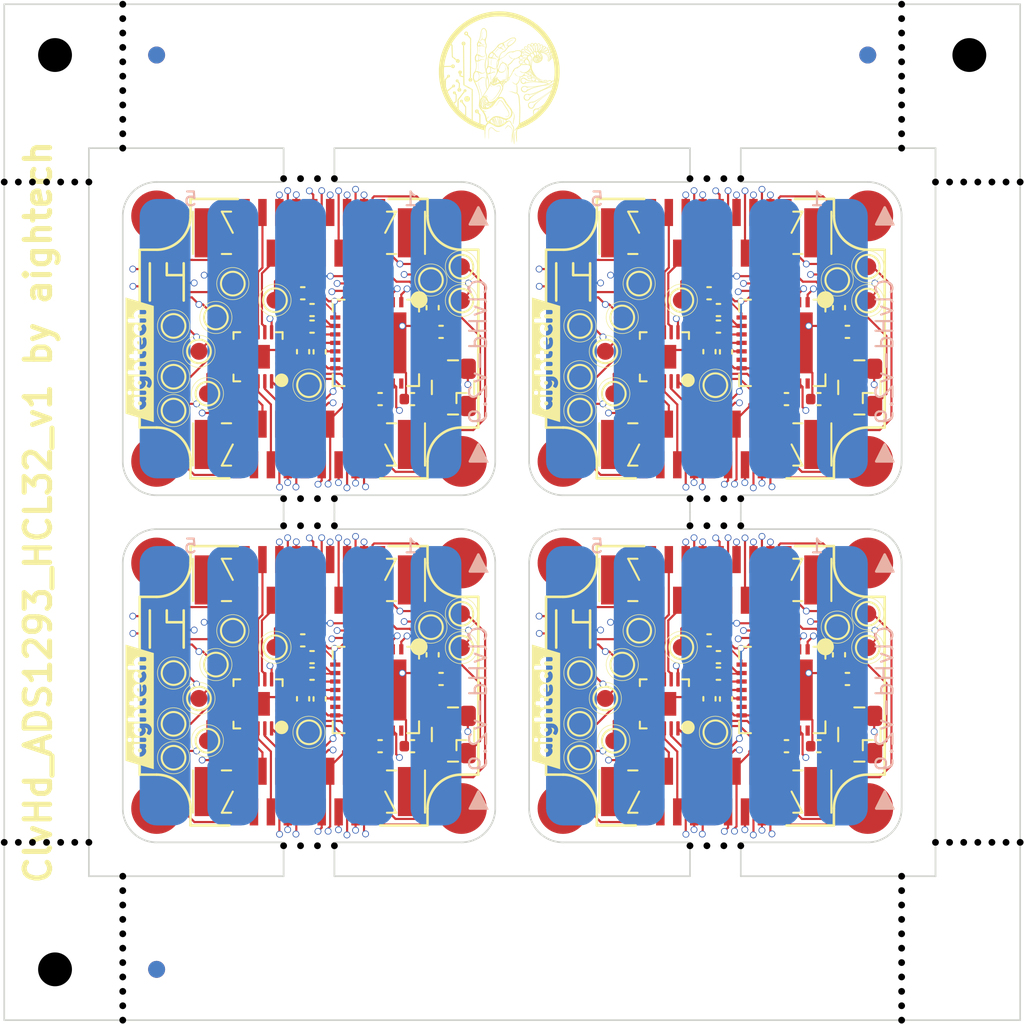
<source format=kicad_pcb>
(kicad_pcb (version 20221018) (generator pcbnew)
  (layers (0 "F.Cu" signal "Front") (1 "In1.Cu" signal) (2 "In2.Cu" signal) (31 "B.Cu" signal "Back") (34 "B.Paste" user) (35 "F.Paste" user) (36 "B.SilkS" user "B.Silkscreen") (37 "F.SilkS" user "F.Silkscreen") (38 "B.Mask" user) (39 "F.Mask" user) (44 "Edge.Cuts" user))
  (net 0 "")
  (net 1 "Board_0-+3.3V")
  (net 2 "Board_0-+5VA")
  (net 3 "Board_0-/Vcap")
  (net 4 "Board_0-ADD_IN1")
  (net 5 "Board_0-ADD_IN2")
  (net 6 "Board_0-ADD_IN3")
  (net 7 "Board_0-ADD_IN4")
  (net 8 "Board_0-ADD_OUT1")
  (net 9 "Board_0-ADD_OUT2")
  (net 10 "Board_0-ADD_OUT3")
  (net 11 "Board_0-ADD_OUT4")
  (net 12 "Board_0-ALARMB")
  (net 13 "Board_0-AUX1")
  (net 14 "Board_0-AUX2")
  (net 15 "Board_0-DIN")
  (net 16 "Board_0-DOUT")
  (net 17 "Board_0-D_RDYB")
  (net 18 "Board_0-GND")
  (net 19 "Board_0-I2C_SCL")
  (net 20 "Board_0-I2C_SDA")
  (net 21 "Board_0-IN1")
  (net 22 "Board_0-IN2")
  (net 23 "Board_0-IN3")
  (net 24 "Board_0-IN4")
  (net 25 "Board_0-IN5")
  (net 26 "Board_0-IN_ref")
  (net 27 "Board_0-LED_IN")
  (net 28 "Board_0-LED_OUT")
  (net 29 "Board_0-OUT1")
  (net 30 "Board_0-OUT2")
  (net 31 "Board_0-OUT3")
  (net 32 "Board_0-RESETB")
  (net 33 "Board_0-SCLK")
  (net 34 "Board_0-unconnected-(I1-conn-Pad1)")
  (net 35 "Board_0-unconnected-(I2-conn-Pad1)")
  (net 36 "Board_0-unconnected-(I3-conn-Pad1)")
  (net 37 "Board_0-unconnected-(I4-conn-Pad1)")
  (net 38 "Board_0-unconnected-(J1-sh1-Pad19)")
  (net 39 "Board_0-unconnected-(J1-sh2-Pad20)")
  (net 40 "Board_0-unconnected-(J2-sh1-Pad19)")
  (net 41 "Board_0-unconnected-(J2-sh2-Pad20)")
  (net 42 "Board_0-unconnected-(U1-CLK-Pad21)")
  (net 43 "Board_0-unconnected-(U1-RSTB-Pad25)")
  (net 44 "Board_0-unconnected-(U1-SYNCB-Pad13)")
  (net 45 "Board_0-unconnected-(U1-WCT-Pad7)")
  (net 46 "Board_1-+3.3V")
  (net 47 "Board_1-+5VA")
  (net 48 "Board_1-/Vcap")
  (net 49 "Board_1-ADD_IN1")
  (net 50 "Board_1-ADD_IN2")
  (net 51 "Board_1-ADD_IN3")
  (net 52 "Board_1-ADD_IN4")
  (net 53 "Board_1-ADD_OUT1")
  (net 54 "Board_1-ADD_OUT2")
  (net 55 "Board_1-ADD_OUT3")
  (net 56 "Board_1-ADD_OUT4")
  (net 57 "Board_1-ALARMB")
  (net 58 "Board_1-AUX1")
  (net 59 "Board_1-AUX2")
  (net 60 "Board_1-DIN")
  (net 61 "Board_1-DOUT")
  (net 62 "Board_1-D_RDYB")
  (net 63 "Board_1-GND")
  (net 64 "Board_1-I2C_SCL")
  (net 65 "Board_1-I2C_SDA")
  (net 66 "Board_1-IN1")
  (net 67 "Board_1-IN2")
  (net 68 "Board_1-IN3")
  (net 69 "Board_1-IN4")
  (net 70 "Board_1-IN5")
  (net 71 "Board_1-IN_ref")
  (net 72 "Board_1-LED_IN")
  (net 73 "Board_1-LED_OUT")
  (net 74 "Board_1-OUT1")
  (net 75 "Board_1-OUT2")
  (net 76 "Board_1-OUT3")
  (net 77 "Board_1-RESETB")
  (net 78 "Board_1-SCLK")
  (net 79 "Board_1-unconnected-(I1-conn-Pad1)")
  (net 80 "Board_1-unconnected-(I2-conn-Pad1)")
  (net 81 "Board_1-unconnected-(I3-conn-Pad1)")
  (net 82 "Board_1-unconnected-(I4-conn-Pad1)")
  (net 83 "Board_1-unconnected-(J1-sh1-Pad19)")
  (net 84 "Board_1-unconnected-(J1-sh2-Pad20)")
  (net 85 "Board_1-unconnected-(J2-sh1-Pad19)")
  (net 86 "Board_1-unconnected-(J2-sh2-Pad20)")
  (net 87 "Board_1-unconnected-(U1-CLK-Pad21)")
  (net 88 "Board_1-unconnected-(U1-RSTB-Pad25)")
  (net 89 "Board_1-unconnected-(U1-SYNCB-Pad13)")
  (net 90 "Board_1-unconnected-(U1-WCT-Pad7)")
  (net 91 "Board_2-+3.3V")
  (net 92 "Board_2-+5VA")
  (net 93 "Board_2-/Vcap")
  (net 94 "Board_2-ADD_IN1")
  (net 95 "Board_2-ADD_IN2")
  (net 96 "Board_2-ADD_IN3")
  (net 97 "Board_2-ADD_IN4")
  (net 98 "Board_2-ADD_OUT1")
  (net 99 "Board_2-ADD_OUT2")
  (net 100 "Board_2-ADD_OUT3")
  (net 101 "Board_2-ADD_OUT4")
  (net 102 "Board_2-ALARMB")
  (net 103 "Board_2-AUX1")
  (net 104 "Board_2-AUX2")
  (net 105 "Board_2-DIN")
  (net 106 "Board_2-DOUT")
  (net 107 "Board_2-D_RDYB")
  (net 108 "Board_2-GND")
  (net 109 "Board_2-I2C_SCL")
  (net 110 "Board_2-I2C_SDA")
  (net 111 "Board_2-IN1")
  (net 112 "Board_2-IN2")
  (net 113 "Board_2-IN3")
  (net 114 "Board_2-IN4")
  (net 115 "Board_2-IN5")
  (net 116 "Board_2-IN_ref")
  (net 117 "Board_2-LED_IN")
  (net 118 "Board_2-LED_OUT")
  (net 119 "Board_2-OUT1")
  (net 120 "Board_2-OUT2")
  (net 121 "Board_2-OUT3")
  (net 122 "Board_2-RESETB")
  (net 123 "Board_2-SCLK")
  (net 124 "Board_2-unconnected-(I1-conn-Pad1)")
  (net 125 "Board_2-unconnected-(I2-conn-Pad1)")
  (net 126 "Board_2-unconnected-(I3-conn-Pad1)")
  (net 127 "Board_2-unconnected-(I4-conn-Pad1)")
  (net 128 "Board_2-unconnected-(J1-sh1-Pad19)")
  (net 129 "Board_2-unconnected-(J1-sh2-Pad20)")
  (net 130 "Board_2-unconnected-(J2-sh1-Pad19)")
  (net 131 "Board_2-unconnected-(J2-sh2-Pad20)")
  (net 132 "Board_2-unconnected-(U1-CLK-Pad21)")
  (net 133 "Board_2-unconnected-(U1-RSTB-Pad25)")
  (net 134 "Board_2-unconnected-(U1-SYNCB-Pad13)")
  (net 135 "Board_2-unconnected-(U1-WCT-Pad7)")
  (net 136 "Board_3-+3.3V")
  (net 137 "Board_3-+5VA")
  (net 138 "Board_3-/Vcap")
  (net 139 "Board_3-ADD_IN1")
  (net 140 "Board_3-ADD_IN2")
  (net 141 "Board_3-ADD_IN3")
  (net 142 "Board_3-ADD_IN4")
  (net 143 "Board_3-ADD_OUT1")
  (net 144 "Board_3-ADD_OUT2")
  (net 145 "Board_3-ADD_OUT3")
  (net 146 "Board_3-ADD_OUT4")
  (net 147 "Board_3-ALARMB")
  (net 148 "Board_3-AUX1")
  (net 149 "Board_3-AUX2")
  (net 150 "Board_3-DIN")
  (net 151 "Board_3-DOUT")
  (net 152 "Board_3-D_RDYB")
  (net 153 "Board_3-GND")
  (net 154 "Board_3-I2C_SCL")
  (net 155 "Board_3-I2C_SDA")
  (net 156 "Board_3-IN1")
  (net 157 "Board_3-IN2")
  (net 158 "Board_3-IN3")
  (net 159 "Board_3-IN4")
  (net 160 "Board_3-IN5")
  (net 161 "Board_3-IN_ref")
  (net 162 "Board_3-LED_IN")
  (net 163 "Board_3-LED_OUT")
  (net 164 "Board_3-OUT1")
  (net 165 "Board_3-OUT2")
  (net 166 "Board_3-OUT3")
  (net 167 "Board_3-RESETB")
  (net 168 "Board_3-SCLK")
  (net 169 "Board_3-unconnected-(I1-conn-Pad1)")
  (net 170 "Board_3-unconnected-(I2-conn-Pad1)")
  (net 171 "Board_3-unconnected-(I3-conn-Pad1)")
  (net 172 "Board_3-unconnected-(I4-conn-Pad1)")
  (net 173 "Board_3-unconnected-(J1-sh1-Pad19)")
  (net 174 "Board_3-unconnected-(J1-sh2-Pad20)")
  (net 175 "Board_3-unconnected-(J2-sh1-Pad19)")
  (net 176 "Board_3-unconnected-(J2-sh2-Pad20)")
  (net 177 "Board_3-unconnected-(U1-CLK-Pad21)")
  (net 178 "Board_3-unconnected-(U1-RSTB-Pad25)")
  (net 179 "Board_3-unconnected-(U1-SYNCB-Pad13)")
  (net 180 "Board_3-unconnected-(U1-WCT-Pad7)")
  (net 181 "Board_0-/ADS1293CISQE_0402_unit/ALARMB")
  (net 182 "Board_0-/ADS1293CISQE_0402_unit/CMOUT")
  (net 183 "Board_0-/ADS1293CISQE_0402_unit/D_RDYB")
  (net 184 "Board_0-/ADS1293CISQE_0402_unit/RLDINV")
  (net 185 "Board_0-/ADS1293CISQE_0402_unit/RLDOUT")
  (net 186 "Board_0-/ADS1293CISQE_0402_unit/RLDREF")
  (net 187 "Board_0-/ADS1293CISQE_0402_unit/XTAL1")
  (net 188 "Board_0-/ADS1293CISQE_0402_unit/XTAL2")
  (net 189 "Board_0-/ADS1293CISQE_0402_unit/cvref")
  (net 190 "Board_0-/ADS1293CISQE_0402_unit/sdo")
  (net 191 "Board_0-CSB")
  (net 192 "Board_1-/ADS1293CISQE_0402_unit/ALARMB")
  (net 193 "Board_1-/ADS1293CISQE_0402_unit/CMOUT")
  (net 194 "Board_1-/ADS1293CISQE_0402_unit/D_RDYB")
  (net 195 "Board_1-/ADS1293CISQE_0402_unit/RLDINV")
  (net 196 "Board_1-/ADS1293CISQE_0402_unit/RLDOUT")
  (net 197 "Board_1-/ADS1293CISQE_0402_unit/RLDREF")
  (net 198 "Board_1-/ADS1293CISQE_0402_unit/XTAL1")
  (net 199 "Board_1-/ADS1293CISQE_0402_unit/XTAL2")
  (net 200 "Board_1-/ADS1293CISQE_0402_unit/cvref")
  (net 201 "Board_1-/ADS1293CISQE_0402_unit/sdo")
  (net 202 "Board_1-CSB")
  (net 203 "Board_2-/ADS1293CISQE_0402_unit/ALARMB")
  (net 204 "Board_2-/ADS1293CISQE_0402_unit/CMOUT")
  (net 205 "Board_2-/ADS1293CISQE_0402_unit/D_RDYB")
  (net 206 "Board_2-/ADS1293CISQE_0402_unit/RLDINV")
  (net 207 "Board_2-/ADS1293CISQE_0402_unit/RLDOUT")
  (net 208 "Board_2-/ADS1293CISQE_0402_unit/RLDREF")
  (net 209 "Board_2-/ADS1293CISQE_0402_unit/XTAL1")
  (net 210 "Board_2-/ADS1293CISQE_0402_unit/XTAL2")
  (net 211 "Board_2-/ADS1293CISQE_0402_unit/cvref")
  (net 212 "Board_2-/ADS1293CISQE_0402_unit/sdo")
  (net 213 "Board_2-CSB")
  (net 214 "Board_3-/ADS1293CISQE_0402_unit/ALARMB")
  (net 215 "Board_3-/ADS1293CISQE_0402_unit/CMOUT")
  (net 216 "Board_3-/ADS1293CISQE_0402_unit/D_RDYB")
  (net 217 "Board_3-/ADS1293CISQE_0402_unit/RLDINV")
  (net 218 "Board_3-/ADS1293CISQE_0402_unit/RLDOUT")
  (net 219 "Board_3-/ADS1293CISQE_0402_unit/RLDREF")
  (net 220 "Board_3-/ADS1293CISQE_0402_unit/XTAL1")
  (net 221 "Board_3-/ADS1293CISQE_0402_unit/XTAL2")
  (net 222 "Board_3-/ADS1293CISQE_0402_unit/cvref")
  (net 223 "Board_3-/ADS1293CISQE_0402_unit/sdo")
  (net 224 "Board_3-CSB")
  (footprint "NPTH" (layer "F.Cu") (at 171.500001 20.85)
    (fp_text reference "REF**" hide)
    (fp_text value "NPTH" hide)
  )
  (footprint "NPTH" (layer "F.Cu") (at 125.499999 74.9)
    (fp_text reference "REF**" hide)
    (fp_text value "NPTH" hide)
  )
  (footprint "Capacitor_SMD:C_0402_1005Metric" (layer "F.Cu") (at 160.680001 38.06)
    (fp_text reference "C4" hide)
    (fp_text value "1nF" hide)
  )
  (footprint "Capacitor_SMD:C_0402_1005Metric" (layer "F.Cu") (at 144.3 59.850001)
    (fp_text reference "C6" hide)
    (fp_text value "1uF" hide)
  )
  (footprint "kibuzzard-63F61033" (layer "F.Cu") (at 126.500001 41 90)
    (fp_text reference "kibuzzard-63F61033" hide)
    (fp_text value "G***" hide)
  )
  (footprint "NPTH" (layer "F.Cu") (at 171.500001 28.499999)
    (fp_text reference "REF**" hide)
    (fp_text value "NPTH" hide)
  )
  (footprint "00_custom-footprints:insert_1.2mm" (layer "F.Cu") (at 145.5 53.000001)
    (fp_text reference "I3" hide)
    (fp_text value "smd_insert" hide)
  )
  (footprint "00_custom-footprints:QFN-20-1EP_3x3mm_P0.4mm_EP1.4x1.4mm" (layer "F.Cu") (at 133.49 40.82 180)
    (fp_text reference "U2" hide)
    (fp_text value "HC32L110C6UA" hide)
  )
  (footprint "NPTH" (layer "F.Cu") (at 137.999999 50.8)
    (fp_text reference "REF**" hide)
    (fp_text value "NPTH" hide)
  )
  (footprint "00_custom-footprints:TestPoint_Pad_D1.0mm" (layer "F.Cu") (at 167.700001 56.790001)
    (fp_text reference "TP6" hide)
    (fp_text value "TP_AUX1" hide)
  )
  (footprint "NPTH" (layer "F.Cu") (at 135 49.2)
    (fp_text reference "REF**" hide)
    (fp_text value "NPTH" hide)
  )
  (footprint "00_custom-footprints:TestPoint_Pad_D1.0mm" (layer "F.Cu") (at 160.500001 63.000001)
    (fp_text reference "TP1" hide)
    (fp_text value "TP_SDA" hide)
  )
  (footprint "00_custom-footprints:TestPoint_Pad_D1.0mm" (layer "F.Cu") (at 156.000001 36.5)
    (fp_text reference "TP4" hide)
    (fp_text value "TP_SDA" hide)
  )
  (footprint "00_custom-footprints:SMD3225-4P" (layer "F.Cu") (at 145.005 42.63 90)
    (fp_text reference "XTAL1" hide)
    (fp_text value "4.096MHz" hide)
  )
  (footprint "00_custom-footprints:SMD3225-4P" (layer "F.Cu") (at 169.005001 42.63 90)
    (fp_text reference "XTAL1" hide)
    (fp_text value "4.096MHz" hide)
  )
  (footprint "NPTH" (layer "F.Cu") (at 125.499999 28.499999)
    (fp_text reference "REF**" hide)
    (fp_text value "NPTH" hide)
  )
  (footprint "00_custom-footprints:SMD3225-4P" (layer "F.Cu") (at 169.005001 63.130001 90)
    (fp_text reference "XTAL1" hide)
    (fp_text value "4.096MHz" hide)
  )
  (footprint "00_custom-footprints:insert_1.2mm" (layer "F.Cu") (at 127.5 32.5)
    (fp_text reference "I4" hide)
    (fp_text value "smd_insert" hide)
  )
  (footprint "00_custom-footprints:insert_1.2mm" (layer "F.Cu") (at 127.5 67.500001)
    (fp_text reference "I1" hide)
    (fp_text value "smd_insert" hide)
  )
  (footprint "Capacitor_SMD:C_0402_1005Metric" (layer "F.Cu") (at 143.8 58.420001 -90)
    (fp_text reference "C5" hide)
    (fp_text value "100nF" hide)
  )
  (footprint "Capacitor_SMD:C_0402_1005Metric" (layer "F.Cu") (at 140.7 63.820001 180)
    (fp_text reference "R3" hide)
    (fp_text value "51" hide)
  )
  (footprint "00_custom-footprints:TestPoint_Pad_D1.0mm" (layer "F.Cu") (at 132 36.5)
    (fp_text reference "TP4" hide)
    (fp_text value "TP_SDA" hide)
  )
  (footprint "Capacitor_SMD:C_0402_1005Metric" (layer "F.Cu") (at 136.68 39.04)
    (fp_text reference "R2" hide)
    (fp_text value "10M" hide)
  )
  (footprint "00_custom-footprints:XF2J-1824-12A" (layer "F.Cu") (at 136.5 46)
    (fp_text reference "J1" hide)
    (fp_text value "XF2J-1824-12A" hide)
  )
  (footprint "NPTH" (layer "F.Cu") (at 173.500001 69.500001)
    (fp_text reference "REF**" hide)
    (fp_text value "NPTH" hide)
  )
  (footprint "NPTH" (layer "F.Cu") (at 175.500001 23)
    (fp_text reference "REF**" hide)
    (fp_text value "NPTH" hide)
  )
  (footprint "NPTH" (layer "F.Cu") (at 120.999999 69.500001)
    (fp_text reference "REF**" hide)
    (fp_text value "NPTH" hide)
  )
  (footprint "NPTH" (layer "F.Cu") (at 174.333334 30.499999)
    (fp_text reference "REF**" hide)
    (fp_text value "NPTH" hide)
  )
  (footprint "00_custom-footprints:insert_1.2mm" (layer "F.Cu") (at 127.5 53.000001)
    (fp_text reference "I4" hide)
    (fp_text value "smd_insert" hide)
  )
  (footprint "NPTH" (layer "F.Cu") (at 173.500001 30.499999)
    (fp_text reference "REF**" hide)
    (fp_text value "NPTH" hide)
  )
  (footprint "00_custom-footprints:TestPoint_Pad_D1.0mm" (layer "F.Cu") (at 130.5 43)
    (fp_text reference "TP2" hide)
    (fp_text value "TP_SDA" hide)
  )
  (footprint "00_custom-footprints:insert_1.2mm" (layer "F.Cu") (at 145.5 67.500001)
    (fp_text reference "I2" hide)
    (fp_text value "smd_insert" hide)
  )
  (footprint "NPTH" (layer "F.Cu") (at 125.499999 20)
    (fp_text reference "REF**" hide)
    (fp_text value "NPTH" hide)
  )
  (footprint "NPTH" (layer "F.Cu") (at 171.500001 78.3)
    (fp_text reference "REF**" hide)
    (fp_text value "NPTH" hide)
  )
  (footprint "00_custom-footprints:TestPoint_Pad_D1.0mm" (layer "F.Cu") (at 128.5 42)
    (fp_text reference "TP3" hide)
    (fp_text value "TP_SDA" hide)
  )
  (footprint "00_custom-footprints:XF2J-1824-12A" (layer "F.Cu") (at 136.5 33.5 180)
    (fp_text reference "J2" hide)
    (fp_text value "XF2J-1824-12A" hide)
  )
  (footprint "NPTH" (layer "F.Cu") (at 171.500001 25.95)
    (fp_text reference "REF**" hide)
    (fp_text value "NPTH" hide)
  )
  (footprint "NPTH" (layer "F.Cu") (at 175.166667 30.499999)
    (fp_text reference "REF**" hide)
    (fp_text value "NPTH" hide)
  )
  (footprint "NPTH" (layer "F.Cu") (at 162 50.8)
    (fp_text reference "REF**" hide)
    (fp_text value "NPTH" hide)
  )
  (footprint "00_custom-footprints:TestPoint_Pad_D1.0mm" (layer "F.Cu") (at 128.5 62.500001)
    (fp_text reference "TP3" hide)
    (fp_text value "TP_SDA" hide)
  )
  (footprint "NPTH" (layer "F.Cu") (at 171.500001 21.7)
    (fp_text reference "REF**" hide)
    (fp_text value "NPTH" hide)
  )
  (footprint "Capacitor_SMD:C_0402_1005Metric" (layer "F.Cu") (at 142.61 43.32 180)
    (fp_text reference "C7" hide)
    (fp_text value "100nF" hide)
  )
  (footprint "00_custom-footprints:TestPoint_Pad_D1.0mm" (layer "F.Cu") (at 145.5 58.000001)
    (fp_text reference "TP8" hide)
    (fp_text value "TP_AUX3" hide)
  )
  (footprint "00_custom-footprints:TestPoint_Pad_D1.0mm" (layer "F.Cu") (at 143.7 56.790001)
    (fp_text reference "TP6" hide)
    (fp_text value "TP_AUX1" hide)
  )
  (footprint "NPTH" (layer "F.Cu") (at 177.666667 69.500001)
    (fp_text reference "REF**" hide)
    (fp_text value "NPTH" hide)
  )
  (footprint "NPTH" (layer "F.Cu") (at 135 30.3)
    (fp_text reference "REF**" hide)
    (fp_text value "NPTH" hide)
  )
  (footprint "00_custom-footprints:ADS1293CISQE" (layer "F.Cu") (at 164.450001 60.500001 -90)
    (fp_text reference "U1" hide)
    (fp_text value "ADS1293CISQE-NOPB" hide)
  )
  (footprint "NPTH" (layer "F.Cu") (at 161 69.700001)
    (fp_text reference "REF**" hide)
    (fp_text value "NPTH" hide)
  )
  (footprint "00_custom-footprints:insert_1.2mm" (layer "F.Cu") (at 151.500001 47)
    (fp_text reference "I1" hide)
    (fp_text value "smd_insert" hide)
  )
  (footprint "00_custom-footprints:ADS1293CISQE" (layer "F.Cu") (at 164.450001 40 -90)
    (fp_text reference "U1" hide)
    (fp_text value "ADS1293CISQE-NOPB" hide)
  )
  (footprint "Capacitor_SMD:C_0402_1005Metric" (layer "F.Cu") (at 136.15 61.020001 90)
    (fp_text reference "C8" hide)
    (fp_text value "4.7uF" hide)
  )
  (footprint "00_custom-footprints:TestPoint_Pad_D1.0mm" (layer "F.Cu") (at 152.500002 59.500001)
    (fp_text reference "TP7" hide)
    (fp_text value "TP_AUX2" hide)
  )
  (footprint "NPTH" (layer "F.Cu") (at 118.499999 30.499999)
    (fp_text reference "REF**" hide)
    (fp_text value "NPTH" hide)
  )
  (footprint "Fiducial" (layer "F.Cu") (at 127.499999 77)
    (fp_text reference "REF**" hide)
    (fp_text value "Fiducial" hide)
  )
  (footprint "NPTH" (layer "F.Cu") (at 171.500001 79.15)
    (fp_text reference "REF**" hide)
    (fp_text value "NPTH" hide)
  )
  (footprint "NPTH" (layer "F.Cu") (at 162 30.3)
    (fp_text reference "REF**" hide)
    (fp_text value "NPTH" hide)
  )
  (footprint "00_custom-footprints:insert_1.2mm" (layer "F.Cu") (at 169.500001 67.500001)
    (fp_text reference "I2" hide)
    (fp_text value "smd_insert" hide)
  )
  (footprint "Capacitor_SMD:C_0402_1005Metric" (layer "F.Cu") (at 166.610001 63.820001 180)
    (fp_text reference "C7" hide)
    (fp_text value "100nF" hide)
  )
  (footprint "NPTH" (layer "F.Cu") (at 160 49.2)
    (fp_text reference "REF**" hide)
    (fp_text value "NPTH" hide)
  )
  (footprint "00_custom-footprints:TestPoint_Pad_D1.0mm" (layer "F.Cu") (at 155.000001 59.000001)
    (fp_text reference "TP12" hide)
    (fp_text value "TP_AUX2" hide)
  )
  (footprint "00_custom-footprints:TestPoint_Pad_D1.0mm" (layer "F.Cu") (at 152.500001 64.500001)
    (fp_text reference "TP10" hide)
    (fp_text value "TP_SDA" hide)
  )
  (footprint "NPTH" (layer "F.Cu") (at 176.000001 69.500001)
    (fp_text reference "REF**" hide)
    (fp_text value "NPTH" hide)
  )
  (footprint "Capacitor_SMD:C_0402_1005Metric" (layer "F.Cu") (at 161.130001 61.030001 -90)
    (fp_text reference "C3" hide)
    (fp_text value "100nF" hide)
  )
  (footprint "NPTH" (layer "F.Cu") (at 159 50.8)
    (fp_text reference "REF**" hide)
    (fp_text value "NPTH" hide)
  )
  (footprint "00_custom-footprints:TestPoint_Pad_D1.0mm" (layer "F.Cu") (at 154.500001 43)
    (fp_text reference "TP2" hide)
    (fp_text value "TP_SDA" hide)
  )
  (footprint "kibuzzard-63F61033" (layer "F.Cu") (at 150.500002 41 90)
    (fp_text reference "kibuzzard-63F61033" hide)
    (fp_text value "G***" hide)
  )
  (footprint "NPTH" (layer "F.Cu") (at 125.499999 25.95)
    (fp_text reference "REF**" hide)
    (fp_text value "NPTH" hide)
  )
  (footprint "NPTH" (layer "F.Cu") (at 171.500001 27.65)
    (fp_text reference "REF**" hide)
    (fp_text value "NPTH" hide)
  )
  (footprint "NPTH" (layer "F.Cu") (at 171.500001 71.500001)
    (fp_text reference "REF**" hide)
    (fp_text value "NPTH" hide)
  )
  (footprint "NPTH" (layer "F.Cu") (at 125.499999 75.75)
    (fp_text reference "REF**" hide)
    (fp_text value "NPTH" hide)
  )
  (footprint "00_custom-footprints:XF2J-1824-12A" (layer "F.Cu") (at 160.500001 46)
    (fp_text reference "J1" hide)
    (fp_text value "XF2J-1824-12A" hide)
  )
  (footprint "NPTH" (layer "F.Cu") (at 161 50.8)
    (fp_text reference "REF**" hide)
    (fp_text value "NPTH" hide)
  )
  (footprint "00_custom-footprints:QFN-20-1EP_3x3mm_P0.4mm_EP1.4x1.4mm" (layer "F.Cu") (at 157.490001 61.320001 180)
    (fp_text reference "U2" hide)
    (fp_text value "HC32L110C6UA" hide)
  )
  (footprint "00_custom-footprints:XF2J-1824-12A" (layer "F.Cu") (at 160.500001 33.5 180)
    (fp_text reference "J2" hide)
    (fp_text value "XF2J-1824-12A" hide)
  )
  (footprint "NPTH" (layer "F.Cu") (at 171.500001 77.45)
    (fp_text reference "REF**" hide)
    (fp_text value "NPTH" hide)
  )
  (footprint "kibuzzard-63F61033" (layer "F.Cu") (at 126.500001 61.500001 90)
    (fp_text reference "kibuzzard-63F61033" hide)
    (fp_text value "G***" hide)
  )
  (footprint "Capacitor_SMD:C_0402_1005Metric" (layer "F.Cu") (at 168.300001 59.850001)
    (fp_text reference "C6" hide)
    (fp_text value "1uF" hide)
  )
  (footprint "NPTH" (layer "F.Cu") (at 121.499999 23)
    (fp_text reference "REF**" hide)
    (fp_text value "NPTH" hide)
  )
  (footprint "NPTH" (layer "F.Cu") (at 125.499999 73.2)
    (fp_text reference "REF**" hide)
    (fp_text value "NPTH" hide)
  )
  (footprint "Capacitor_SMD:C_0402_1005Metric" (layer "F.Cu") (at 136.68 38.06)
    (fp_text reference "C4" hide)
    (fp_text value "1nF" hide)
  )
  (footprint "00_custom-footprints:TestPoint_Pad_D1.0mm" (layer "F.Cu") (at 152.500001 44)
    (fp_text reference "TP10" hide)
    (fp_text value "TP_SDA" hide)
  )
  (footprint "Capacitor_SMD:C_0402_1005Metric" (layer "F.Cu") (at 160.680001 58.560001)
    (fp_text reference "C4" hide)
    (fp_text value "1nF" hide)
  )
  (footprint "NPTH" (layer "F.Cu") (at 125.499999 78.3)
    (fp_text reference "REF**" hide)
    (fp_text value "NPTH" hide)
  )
  (footprint "00_custom-footprints:insert_1.2mm" (layer "F.Cu") (at 145.5 47)
    (fp_text reference "I2" hide)
    (fp_text value "smd_insert" hide)
  )
  (footprint "00_custom-footprints:TestPoint_Pad_D1.0mm" (layer "F.Cu") (at 169.500001 37.5)
    (fp_text reference "TP8" hide)
    (fp_text value "TP_AUX3" hide)
  )
  (footprint "00_custom-footprints:TestPoint_Pad_D1.0mm" (layer "F.Cu") (at 128.500001 39)
    (fp_text reference "TP7" hide)
    (fp_text value "TP_AUX2" hide)
  )
  (footprint "00_custom-footprints:WS2812-2020" (layer "F.Cu") (at 152.100001 36.4 90)
    (fp_text reference "LED1" hide)
    (fp_text value "WS2812-2020" hide)
  )
  (footprint "00_custom-footprints:TestPoint_Pad_D1.0mm" (layer "F.Cu") (at 169.500001 35.5)
    (fp_text reference "TP11" hide)
    (fp_text value "TP_AUX2" hide)
  )
  (footprint "NPTH" (layer "F.Cu") (at 125.499999 23.4)
    (fp_text reference "REF**" hide)
    (fp_text value "NPTH" hide)
  )
  (footprint "NPTH" (layer "F.Cu") (at 161 30.3)
    (fp_text reference "REF**" hide)
    (fp_text value "NPTH" hide)
  )
  (footprint "NPTH" (layer "F.Cu") (at 136 50.8)
    (fp_text reference "REF**" hide)
    (fp_text value "NPTH" hide)
  )
  (footprint "NPTH" (layer "F.Cu") (at 171.500001 74.9)
    (fp_text reference "REF**" hide)
    (fp_text value "NPTH" hide)
  )
  (footprint "Capacitor_SMD:C_0402_1005Metric" (layer "F.Cu") (at 160.150001 40.52 90)
    (fp_text reference "C8" hide)
    (fp_text value "4.7uF" hide)
  )
  (footprint "NPTH" (layer "F.Cu") (at 125.499999 72.35)
    (fp_text reference "REF**" hide)
    (fp_text value "NPTH" hide)
  )
  (footprint "Capacitor_SMD:C_0402_1005Metric" (layer "F.Cu") (at 168.300001 39.35)
    (fp_text reference "C6" hide)
    (fp_text value "1uF" hide)
  )
  (footprint "kibuzzard-63F61033" (layer "F.Cu") (at 150.500002 61.500001 90)
    (fp_text reference "kibuzzard-63F61033" hide)
    (fp_text value "G***" hide)
  )
  (footprint "NPTH" (layer "F.Cu") (at 122.666666 69.500001)
    (fp_text reference "REF**" hide)
    (fp_text value "NPTH" hide)
  )
  (footprint "00_custom-footprints:TestPoint_Pad_D1.0mm" (layer "F.Cu") (at 169.500001 58.000001)
    (fp_text reference "TP8" hide)
    (fp_text value "TP_AUX3" hide)
  )
  (footprint "NPTH" (layer "F.Cu") (at 136.999999 69.700001)
    (fp_text reference "REF**" hide)
    (fp_text value "NPTH" hide)
  )
  (footprint "Capacitor_SMD:C_0402_1005Metric" (layer "F.Cu") (at 160.680001 59.540001)
    (fp_text reference "R2" hide)
    (fp_text value "10M" hide)
  )
  (footprint "NPTH" (layer "F.Cu") (at 171.500001 75.75)
    (fp_text reference "REF**" hide)
    (fp_text value "NPTH" hide)
  )
  (footprint "NPTH" (layer "F.Cu") (at 136 30.3)
    (fp_text reference "REF**" hide)
    (fp_text value "NPTH" hide)
  )
  (footprint "NPTH" (layer "F.Cu") (at 119.333333 69.500001)
    (fp_text reference "REF**" hide)
    (fp_text value "NPTH" hide)
  )
  (footprint "00_custom-footprints:insert_1.2mm" (layer "F.Cu") (at 169.500001 53.000001)
    (fp_text reference "I3" hide)
    (fp_text value "smd_insert" hide)
  )
  (footprint "NPTH" (layer "F.Cu") (at 125.499999 80)
    (fp_text reference "REF**" hide)
    (fp_text value "NPTH" hide)
  )
  (footprint "Capacitor_SMD:C_0402_1005Metric" (layer "F.Cu") (at 143.8 37.92 -90)
    (fp_text reference "C5" hide)
    (fp_text value "100nF" hide)
  )
  (footprint "Capacitor_SMD:C_0402_1005Metric" (layer "F.Cu") (at 144.3 39.35)
    (fp_text reference "C6" hide)
    (fp_text value "1uF" hide)
  )
  (footprint "Capacitor_SMD:C_0402_1005Metric" (layer "F.Cu") (at 160.150001 61.020001 90)
    (fp_text reference "C8" hide)
    (fp_text value "4.7uF" hide)
  )
  (footprint "NPTH" (layer "F.Cu") (at 176.833334 69.500001)
    (fp_text reference "REF**" hide)
    (fp_text value "NPTH" hide)
  )
  (footprint "NPTH" (layer "F.Cu") (at 162 49.2)
    (fp_text reference "REF**" hide)
    (fp_text value "NPTH" hide)
  )
  (footprint "NPTH" (layer "F.Cu") (at 175.166667 69.500001)
    (fp_text reference "REF**" hide)
    (fp_text value "NPTH" hide)
  )
  (footprint "NPTH" (layer "F.Cu") (at 137.999999 30.3)
    (fp_text reference "REF**" hide)
    (fp_text value "NPTH" hide)
  )
  (footprint "00_custom-footprints:TestPoint_Pad_D1.0mm" (layer "F.Cu") (at 134.49 57.980001)
    (fp_text reference "TP5" hide)
    (fp_text value "TP_SCL" hide)
  )
  (footprint "00_custom-footprints:TestPoint_Pad_D1.0mm" (layer "F.Cu") (at 136.5 42.5)
    (fp_text reference "TP1" hide)
    (fp_text value "TP_SDA" hide)
  )
  (footprint "NPTH" (layer "F.Cu") (at 135 69.700001)
    (fp_text reference "REF**" hide)
    (fp_text value "NPTH" hide)
  )
  (footprint "Capacitor_SMD:C_0402_1005Metric" (layer "F.Cu") (at 137.13 40.53 -90)
    (fp_text reference "C3" hide)
    (fp_text value "100nF" hide)
  )
  (footprint "00_custom-footprints:TestPoint_Pad_D1.0mm" (layer "F.Cu") (at 130.000001 40.499999)
    (fp_text reference "TP9" hide)
    (fp_text value "TP_SDA" hide)
  )
  (footprint "NPTH" (layer "F.Cu") (at 123.499999 30.499999)
    (fp_text reference "REF**" hide)
    (fp_text value "NPTH" hide)
  )
  (footprint "NPTH" (layer "F.Cu") (at 121.833333 30.499999)
    (fp_text reference "REF**" hide)
    (fp_text value "NPTH" hide)
  )
  (footprint "00_custom-footprints:QFN-20-1EP_3x3mm_P0.4mm_EP1.4x1.4mm" (layer "F.Cu") (at 157.490001 40.82 180)
    (fp_text reference "U2" hide)
    (fp_text value "HC32L110C6UA" hide)
  )
  (footprint "NPTH" (layer "F.Cu") (at 159 30.3)
    (fp_text reference "REF**" hide)
    (fp_text value "NPTH" hide)
  )
  (footprint "00_custom-footprints:TestPoint_Pad_D1.0mm" (layer "F.Cu") (at 152.500002 39)
    (fp_text reference "TP7" hide)
    (fp_text value "TP_AUX2" hide)
  )
  (footprint "NPTH" (layer "F.Cu") (at 120.166666 30.499999)
    (fp_text reference "REF**" hide)
    (fp_text value "NPTH" hide)
  )
  (footprint "NPTH" (layer "F.Cu") (at 171.500001 72.35)
    (fp_text reference "REF**" hide)
    (fp_text value "NPTH" hide)
  )
  (footprint "00_custom-footprints:TestPoint_Pad_D1.0mm" (layer "F.Cu") (at 128.500001 59.500001)
    (fp_text reference "TP7" hide)
    (fp_text value "TP_AUX2" hide)
  )
  (footprint "NPTH" (layer "F.Cu") (at 125.499999 74.05)
    (fp_text reference "REF**" hide)
    (fp_text value "NPTH" hide)
  )
  (footprint "00_custom-footprints:TestPoint_Pad_D1.0mm" (layer "F.Cu") (at 154.000002 61)
    (fp_text reference "TP9" hide)
    (fp_text value "TP_SDA" hide)
  )
  (footprint "NPTH" (layer "F.Cu") (at 171.500001 23.4)
    (fp_text reference "REF**" hide)
    (fp_text value "NPTH" hide)
  )
  (footprint "Fiducial" (layer "F.Cu") (at 169.500001 23)
    (fp_text reference "REF**" hide)
    (fp_text value "Fiducial" hide)
  )
  (footprint "NPTH" (layer "F.Cu") (at 171.500001 74.05)
    (fp_text reference "REF**" hide)
    (fp_text value "NPTH" hide)
  )
  (footprint "00_custom-footprints:insert_1.2mm" (layer "F.Cu") (at 169.500001 32.5)
    (fp_text reference "I3" hide)
    (fp_text value "smd_insert" hide)
  )
  (footprint "NPTH" (layer "F.Cu") (at 125.499999 77.45)
    (fp_text reference "REF**" hide)
    (fp_text value "NPTH" hide)
  )
  (footprint "00_custom-footprints:WS2812-2020" (layer "F.Cu") (at 128.1 56.900001 90)
    (fp_text reference "LED1" hide)
    (fp_text value "WS2812-2020" hide)
  )
  (footprint "00_custom-footprints:TestPoint_Pad_D1.0mm" (layer "F.Cu") (at 134.49 37.48)
    (fp_text reference "TP5" hide)
    (fp_text value "TP_SCL" hide)
  )
  (footprint "00_custom-footprints:TestPoint_Pad_D1.0mm" (layer "F.Cu") (at 154.000002 40.499999)
    (fp_text reference "TP9" hide)
    (fp_text value "TP_SDA" hide)
  )
  (footprint "Capacitor_SMD:C_0402_1005Metric" (layer "F.Cu") (at 164.700001 63.820001 180)
    (fp_text reference "R3" hide)
    (fp_text value "51" hide)
  )
  (footprint "00_custom-footprints:QFN-20-1EP_3x3mm_P0.4mm_EP1.4x1.4mm" (layer "F.Cu") (at 133.49 61.320001 180)
    (fp_text reference "U2" hide)
    (fp_text value "HC32L110C6UA" hide)
  )
  (footprint "NPTH" (layer "F.Cu") (at 125.499999 21.7)
    (fp_text reference "REF**" hide)
    (fp_text value "NPTH" hide)
  )
  (footprint "NPTH" (layer "F.Cu") (at 178.500001 30.499999)
    (fp_text reference "REF**" hide)
    (fp_text value "NPTH" hide)
  )
  (footprint "Capacitor_SMD:C_0402_1005Metric" (layer "F.Cu") (at 161.130001 40.53 -90)
    (fp_text reference "C3" hide)
    (fp_text value "100nF" hide)
  )
  (footprint "Capacitor_SMD:C_0402_1005Metric" (layer "F.Cu") (at 142.61 63.820001 180)
    (fp_text reference "C7" hide)
    (fp_text value "100nF" hide)
  )
  (footprint "NPTH" (layer "F.Cu") (at 171.500001 25.1)
    (fp_text reference "REF**" hide)
    (fp_text value "NPTH" hide)
  )
  (footprint "Capacitor_SMD:C_0402_1005Metric" (layer "F.Cu") (at 140.7 43.32 180)
    (fp_text reference "R3" hide)
    (fp_text value "51" hide)
  )
  (footprint "00_custom-footprints:WS2812-2020" (layer "F.Cu") (at 128.1 36.4 90)
    (fp_text reference "LED1" hide)
    (fp_text value "WS2812-2020" hide)
  )
  (footprint "00_custom-footprints:TestPoint_Pad_D1.0mm" (layer "F.Cu") (at 128.5 44)
    (fp_text reference "TP10" hide)
    (fp_text value "TP_SDA" hide)
  )
  (footprint "00_custom-footprints:TestPoint_Pad_D1.0mm" (layer "F.Cu") (at 152.500001 42)
    (fp_text reference "TP3" hide)
    (fp_text value "TP_SDA" hide)
  )
  (footprint "Capacitor_SMD:C_0402_1005Metric" (layer "F.Cu") (at 164.700001 43.32 180)
    (fp_text reference "R3" hide)
    (fp_text value "51" hide)
  )
  (footprint "NPTH" (layer "F.Cu") (at 177.666667 30.499999)
    (fp_text reference "REF**" hide)
    (fp_text value "NPTH" hide)
  )
  (footprint "00_custom-footprints:ADS1293CISQE" (layer "F.Cu") (at 140.45 60.500001 -90)
    (fp_text reference "U1" hide)
    (fp_text value "ADS1293CISQE-NOPB" hide)
  )
  (footprint "00_custom-footprints:TestPoint_Pad_D1.0mm" (layer "F.Cu") (at 143.7 36.29)
    (fp_text reference "TP6" hide)
    (fp_text value "TP_AUX1" hide)
  )
  (footprint "NPTH" (layer "F.Cu") (at 160 69.700001)
    (fp_text reference "REF**" hide)
    (fp_text value "NPTH" hide)
  )
  (footprint "Capacitor_SMD:C_0402_1005Metric" (layer "F.Cu") (at 137.13 61.030001 -90)
    (fp_text reference "C3" hide)
    (fp_text value "100nF" hide)
  )
  (footprint "NPTH" (layer "F.Cu") (at 125.499999 26.8)
    (fp_text reference "REF**" hide)
    (fp_text value "NPTH" hide)
  )
  (footprint "00_custom-footprints:WS2812-2020" (layer "F.Cu") (at 152.100001 56.900001 90)
    (fp_text reference "LED1" hide)
    (fp_text value "WS2812-2020" hide)
  )
  (footprint "NPTH" (layer "F.Cu") (at 171.500001 22.55)
    (fp_text reference "REF**" hide)
    (fp_text value "NPTH" hide)
  )
  (footprint "LOGO" (layer "F.Cu") (at 147.749999 24.25)
    (fp_text reference "G***" hide)
    (fp_text value "LOGO" hide)
  )
  (footprint "NPTH" (layer "F.Cu") (at 137.999999 49.2)
    (fp_text reference "REF**" hide)
    (fp_text value "NPTH" hide)
  )
  (footprint "NPTH" (layer "F.Cu") (at 171.500001 26.8)
    (fp_text reference "REF**" hide)
    (fp_text value "NPTH" hide)
  )
  (footprint "00_custom-footprints:TestPoint_Pad_D1.0mm" (layer "F.Cu") (at 145.5 56.000001)
    (fp_text reference "TP11" hide)
    (fp_text value "TP_AUX2" hide)
  )
  (footprint "00_custom-footprints:TestPoint_Pad_D1.0mm" (layer "F.Cu") (at 160.500001 42.5)
    (fp_text reference "TP1" hide)
    (fp_text value "TP_SDA" hide)
  )
  (footprint "NPTH" (layer "F.Cu") (at 136.999999 30.3)
    (fp_text reference "REF**" hide)
    (fp_text value "NPTH" hide)
  )
  (footprint "NPTH" (layer "F.Cu") (at 161 49.2)
    (fp_text reference "REF**" hide)
    (fp_text value "NPTH" hide)
  )
  (footprint "NPTH" (layer "F.Cu") (at 176.833334 30.499999)
    (fp_text reference "REF**" hide)
    (fp_text value "NPTH" hide)
  )
  (footprint "NPTH" (layer "F.Cu") (at 118.499999 69.500001)
    (fp_text reference "REF**" hide)
    (fp_text value "NPTH" hide)
  )
  (footprint "NPTH" (layer "F.Cu") (at 120.999999 30.499999)
    (fp_text reference "REF**" hide)
    (fp_text value "NPTH" hide)
  )
  (footprint "NPTH" (layer "F.Cu") (at 123.499999 69.500001)
    (fp_text reference "REF**" hide)
    (fp_text value "NPTH" hide)
  )
  (footprint "NPTH" (layer "F.Cu") (at 125.499999 20.85)
    (fp_text reference "REF**" hide)
    (fp_text value "NPTH" hide)
  )
  (footprint "NPTH" (layer "F.Cu") (at 135 50.8)
    (fp_text reference "REF**" hide)
    (fp_text value "NPTH" hide)
  )
  (footprint "00_custom-footprints:TestPoint_Pad_D1.0mm" (layer "F.Cu") (at 131 59.000001)
    (fp_text reference "TP12" hide)
    (fp_text value "TP_AUX2" hide)
  )
  (footprint "NPTH" (layer "F.Cu") (at 160 50.8)
    (fp_text reference "REF**" hide)
    (fp_text value "NPTH" hide)
  )
  (footprint "NPTH" (layer "F.Cu") (at 171.500001 73.2)
    (fp_text reference "REF**" hide)
    (fp_text value "NPTH" hide)
  )
  (footprint "00_custom-footprints:XF2J-1824-12A" (layer "F.Cu") (at 160.500001 66.500001)
    (fp_text reference "J1" hide)
    (fp_text value "XF2J-1824-12A" hide)
  )
  (footprint "NPTH" (layer "F.Cu") (at 137.999999 69.700001)
    (fp_text reference "REF**" hide)
    (fp_text value "NPTH" hide)
  )
  (footprint "NPTH" (layer "F.Cu") (at 125.499999 71.500001)
    (fp_text reference "REF**" hide)
    (fp_text value "NPTH" hide)
  )
  (footprint "Capacitor_SMD:C_0402_1005Metric" (layer "F.Cu") (at 166.610001 43.32 180)
    (fp_text reference "C7" hide)
    (fp_text value "100nF" hide)
  )
  (footprint "00_custom-footprints:TestPoint_Pad_D1.0mm" (layer "F.Cu") (at 152.500001 62.500001)
    (fp_text reference "TP3" hide)
    (fp_text value "TP_SDA" hide)
  )
  (footprint "NPTH" (layer "F.Cu") (at 119.333333 30.499999)
    (fp_text reference "REF**" hide)
    (fp_text value "NPTH" hide)
  )
  (footprint "00_custom-footprints:TestPoint_Pad_D1.0mm" (layer "F.Cu") (at 156.000001 57.000001)
    (fp_text reference "TP4" hide)
    (fp_text value "TP_SDA" hide)
  )
  (footprint "00_custom-footprints:TestPoint_Pad_D1.0mm" (layer "F.Cu") (at 158.490001 37.48)
    (fp_text reference "TP5" hide)
    (fp_text value "TP_SCL" hide)
  )
  (footprint "Fiducial" (layer "F.Cu") (at 127.499999 23)
    (fp_text reference "REF**" hide)
    (fp_text value "Fiducial" hide)
  )
  (footprint "NPTH" (layer "F.Cu") (at 171.500001 20)
    (fp_text reference "REF**" hide)
    (fp_text value "NPTH" hide)
  )
  (footprint "Capacitor_SMD:C_0402_1005Metric" (layer "F.Cu") (at 136.68 58.560001)
    (fp_text reference "C4" hide)
    (fp_text value "1nF" hide)
  )
  (footprint "00_custom-footprints:insert_1.2mm" (layer "F.Cu") (at 151.500001 32.5)
    (fp_text reference "I4" hide)
    (fp_text value "smd_insert" hide)
  )
  (footprint "NPTH" (layer "F.Cu") (at 162 69.700001)
    (fp_text reference "REF**" hide)
    (fp_text value "NPTH" hide)
  )
  (footprint "00_custom-footprints:TestPoint_Pad_D1.0mm" (layer "F.Cu") (at 155.000001 38.5)
    (fp_text reference "TP12" hide)
    (fp_text value "TP_AUX2" hide)
  )
  (footprint "Capacitor_SMD:C_0402_1005Metric" (layer "F.Cu") (at 136.13 37.07)
    (fp_text reference "R1" hide)
    (fp_text value "10K" hide)
  )
  (footprint "NPTH" (layer "F.Cu") (at 121.499999 77)
    (fp_text reference "REF**" hide)
    (fp_text value "NPTH" hide)
  )
  (footprint "NPTH" (layer "F.Cu") (at 125.499999 79.15)
    (fp_text reference "REF**" hide)
    (fp_text value "NPTH" hide)
  )
  (footprint "00_custom-footprints:TestPoint_Pad_D1.0mm" (layer "F.Cu") (at 158.490001 57.980001)
    (fp_text reference "TP5" hide)
    (fp_text value "TP_SCL" hide)
  )
  (footprint "00_custom-footprints:TestPoint_Pad_D1.0mm" (layer "F.Cu") (at 145.5 37.5)
    (fp_text reference "TP8" hide)
    (fp_text value "TP_AUX3" hide)
  )
  (footprint "Capacitor_SMD:C_0402_1005Metric" (layer "F.Cu") (at 136.68 59.540001)
    (fp_text reference "R2" hide)
    (fp_text value "10M" hide)
  )
  (footprint "00_custom-footprints:TestPoint_Pad_D1.0mm" (layer "F.Cu") (at 130.5 63.500001)
    (fp_text reference "TP2" hide)
    (fp_text value "TP_SDA" hide)
  )
  (footprint "00_custom-footprints:TestPoint_Pad_D1.0mm" (layer "F.Cu") (at 136.5 63.000001)
    (fp_text reference "TP1" hide)
    (fp_text value "TP_SDA" hide)
  )
  (footprint "00_custom-footprints:ADS1293CISQE" (layer "F.Cu") (at 140.45 40 -90)
    (fp_text reference "U1" hide)
    (fp_text value "ADS1293CISQE-NOPB" hide)
  )
  (footprint "NPTH" (layer "F.Cu") (at 136 49.2)
    (fp_text reference "REF**" hide)
    (fp_text value "NPTH" hide)
  )
  (footprint "00_custom-footprints:XF2J-1824-12A" (layer "F.Cu") (at 136.5 54.000001 180)
    (fp_text reference "J2" hide)
    (fp_text value "XF2J-1824-12A" hide)
  )
  (footprint "00_custom-footprints:XF2J-1824-12A" (layer "F.Cu") (at 160.500001 54.000001 180)
    (fp_text reference "J2" hide)
    (fp_text value "XF2J-1824-12A" hide)
  )
  (footprint "Capacitor_SMD:C_0402_1005Metric" (layer "F.Cu") (at 167.800001 37.92 -90)
    (fp_text reference "C5" hide)
    (fp_text value "100nF" hide)
  )
  (footprint "Capacitor_SMD:C_0402_1005Metric" (layer "F.Cu") (at 160.680001 39.04)
    (fp_text reference "R2" hide)
    (fp_text value "10M" hide)
  )
  (footprint "NPTH" (layer "F.Cu") (at 125.499999 25.1)
    (fp_text reference "REF**" hide)
    (fp_text value "NPTH" hide)
  )
  (footprint "00_custom-footprints:SMD3225-4P" (layer "F.Cu") (at 145.005 63.130001 90)
    (fp_text reference "XTAL1" hide)
    (fp_text value "4.096MHz" hide)
  )
  (footprint "00_custom-footprints:TestPoint_Pad_D1.0mm" (layer "F.Cu") (at 167.700001 36.29)
    (fp_text reference "TP6" hide)
    (fp_text value "TP_AUX1" hide)
  )
  (footprint "00_custom-footprints:TestPoint_Pad_D1.0mm" (layer "F.Cu") (at 145.5 35.5)
    (fp_text reference "TP11" hide)
    (fp_text value "TP_AUX2" hide)
  )
  (footprint "00_custom-footprints:TestPoint_Pad_D1.0mm" (layer "F.Cu") (at 132 57.000001)
    (fp_text reference "TP4" hide)
    (fp_text value "TP_SDA" hide)
  )
  (footprint "Capacitor_SMD:C_0402_1005Metric" (layer "F.Cu") (at 160.130001 57.570001)
    (fp_text reference "R1" hide)
    (fp_text value "10K" hide)
  )
  (footprint "NPTH" (layer "F.Cu") (at 171.500001 24.25)
    (fp_text reference "REF**" hide)
    (fp_text value "NPTH" hide)
  )
  (footprint "NPTH" (layer "F.Cu") (at 160 30.3)
    (fp_text reference "REF**" hide)
    (fp_text value "NPTH" hide)
  )
  (footprint "NPTH" (layer "F.Cu") (at 178.500001 69.500001)
    (fp_text reference "REF**" hide)
    (fp_text value "NPTH" hide)
  )
  (footprint "NPTH" (layer "F.Cu") (at 171.500001 76.6)
    (fp_text reference "REF**" hide)
    (fp_text value "NPTH" hide)
  )
  (footprint "NPTH" (layer "F.Cu") (at 125.499999 27.65)
    (fp_text reference "REF**" hide)
    (fp_text value "NPTH" hide)
  )
  (footprint "Capacitor_SMD:C_0402_1005Metric" (layer "F.Cu") (at 167.800001 58.420001 -90)
    (fp_text reference "C5" hide)
    (fp_text value "100nF" hide)
  )
  (footprint "NPTH" (layer "F.Cu") (at 159 49.2)
    (fp_text reference "REF**" hide)
    (fp_text value "NPTH" hide)
  )
  (footprint "00_custom-footprints:TestPoint_Pad_D1.0mm" (layer "F.Cu") (at 131 38.5)
    (fp_text reference "TP12" hide)
    (fp_text value "TP_AUX2" hide)
  )
  (footprint "NPTH" (layer "F.Cu") (at 174.333334 69.500001)
    (fp_text reference "REF**" hide)
    (fp_text value "NPTH" hide)
  )
  (footprint "NPTH" (layer "F.Cu") (at 121.833333 69.500001)
    (fp_text reference "REF**" hide)
    (fp_text value "NPTH" hide)
  )
  (footprint "00_custom-footprints:TestPoint_Pad_D1.0mm" (layer "F.Cu") (at 128.5 64.500001)
    (fp_text reference "TP10" hide)
    (fp_text value "TP_SDA" hide)
  )
  (footprint "00_custom-footprints:TestPoint_Pad_D1.0mm" (layer "F.Cu") (at 169.500001 56.000001)
    (fp_text reference "TP11" hide)
    (fp_text value "TP_AUX2" hide)
  )
  (footprint "00_custom-footprints:insert_1.2mm" (layer "F.Cu") (at 151.500001 53.000001)
    (fp_text reference "I4" hide)
    (fp_text value "smd_insert" hide)
  )
  (footprint "NPTH" (layer "F.Cu") (at 125.499999 22.55)
    (fp_text reference "REF**" hide)
    (fp_text value "NPTH" hide)
  )
  (footprint "00_custom-footprints:TestPoint_Pad_D1.0mm" (layer "F.Cu") (at 154.500001 63.500001)
    (fp_text reference "TP2" hide)
    (fp_text value "TP_SDA" hide)
  )
  (footprint "NPTH" (layer "F.Cu") (at 136.999999 50.8)
    (fp_text reference "REF**" hide)
    (fp_text value "NPTH" hide)
  )
  (footprint "NPTH" (layer "F.Cu") (at 125.499999 76.6)
    (fp_text reference "REF**" hide)
    (fp_text value "NPTH" hide)
  )
  (footprint "Capacitor_SMD:C_0402_1005Metric" (layer "F.Cu") (at 160.130001 37.07)
    (fp_text reference "R1" hide)
    (fp_text value "10K" hide)
  )
  (footprint "NPTH" (layer "F.Cu") (at 171.500001 80)
    (fp_text reference "REF**" hide)
    (fp_text value "NPTH" hide)
  )
  (footprint "NPTH" (layer "F.Cu") (at 159 69.700001)
    (fp_text reference "REF**" hide)
    (fp_text value "NPTH" hide)
  )
  (footprint "NPTH" (layer "F.Cu") (at 120.166666 69.500001)
    (fp_text reference "REF**" hide)
    (fp_text value "NPTH" hide)
  )
  (footprint "00_custom-footprints:insert_1.2mm" (layer "F.Cu") (at 169.500001 47)
    (fp_text reference "I2" hide)
    (fp_text value "smd_insert" hide)
  )
  (footprint "NPTH" (layer "F.Cu") (at 122.666666 30.499999)
    (fp_text reference "REF**" hide)
    (fp_text value "NPTH" hide)
  )
  (footprint "Capacitor_SMD:C_0402_1005Metric" (layer "F.Cu") (at 136.15 40.52 90)
    (fp_text reference "C8" hide)
    (fp_text value "4.7uF" hide)
  )
  (footprint "NPTH" (layer "F.Cu") (at 176.000001 30.499999)
    (fp_text reference "REF**" hide)
    (fp_text value "NPTH" hide)
  )
  (footprint "NPTH" (layer "F.Cu") (at 125.499999 24.25)
    (fp_text reference "REF**" hide)
    (fp_text value "NPTH" hide)
  )
  (footprint "Capacitor_SMD:C_0402_1005Metric" (layer "F.Cu") (at 136.13 57.570001)
    (fp_text reference "R1" hide)
    (fp_text value "10K" hide)
  )
  (footprint "00_custom-footprints:insert_1.2mm" (layer "F.Cu") (at 151.500001 67.500001)
    (fp_text reference "I1" hide)
    (fp_text value "smd_insert" hide)
  )
  (footprint "00_custom-footprints:insert_1.2mm" (layer "F.Cu") (at 127.5 47)
    (fp_text reference "I1" hide)
    (fp_text value "smd_insert" hide)
  )
  (footprint "00_custom-footprints:XF2J-1824-12A" (layer "F.Cu") (at 136.5 66.500001)
    (fp_text reference "J1" hide)
    (fp_text value "XF2J-1824-12A" hide)
  )
  (footprint "00_custom-footprints:insert_1.2mm" (layer "F.Cu") (at 145.5 32.5)
    (fp_text reference "I3" hide)
    (fp_text value "smd_insert" hide)
  )
  (footprint "NPTH" (layer "F.Cu") (at 136 69.700001)
    (fp_text reference "REF**" hide)
    (fp_text value "NPTH" hide)
  )
  (footprint "00_custom-footprints:TestPoint_Pad_D1.0mm" (layer "F.Cu") (at 130.000001 61)
    (fp_text reference "TP9" hide)
    (fp_text value "TP_SDA" hide)
  )
  (footprint "NPTH" (layer "F.Cu") (at 136.999999 49.2)
    (fp_text reference "REF**" hide)
    (fp_text value "NPTH" hide)
  )
  (footprint "Fiducial" (layer "B.Cu") (at 127.499999 23)
    (fp_text reference "REF**" hide)
    (fp_text value "Fiducial" hide)
  )
  (footprint "Fiducial" (layer "B.Cu") (at 169.500001 23)
    (fp_text reference "REF**" hide)
    (fp_text value "Fiducial" hide)
  )
  (footprint "Fiducial" (layer "B.Cu") (at 127.499999 77)
    (fp_text reference "REF**" hide)
    (fp_text value "Fiducial" hide)
  )
  (gr_rect (start 143.85 60.700001) (end 144.4 60.950001) (stroke (width 0.254)) (fill none) (layer "F.Cu"))
  (gr_rect (start 143.85 40.2) (end 144.4 40.45) (stroke (width 0.254)) (fill none) (layer "F.Cu"))
  (gr_rect (start 167.850001 40.2) (end 168.400001 40.45) (stroke (width 0.254)) (fill none) (layer "F.Cu"))
  (gr_rect (start 167.850001 60.700001) (end 168.400001 60.950001) (stroke (width 0.254)) (fill none) (layer "F.Cu"))
  (gr_poly (pts (xy 147.000001 32.999999) (xy 146.000001 32.999999) (xy 146.500001 31.999999)) (stroke (width 0.1524)) (fill solid) (layer "B.SilkS"))
  (gr_poly (pts (xy 147.000001 67.5) (xy 146.000001 67.5) (xy 146.500001 66.5)) (stroke (width 0.1524)) (fill solid) (layer "B.SilkS"))
  (gr_poly (pts (xy 171.000002 67.5) (xy 170.000002 67.5) (xy 170.500002 66.5)) (stroke (width 0.1524)) (fill solid) (layer "B.SilkS"))
  (gr_poly (pts (xy 171.000002 46.999999) (xy 170.000002 46.999999) (xy 170.500002 45.999999)) (stroke (width 0.1524)) (fill solid) (layer "B.SilkS"))
  (gr_poly (pts (xy 147.000001 46.999999) (xy 146.000001 46.999999) (xy 146.500001 45.999999)) (stroke (width 0.1524)) (fill solid) (layer "B.SilkS"))
  (gr_poly (pts (xy 147.000001 53.5) (xy 146.000001 53.5) (xy 146.500001 52.5)) (stroke (width 0.1524)) (fill solid) (layer "B.SilkS"))
  (gr_poly (pts (xy 171.000002 32.999999) (xy 170.000002 32.999999) (xy 170.500002 31.999999)) (stroke (width 0.1524)) (fill solid) (layer "B.SilkS"))
  (gr_poly (pts (xy 171.000002 53.5) (xy 170.000002 53.5) (xy 170.500002 52.5)) (stroke (width 0.1524)) (fill solid) (layer "B.SilkS"))
  (gr_circle (center 154.500001 63.500001) (end 155.450001 63.500001) (stroke (width 0.0381)) (fill none) (layer "F.SilkS"))
  (gr_circle (center 136.5 42.5) (end 137.45 42.5) (stroke (width 0.0381)) (fill none) (layer "F.SilkS"))
  (gr_line (start 129.5 48) (end 129.5 47) (stroke (width 0.15)) (layer "F.SilkS"))
  (gr_line (start 126.500001 64.800001) (end 126.5 65.5) (stroke (width 0.15)) (layer "F.SilkS"))
  (gr_line (start 167.500001 67.500001) (end 167.5 68.500001) (stroke (width 0.15)) (layer "F.SilkS"))
  (gr_line (start 151.5 34.499999) (end 150.5 34.499998) (stroke (width 0.15)) (layer "F.SilkS"))
  (gr_circle (center 131 38.5) (end 131.95 38.5) (stroke (width 0.0381)) (fill none) (layer "F.SilkS"))
  (gr_line (start 170.5 34.5) (end 170.500001 45.000001) (stroke (width 0.15)) (layer "F.SilkS"))
  (gr_line (start 145.5 65.500001) (end 146.5 65.500002) (stroke (width 0.15)) (layer "F.SilkS"))
  (gr_circle (center 128.5 44) (end 129.45 44) (stroke (width 0.0381)) (fill none) (layer "F.SilkS"))
  (gr_line (start 126.500001 44.3) (end 126.5 44.999999) (stroke (width 0.15)) (layer "F.SilkS"))
  (gr_arc (start 129.499999 53) (mid 128.914213 54.414214) (end 127.499999 55) (stroke (width 0.1524)) (layer "F.SilkS"))
  (gr_circle (center 169.500001 35.5) (end 170.450001 35.5) (stroke (width 0.0381)) (fill none) (layer "F.SilkS"))
  (gr_arc (start 153.5 32.499999) (mid 152.914214 33.914213) (end 151.5 34.499999) (stroke (width 0.1524)) (layer "F.SilkS"))
  (gr_circle (center 169.500001 37.5) (end 170.450001 37.5) (stroke (width 0.0381)) (fill none) (layer "F.SilkS"))
  (gr_arc (start 169.5 34.499999) (mid 168.085787 33.914212) (end 167.5 32.499999) (stroke (width 0.1524)) (layer "F.SilkS"))
  (gr_circle (center 158.490001 37.48) (end 159.440001 37.48) (stroke (width 0.0381)) (fill none) (layer "F.SilkS"))
  (gr_line (start 129.499999 32.499999) (end 129.5 31.499999) (stroke (width 0.15)) (layer "F.SilkS"))
  (gr_line (start 143.5 47) (end 143.499999 48) (stroke (width 0.15)) (layer "F.SilkS"))
  (gr_arc (start 143.5 47) (mid 144.085786 45.585786) (end 145.5 45) (stroke (width 0.1524)) (layer "F.SilkS"))
  (gr_line (start 150.5 54.999999) (end 150.500002 58.200001) (stroke (width 0.15)) (layer "F.SilkS"))
  (gr_circle (center 167.700001 56.790001) (end 168.650001 56.790001) (stroke (width 0.0381)) (fill none) (layer "F.SilkS"))
  (gr_arc (start 127.5 65.500001) (mid 128.914214 66.085787) (end 129.5 67.500001) (stroke (width 0.1524)) (layer "F.SilkS"))
  (gr_line (start 165.200001 52) (end 167.500001 52) (stroke (width 0.15)) (layer "F.SilkS"))
  (gr_line (start 156.300001 31.5) (end 153.500001 31.499999) (stroke (width 0.15)) (layer "F.SilkS"))
  (gr_line (start 145.499999 34.499999) (end 146.499999 34.5) (stroke (width 0.15)) (layer "F.SilkS"))
  (gr_arc (start 153.5 53) (mid 152.914214 54.414214) (end 151.5 55) (stroke (width 0.1524)) (layer "F.SilkS"))
  (gr_circle (center 154.000001 61) (end 154.950001 61) (stroke (width 0.0381)) (fill none) (layer "F.SilkS"))
  (gr_line (start 127.5 65.500001) (end 126.5 65.5) (stroke (width 0.15)) (layer "F.SilkS"))
  (gr_circle (center 160.500001 42.5) (end 161.450001 42.5) (stroke (width 0.0381)) (fill none) (layer "F.SilkS"))
  (gr_circle (center 156.000001 36.5) (end 156.950001 36.5) (stroke (width 0.0381)) (fill none) (layer "F.SilkS"))
  (gr_arc (start 167.500001 67.500001) (mid 168.085787 66.085787) (end 169.500001 65.500001) (stroke (width 0.1524)) (layer "F.SilkS"))
  (gr_line (start 150.500002 44.3) (end 150.500001 44.999999) (stroke (width 0.15)) (layer "F.SilkS"))
  (gr_line (start 126.499999 34.499998) (end 126.500001 37.7) (stroke (width 0.15)) (layer "F.SilkS"))
  (gr_line (start 143.499999 53) (end 143.5 52) (stroke (width 0.15)) (layer "F.SilkS"))
  (gr_line (start 167.5 32.499999) (end 167.500001 31.499999) (stroke (width 0.15)) (layer "F.SilkS"))
  (gr_circle (center 128.5 42) (end 129.45 42) (stroke (width 0.0381)) (fill none) (layer "F.SilkS"))
  (gr_circle (center 158.490001 57.980001) (end 159.440001 57.980001) (stroke (width 0.0381)) (fill none) (layer "F.SilkS"))
  (gr_arc (start 167.500001 47) (mid 168.085787 45.585786) (end 169.500001 45) (stroke (width 0.1524)) (layer "F.SilkS"))
  (gr_circle (center 152.500001 62.500001) (end 153.450001 62.500001) (stroke (width 0.0381)) (fill none) (layer "F.SilkS"))
  (gr_line (start 151.500001 45) (end 150.500001 44.999999) (stroke (width 0.15)) (layer "F.SilkS"))
  (gr_line (start 155.800001 48) (end 153.500001 48) (stroke (width 0.15)) (layer "F.SilkS"))
  (gr_circle (center 128.5 62.500001) (end 129.45 62.500001) (stroke (width 0.0381)) (fill none) (layer "F.SilkS"))
  (gr_circle (center 152.500002 59.500001) (end 153.450002 59.500001) (stroke (width 0.0381)) (fill none) (layer "F.SilkS"))
  (gr_line (start 170.5 55.000001) (end 170.500001 65.500002) (stroke (width 0.15)) (layer "F.SilkS"))
  (gr_line (start 143.5 67.500001) (end 143.499999 68.500001) (stroke (width 0.15)) (layer "F.SilkS"))
  (gr_line (start 153.5 32.499999) (end 153.500001 31.499999) (stroke (width 0.15)) (layer "F.SilkS"))
  (gr_line (start 169.5 34.499999) (end 170.5 34.5) (stroke (width 0.15)) (layer "F.SilkS"))
  (gr_circle (center 132 57.000001) (end 132.95 57.000001) (stroke (width 0.0381)) (fill none) (layer "F.SilkS"))
  (gr_line (start 143.499999 32.499999) (end 143.5 31.499999) (stroke (width 0.15)) (layer "F.SilkS"))
  (gr_line (start 140.7 68.500001) (end 143.499999 68.500001) (stroke (width 0.15)) (layer "F.SilkS"))
  (gr_line (start 132.3 31.5) (end 129.5 31.499999) (stroke (width 0.15)) (layer "F.SilkS"))
  (gr_circle (center 136.5 63.000001) (end 137.45 63.000001) (stroke (width 0.0381)) (fill none) (layer "F.SilkS"))
  (gr_line (start 164.700001 68.500001) (end 167.5 68.500001) (stroke (width 0.15)) (layer "F.SilkS"))
  (gr_line (start 131.8 48) (end 129.5 48) (stroke (width 0.15)) (layer "F.SilkS"))
  (gr_line (start 151.500001 65.500001) (end 150.500001 65.5) (stroke (width 0.15)) (layer "F.SilkS"))
  (gr_circle (center 132 36.5) (end 132.95 36.5) (stroke (width 0.0381)) (fill none) (layer "F.SilkS"))
  (gr_circle (center 155.000001 38.5) (end 155.950001 38.5) (stroke (width 0.0381)) (fill none) (layer "F.SilkS"))
  (gr_line (start 169.500001 45) (end 170.500001 45.000001) (stroke (width 0.15)) (layer "F.SilkS"))
  (gr_line (start 141.2 52) (end 143.5 52) (stroke (width 0.15)) (layer "F.SilkS"))
  (gr_line (start 140.7 48) (end 143.499999 48) (stroke (width 0.15)) (layer "F.SilkS"))
  (gr_line (start 127.5 45) (end 126.5 44.999999) (stroke (width 0.15)) (layer "F.SilkS"))
  (gr_line (start 150.5 34.499998) (end 150.500002 37.7) (stroke (width 0.15)) (layer "F.SilkS"))
  (gr_circle (center 131 59.000001) (end 131.95 59.000001) (stroke (width 0.0381)) (fill none) (layer "F.SilkS"))
  (gr_line (start 151.5 55) (end 150.5 54.999999) (stroke (width 0.15)) (layer "F.SilkS"))
  (gr_circle (center 128.5 64.500001) (end 129.45 64.500001) (stroke (width 0.0381)) (fill none) (layer "F.SilkS"))
  (gr_line (start 145.5 45) (end 146.5 45.000001) (stroke (width 0.15)) (layer "F.SilkS"))
  (gr_circle (center 169.500001 58.000001) (end 170.450001 58.000001) (stroke (width 0.0381)) (fill none) (layer "F.SilkS"))
  (gr_circle (center 145.5 37.5) (end 146.45 37.5) (stroke (width 0.0381)) (fill none) (layer "F.SilkS"))
  (gr_line (start 164.700001 48) (end 167.5 48) (stroke (width 0.15)) (layer "F.SilkS"))
  (gr_circle (center 130 40.499999) (end 130.95 40.499999) (stroke (width 0.0381)) (fill none) (layer "F.SilkS"))
  (gr_circle (center 152.500001 64.500001) (end 153.450001 64.500001) (stroke (width 0.0381)) (fill none) (layer "F.SilkS"))
  (gr_line (start 127.499999 34.499999) (end 126.499999 34.499998) (stroke (width 0.15)) (layer "F.SilkS"))
  (gr_arc (start 145.499999 55) (mid 144.085786 54.414213) (end 143.499999 53) (stroke (width 0.1524)) (layer "F.SilkS"))
  (gr_line (start 129.5 68.500001) (end 129.5 67.500001) (stroke (width 0.15)) (layer "F.SilkS"))
  (gr_line (start 146.499999 55.000001) (end 146.5 65.500002) (stroke (width 0.15)) (layer "F.SilkS"))
  (gr_arc (start 145.499999 34.499999) (mid 144.085786 33.914212) (end 143.499999 32.499999) (stroke (width 0.1524)) (layer "F.SilkS"))
  (gr_circle (center 143.7 56.790001) (end 144.65 56.790001) (stroke (width 0.0381)) (fill none) (layer "F.SilkS"))
  (gr_circle (center 145.5 35.5) (end 146.45 35.5) (stroke (width 0.0381)) (fill none) (layer "F.SilkS"))
  (gr_arc (start 151.500001 45) (mid 152.914215 45.585786) (end 153.500001 47) (stroke (width 0.1524)) (layer "F.SilkS"))
  (gr_circle (center 134.49 37.48) (end 135.44 37.48) (stroke (width 0.0381)) (fill none) (layer "F.SilkS"))
  (gr_line (start 156.300001 52.000001) (end 153.500001 52) (stroke (width 0.15)) (layer "F.SilkS"))
  (gr_arc (start 169.5 55) (mid 168.085787 54.414213) (end 167.5 53) (stroke (width 0.1524)) (layer "F.SilkS"))
  (gr_circle (center 169.500001 56.000001) (end 170.450001 56.000001) (stroke (width 0.0381)) (fill none) (layer "F.SilkS"))
  (gr_line (start 127.499999 55) (end 126.499999 54.999999) (stroke (width 0.15)) (layer "F.SilkS"))
  (gr_circle (center 152.500001 44) (end 153.450001 44) (stroke (width 0.0381)) (fill none) (layer "F.SilkS"))
  (gr_line (start 150.500002 64.800001) (end 150.500001 65.5) (stroke (width 0.15)) (layer "F.SilkS"))
  (gr_circle (center 130.5 63.500001) (end 131.45 63.500001) (stroke (width 0.0381)) (fill none) (layer "F.SilkS"))
  (gr_circle (center 154.000001 40.499999) (end 154.950001 40.499999) (stroke (width 0.0381)) (fill none) (layer "F.SilkS"))
  (gr_circle (center 145.5 58.000001) (end 146.45 58.000001) (stroke (width 0.0381)) (fill none) (layer "F.SilkS"))
  (gr_circle (center 130 61) (end 130.95 61) (stroke (width 0.0381)) (fill none) (layer "F.SilkS"))
  (gr_line (start 153.500001 48) (end 153.500001 47) (stroke (width 0.15)) (layer "F.SilkS"))
  (gr_line (start 153.500001 68.500001) (end 153.500001 67.500001) (stroke (width 0.15)) (layer "F.SilkS"))
  (gr_line (start 155.800001 68.500001) (end 153.500001 68.500001) (stroke (width 0.15)) (layer "F.SilkS"))
  (gr_line (start 145.499999 55) (end 146.499999 55.000001) (stroke (width 0.15)) (layer "F.SilkS"))
  (gr_circle (center 167.700001 36.29) (end 168.650001 36.29) (stroke (width 0.0381)) (fill none) (layer "F.SilkS"))
  (gr_circle (center 145.5 56.000001) (end 146.45 56.000001) (stroke (width 0.0381)) (fill none) (layer "F.SilkS"))
  (gr_circle (center 152.500002 39) (end 153.450002 39) (stroke (width 0.0381)) (fill none) (layer "F.SilkS"))
  (gr_line (start 131.8 68.500001) (end 129.5 68.500001) (stroke (width 0.15)) (layer "F.SilkS"))
  (gr_circle (center 134.49 57.980001) (end 135.44 57.980001) (stroke (width 0.0381)) (fill none) (layer "F.SilkS"))
  (gr_circle (center 128.500001 39) (end 129.450001 39) (stroke (width 0.0381)) (fill none) (layer "F.SilkS"))
  (gr_arc (start 151.500001 65.500001) (mid 152.914215 66.085787) (end 153.500001 67.500001) (stroke (width 0.1524)) (layer "F.SilkS"))
  (gr_circle (center 155.000001 59.000001) (end 155.950001 59.000001) (stroke (width 0.0381)) (fill none) (layer "F.SilkS"))
  (gr_line (start 129.499999 53) (end 129.5 52) (stroke (width 0.15)) (layer "F.SilkS"))
  (gr_circle (center 130.5 43) (end 131.45 43) (stroke (width 0.0381)) (fill none) (layer "F.SilkS"))
  (gr_circle (center 152.500001 42) (end 153.450001 42) (stroke (width 0.0381)) (fill none) (layer "F.SilkS"))
  (gr_circle (center 128.500001 59.500001) (end 129.450001 59.500001) (stroke (width 0.0381)) (fill none) (layer "F.SilkS"))
  (gr_line (start 132.3 52.000001) (end 129.5 52) (stroke (width 0.15)) (layer "F.SilkS"))
  (gr_line (start 169.500001 65.500001) (end 170.500001 65.500002) (stroke (width 0.15)) (layer "F.SilkS"))
  (gr_circle (center 160.500001 63.000001) (end 161.450001 63.000001) (stroke (width 0.0381)) (fill none) (layer "F.SilkS"))
  (gr_circle (center 143.7 36.29) (end 144.65 36.29) (stroke (width 0.0381)) (fill none) (layer "F.SilkS"))
  (gr_arc (start 127.5 45) (mid 128.914214 45.585786) (end 129.5 47) (stroke (width 0.1524)) (layer "F.SilkS"))
  (gr_line (start 141.2 31.499999) (end 143.5 31.499999) (stroke (width 0.15)) (layer "F.SilkS"))
  (gr_line (start 167.500001 47) (end 167.5 48) (stroke (width 0.15)) (layer "F.SilkS"))
  (gr_circle (center 156.000001 57.000001) (end 156.950001 57.000001) (stroke (width 0.0381)) (fill none) (layer "F.SilkS"))
  (gr_line (start 146.499999 34.5) (end 146.5 45.000001) (stroke (width 0.15)) (layer "F.SilkS"))
  (gr_line (start 165.200001 31.499999) (end 167.500001 31.499999) (stroke (width 0.15)) (layer "F.SilkS"))
  (gr_line (start 167.5 53) (end 167.500001 52) (stroke (width 0.15)) (layer "F.SilkS"))
  (gr_line (start 169.5 55) (end 170.5 55.000001) (stroke (width 0.15)) (layer "F.SilkS"))
  (gr_line (start 126.499999 54.999999) (end 126.500001 58.200001) (stroke (width 0.15)) (layer "F.SilkS"))
  (gr_circle (center 154.500001 43) (end 155.450001 43) (stroke (width 0.0381)) (fill none) (layer "F.SilkS"))
  (gr_arc (start 129.499999 32.499999) (mid 128.914213 33.914213) (end 127.499999 34.499999) (stroke (width 0.1524)) (layer "F.SilkS"))
  (gr_arc (start 143.5 67.500001) (mid 144.085786 66.085787) (end 145.5 65.500001) (stroke (width 0.1524)) (layer "F.SilkS"))
  (gr_line (start 153.5 53) (end 153.500001 52) (stroke (width 0.15)) (layer "F.SilkS"))
  (gr_line (start 127.084175 51.043704) (end 126.982361 51.068148) (stroke (width 0.1)) (layer "Edge.Cuts"))
  (gr_line (start 147.431852 31.98236) (end 147.402113 31.881964) (stroke (width 0.1)) (layer "Edge.Cuts"))
  (gr_line (start 170.642537 69.141527) (end 170.724212 69.081552) (stroke (width 0.1)) (layer "Edge.Cuts"))
  (gr_line (start 146.40798 51.217986) (end 146.313472 51.172908) (stroke (width 0.1)) (layer "Edge.Cuts"))
  (gr_line (start 151.097403 48.959059) (end 151.197145 48.976936) (stroke (width 0.1)) (layer "Edge.Cuts"))
  (gr_line (start 145.601298 48.997433) (end 145.702336 48.989738) (stroke (width 0.1)) (layer "Edge.Cuts"))
  (gr_line (start 147.054292 31.241357) (end 146.986289 31.161737) (stroke (width 0.1)) (layer "Edge.Cuts"))
  (gr_line (start 145.499999 51) (end 137.999999 51) (stroke (width 0.1)) (layer "Edge.Cuts"))
  (gr_line (start 169.601299 69.497434) (end 169.702337 69.489739) (stroke (width 0.1)) (layer "Edge.Cuts"))
  (gr_line (start 125.858473 68.642537) (end 125.918448 68.724212) (stroke (width 0.1)) (layer "Edge.Cuts"))
  (gr_line (start 147.49726 52.895328) (end 147.489044 52.790942) (stroke (width 0.1)) (layer "Edge.Cuts"))
  (gr_line (start 178.500001 80) (end 178.500001 20) (stroke (width 0.1)) (layer "Edge.Cuts"))
  (gr_line (start 149.540941 67.902598) (end 149.563846 68.001306) (stroke (width 0.1)) (layer "Edge.Cuts"))
  (gr_line (start 151.290943 30.510955) (end 151.187131 30.524622) (stroke (width 0.1)) (layer "Edge.Cuts"))
  (gr_line (start 150.275789 48.581551) (end 150.357464 48.641526) (stroke (width 0.1)) (layer "Edge.Cuts"))
  (gr_line (start 159 50) (end 159 51) (stroke (width 0.1)) (layer "Edge.Cuts"))
  (gr_line (start 125.543703 52.584176) (end 125.524622 52.687131) (stroke (width 0.1)) (layer "Edge.Cuts"))
  (gr_line (start 145.499999 30.499999) (end 137.999999 30.499999) (stroke (width 0.1)) (layer "Edge.Cuts"))
  (gr_line (start 171.177342 31.41072) (end 171.118035 31.324428) (stroke (width 0.1)) (layer "Edge.Cuts"))
  (gr_line (start 126.122066 68.949586) (end 126.197255 69.017517) (stroke (width 0.1)) (layer "Edge.Cuts"))
  (gr_line (start 171.197289 48.057928) (end 171.248694 47.970603) (stroke (width 0.1)) (layer "Edge.Cuts"))
  (gr_line (start 170.098727 69.408279) (end 170.194611 69.375505) (stroke (width 0.1)) (layer "Edge.Cuts"))
  (gr_line (start 126.197255 69.017517) (end 126.275788 69.081552) (stroke (width 0.1)) (layer "Edge.Cuts"))
  (gr_line (start 125.662084 68.288712) (end 125.70439 68.380789) (stroke (width 0.1)) (layer "Edge.Cuts"))
  (gr_line (start 150.783264 30.632838) (end 150.686526 30.672908) (stroke (width 0.1)) (layer "Edge.Cuts"))
  (gr_line (start 171.402114 31.881964) (end 171.367162 31.783262) (stroke (width 0.1)) (layer "Edge.Cuts"))
  (gr_line (start 126.592018 51.217987) (end 126.499999 51.267949) (stroke (width 0.1)) (layer "Edge.Cuts"))
  (gr_line (start 127.499999 30.499999) (end 127.499999 30.499999) (stroke (width 0.1)) (layer "Edge.Cuts"))
  (gr_line (start 147.248693 68.470604) (end 147.295609 68.380789) (stroke (width 0.1)) (layer "Edge.Cuts"))
  (gr_line (start 127.290942 30.510955) (end 127.18713 30.524622) (stroke (width 0.1)) (layer "Edge.Cuts"))
  (gr_line (start 146.557928 48.697288) (end 146.642536 48.641526) (stroke (width 0.1)) (layer "Edge.Cuts"))
  (gr_line (start 149.524623 52.687131) (end 149.510956 52.790943) (stroke (width 0.1)) (layer "Edge.Cuts"))
  (gr_line (start 126.783263 30.632838) (end 126.686525 30.672908) (stroke (width 0.1)) (layer "Edge.Cuts"))
  (gr_line (start 147.459059 47.402597) (end 147.476936 47.302855) (stroke (width 0.1)) (layer "Edge.Cuts"))
  (gr_line (start 125.70439 68.380789) (end 125.751306 68.470604) (stroke (width 0.1)) (layer "Edge.Cuts"))
  (gr_line (start 171.500001 32.499998) (end 171.497261 32.395327) (stroke (width 0.1)) (layer "Edge.Cuts"))
  (gr_line (start 151.500001 69.500001) (end 159 69.500001) (stroke (width 0.1)) (layer "Edge.Cuts"))
  (gr_line (start 125.499999 32.499999) (end 125.5 47) (stroke (width 0.1)) (layer "Edge.Cuts"))
  (gr_line (start 147.197288 48.057928) (end 147.248693 47.970603) (stroke (width 0.1)) (layer "Edge.Cuts"))
  (gr_line (start 170.001306 69.436155) (end 170.098727 69.408279) (stroke (width 0.1)) (layer "Edge.Cuts"))
  (gr_line (start 146.914213 31.085785) (end 146.838261 31.013708) (stroke (width 0.1)) (layer "Edge.Cuts"))
  (gr_line (start 137.999999 50) (end 137.999999 49) (stroke (width 0.1)) (layer "Edge.Cuts"))
  (gr_line (start 149.568148 31.982361) (end 149.543704 32.084175) (stroke (width 0.1)) (layer "Edge.Cuts"))
  (gr_line (start 125.502566 47.101298) (end 125.510261 47.202336) (stroke (width 0.1)) (layer "Edge.Cuts"))
  (gr_line (start 149.858474 48.142536) (end 149.918449 48.224211) (stroke (width 0.1)) (layer "Edge.Cuts"))
  (gr_line (start 125.502739 32.395327) (end 125.499999 32.499999) (stroke (width 0.1)) (layer "Edge.Cuts"))
  (gr_line (start 146.313472 30.672907) (end 146.216735 30.632837) (stroke (width 0.1)) (layer "Edge.Cuts"))
  (gr_line (start 146.589277 30.822657) (end 146.499999 30.767947) (stroke (width 0.1)) (layer "Edge.Cuts"))
  (gr_line (start 171.489045 32.290941) (end 171.475378 32.187129) (stroke (width 0.1)) (layer "Edge.Cuts"))
  (gr_line (start 150.80539 69.375505) (end 150.901274 69.408279) (stroke (width 0.1)) (layer "Edge.Cuts"))
  (gr_line (start 146.19461 48.875504) (end 146.288711 48.837915) (stroke (width 0.1)) (layer "Edge.Cuts"))
  (gr_line (start 149.510262 67.702337) (end 149.523064 67.802856) (stroke (width 0.1)) (layer "Edge.Cuts"))
  (gr_line (start 147.5 47) (end 147.5 32.499998) (stroke (width 0.1)) (layer "Edge.Cuts"))
  (gr_line (start 173.500001 71.500001) (end 173.500001 71.500001) (stroke (width 0.1)) (layer "Edge.Cuts"))
  (gr_line (start 125.568147 52.482362) (end 125.543703 52.584176) (stroke (width 0.1)) (layer "Edge.Cuts"))
  (gr_line (start 149.704391 47.880788) (end 149.751307 47.970603) (stroke (width 0.1)) (layer "Edge.Cuts"))
  (gr_line (start 146.75864 51.445707) (end 146.67557 51.381965) (stroke (width 0.1)) (layer "Edge.Cuts"))
  (gr_line (start 171.476937 47.302855) (end 171.489739 47.202336) (stroke (width 0.1)) (layer "Edge.Cuts"))
  (gr_line (start 170.914214 51.585786) (end 170.838262 51.513709) (stroke (width 0.1)) (layer "Edge.Cuts"))
  (gr_line (start 127.297663 69.489739) (end 127.398701 69.497434) (stroke (width 0.1)) (layer "Edge.Cuts"))
  (gr_line (start 125.591721 47.598726) (end 125.624495 47.69461) (stroke (width 0.1)) (layer "Edge.Cuts"))
  (gr_line (start 171.337916 47.788711) (end 171.375505 47.69461) (stroke (width 0.1)) (layer "Edge.Cuts"))
  (gr_line (start 147.081551 48.224211) (end 147.141526 48.142536) (stroke (width 0.1)) (layer "Edge.Cuts"))
  (gr_line (start 170.758641 30.945706) (end 170.675571 30.881964) (stroke (width 0.1)) (layer "Edge.Cuts"))
  (gr_line (start 149.50274 52.895328) (end 149.5 53) (stroke (width 0.1)) (layer "Edge.Cuts"))
  (gr_line (start 171.45906 47.402597) (end 171.476937 47.302855) (stroke (width 0.1)) (layer "Edge.Cuts"))
  (gr_line (start 149.5 53) (end 149.500001 67.500001) (stroke (width 0.1)) (layer "Edge.Cuts"))
  (gr_line (start 159 30.499999) (end 151.5 30.499999) (stroke (width 0.1)) (layer "Edge.Cuts"))
  (gr_line (start 147.5 67.500001) (end 147.5 52.999999) (stroke (width 0.1)) (layer "Edge.Cuts"))
  (gr_line (start 123.499999 28.499999) (end 134.999999 28.499999) (stroke (width 0.1)) (layer "Edge.Cuts"))
  (gr_line (start 147.248693 47.970603) (end 147.295609 47.880788) (stroke (width 0.1)) (layer "Edge.Cuts"))
  (gr_line (start 170.001306 48.936154) (end 170.098727 48.908278) (stroke (width 0.1)) (layer "Edge.Cuts"))
  (gr_line (start 126.881965 51.097887) (end 126.783263 51.132839) (stroke (width 0.1)) (layer "Edge.Cuts"))
  (gr_line (start 149.802712 48.057928) (end 149.858474 48.142536) (stroke (width 0.1)) (layer "Edge.Cuts"))
  (gr_line (start 171.248694 68.470604) (end 171.29561 68.380789) (stroke (width 0.1)) (layer "Edge.Cuts"))
  (gr_line (start 150.442072 69.197289) (end 150.529397 69.248694) (stroke (width 0.1)) (layer "Edge.Cuts"))
  (gr_line (start 145.902597 69.45906) (end 146.001305 69.436155) (stroke (width 0.1)) (layer "Edge.Cuts"))
  (gr_line (start 118.499999 80) (end 178.500001 80) (stroke (width 0.1)) (layer "Edge.Cuts"))
  (gr_line (start 151.197145 48.976936) (end 151.297664 48.989738) (stroke (width 0.1)) (layer "Edge.Cuts"))
  (gr_line (start 151.395328 30.502739) (end 151.290943 30.510955) (stroke (width 0.1)) (layer "Edge.Cuts"))
  (gr_line (start 145.60467 51.00274) (end 145.499999 51) (stroke (width 0.1)) (layer "Edge.Cuts"))
  (gr_line (start 150.529397 48.748693) (end 150.619212 48.795609) (stroke (width 0.1)) (layer "Edge.Cuts"))
  (gr_line (start 125.717986 31.592018) (end 125.672908 31.686525) (stroke (width 0.1)) (layer "Edge.Cuts"))
  (gr_line (start 170.557929 48.697288) (end 170.642537 48.641526) (stroke (width 0.1)) (layer "Edge.Cuts"))
  (gr_line (start 126.982361 30.568147) (end 126.881965 30.597886) (stroke (width 0.1)) (layer "Edge.Cuts"))
  (gr_line (start 171.232052 31.499998) (end 171.177342 31.41072) (stroke (width 0.1)) (layer "Edge.Cuts"))
  (gr_line (start 149.672909 31.686525) (end 149.632839 31.783263) (stroke (width 0.1)) (layer "Edge.Cuts"))
  (gr_line (start 149.5 32.499999) (end 149.500001 47) (stroke (width 0.1)) (layer "Edge.Cuts"))
  (gr_line (start 147.456295 32.084175) (end 147.431852 31.98236) (stroke (width 0.1)) (layer "Edge.Cuts"))
  (gr_line (start 125.822658 31.410721) (end 125.767948 31.499999) (stroke (width 0.1)) (layer "Edge.Cuts"))
  (gr_line (start 126.275788 48.581551) (end 126.357463 48.641526) (stroke (width 0.1)) (layer "Edge.Cuts"))
  (gr_line (start 151.187131 51.024623) (end 151.084176 51.043704) (stroke (width 0.1)) (layer "Edge.Cuts"))
  (gr_line (start 150.410722 51.322659) (end 150.324429 51.381966) (stroke (width 0.1)) (layer "Edge.Cuts"))
  (gr_line (start 145.802855 48.976936) (end 145.902597 48.959059) (stroke (width 0.1)) (layer "Edge.Cuts"))
  (gr_line (start 147.197288 68.557929) (end 147.248693 68.470604) (stroke (width 0.1)) (layer "Edge.Cuts"))
  (gr_line (start 147.402113 31.881964) (end 147.367161 31.783262) (stroke (width 0.1)) (layer "Edge.Cuts"))
  (gr_line (start 125.70439 47.880788) (end 125.751306 47.970603) (stroke (width 0.1)) (layer "Edge.Cuts"))
  (gr_line (start 127.084175 30.543703) (end 126.982361 30.568147) (stroke (width 0.1)) (layer "Edge.Cuts"))
  (gr_line (start 170.724212 48.581551) (end 170.802745 48.517516) (stroke (width 0.1)) (layer "Edge.Cuts"))
  (gr_line (start 149.624496 47.69461) (end 149.662085 47.788711) (stroke (width 0.1)) (layer "Edge.Cuts"))
  (gr_line (start 149.597887 31.881965) (end 149.568148 31.982361) (stroke (width 0.1)) (layer "Edge.Cuts"))
  (gr_line (start 126.442071 69.197289) (end 126.529396 69.248694) (stroke (width 0.1)) (layer "Edge.Cuts"))
  (gr_line (start 134.999999 71.500001) (end 123.499999 71.500001) (stroke (width 0.1)) (layer "Edge.Cuts"))
  (gr_line (start 171.45906 67.902598) (end 171.476937 67.802856) (stroke (width 0.1)) (layer "Edge.Cuts"))
  (gr_line (start 145.60467 30.502739) (end 145.499999 30.499999) (stroke (width 0.1)) (layer "Edge.Cuts"))
  (gr_line (start 127.395327 30.502739) (end 127.290942 30.510955) (stroke (width 0.1)) (layer "Edge.Cuts"))
  (gr_line (start 125.662084 47.788711) (end 125.70439 47.880788) (stroke (width 0.1)) (layer "Edge.Cuts"))
  (gr_line (start 126.686525 51.172909) (end 126.592018 51.217987) (stroke (width 0.1)) (layer "Edge.Cuts"))
  (gr_line (start 147.118034 31.324428) (end 147.054292 31.241357) (stroke (width 0.1)) (layer "Edge.Cuts"))
  (gr_line (start 126.529396 48.748693) (end 126.619211 48.795609) (stroke (width 0.1)) (layer "Edge.Cuts"))
  (gr_line (start 171.327092 31.686525) (end 171.282014 31.592017) (stroke (width 0.1)) (layer "Edge.Cuts"))
  (gr_line (start 126.442071 48.697288) (end 126.529396 48.748693) (stroke (width 0.1)) (layer "Edge.Cuts"))
  (gr_line (start 171.497434 67.601299) (end 171.500001 67.500001) (stroke (width 0.1)) (layer "Edge.Cuts"))
  (gr_line (start 171.141527 68.642537) (end 171.197289 68.557929) (stroke (width 0.1)) (layer "Edge.Cuts"))
  (gr_line (start 169.709057 30.510955) (end 169.604671 30.502739) (stroke (width 0.1)) (layer "Edge.Cuts"))
  (gr_line (start 125.54094 67.902598) (end 125.563845 68.001306) (stroke (width 0.1)) (layer "Edge.Cuts"))
  (gr_line (start 125.499999 53) (end 125.5 67.500001) (stroke (width 0.1)) (layer "Edge.Cuts"))
  (gr_line (start 171.500001 52.999999) (end 171.497261 52.895328) (stroke (width 0.1)) (layer "Edge.Cuts"))
  (gr_line (start 125.881965 31.324428) (end 125.822658 31.410721) (stroke (width 0.1)) (layer "Edge.Cuts"))
  (gr_line (start 170.5 30.767947) (end 170.407981 30.717985) (stroke (width 0.1)) (layer "Edge.Cuts"))
  (gr_line (start 171.29561 68.380789) (end 171.337916 68.288712) (stroke (width 0.1)) (layer "Edge.Cuts"))
  (gr_line (start 146.19461 69.375505) (end 146.288711 69.337916) (stroke (width 0.1)) (layer "Edge.Cuts"))
  (gr_line (start 134.999999 49) (end 134.999999 50) (stroke (width 0.1)) (layer "Edge.Cuts"))
  (gr_line (start 146.118033 30.597885) (end 146.017637 30.568147) (stroke (width 0.1)) (layer "Edge.Cuts"))
  (gr_line (start 146.499999 51.267948) (end 146.40798 51.217986) (stroke (width 0.1)) (layer "Edge.Cuts"))
  (gr_line (start 125.563845 68.001306) (end 125.591721 68.098727) (stroke (width 0.1)) (layer "Edge.Cuts"))
  (gr_line (start 149.662085 47.788711) (end 149.704391 47.880788) (stroke (width 0.1)) (layer "Edge.Cuts"))
  (gr_line (start 170.98629 31.161737) (end 170.914214 31.085785) (stroke (width 0.1)) (layer "Edge.Cuts"))
  (gr_line (start 169.812869 30.524622) (end 169.709057 30.510955) (stroke (width 0.1)) (layer "Edge.Cuts"))
  (gr_line (start 125.945707 51.741359) (end 125.881965 51.824429) (stroke (width 0.1)) (layer "Edge.Cuts"))
  (gr_line (start 150.122067 48.449585) (end 150.197256 48.517516) (stroke (width 0.1)) (layer "Edge.Cuts"))
  (gr_line (start 127.197144 69.476937) (end 127.297663 69.489739) (stroke (width 0.1)) (layer "Edge.Cuts"))
  (gr_line (start 151.5 51) (end 151.395328 51.00274) (stroke (width 0.1)) (layer "Edge.Cuts"))
  (gr_line (start 146.802744 69.017517) (end 146.877933 68.949586) (stroke (width 0.1)) (layer "Edge.Cuts"))
  (gr_line (start 171.456296 52.584176) (end 171.431853 52.482361) (stroke (width 0.1)) (layer "Edge.Cuts"))
  (gr_line (start 149.802712 68.557929) (end 149.858474 68.642537) (stroke (width 0.1)) (layer "Edge.Cuts"))
  (gr_line (start 137.999999 28.499999) (end 159 28.499999) (stroke (width 0.1)) (layer "Edge.Cuts"))
  (gr_line (start 146.098726 48.908278) (end 146.19461 48.875504) (stroke (width 0.1)) (layer "Edge.Cuts"))
  (gr_line (start 145.709056 51.010956) (end 145.60467 51.00274) (stroke (width 0.1)) (layer "Edge.Cuts"))
  (gr_line (start 170.949586 48.377933) (end 171.017517 48.302744) (stroke (width 0.1)) (layer "Edge.Cuts"))
  (gr_line (start 146.216735 51.132838) (end 146.118033 51.097886) (stroke (width 0.1)) (layer "Edge.Cuts"))
  (gr_line (start 170.802745 69.017517) (end 170.877934 68.949586) (stroke (width 0.1)) (layer "Edge.Cuts"))
  (gr_line (start 171.054293 31.241357) (end 170.98629 31.161737) (stroke (width 0.1)) (layer "Edge.Cuts"))
  (gr_line (start 125.510955 52.790943) (end 125.502739 52.895328) (stroke (width 0.1)) (layer "Edge.Cuts"))
  (gr_line (start 149.523064 67.802856) (end 149.540941 67.902598) (stroke (width 0.1)) (layer "Edge.Cuts"))
  (gr_line (start 170.118034 51.097886) (end 170.017638 51.068148) (stroke (width 0.1)) (layer "Edge.Cuts"))
  (gr_line (start 125.510261 67.702337) (end 125.523063 67.802856) (stroke (width 0.1)) (layer "Edge.Cuts"))
  (gr_line (start 170.216736 51.132838) (end 170.118034 51.097886) (stroke (width 0.1)) (layer "Edge.Cuts"))
  (gr_line (start 147.497433 67.601299) (end 147.5 67.500001) (stroke (width 0.1)) (layer "Edge.Cuts"))
  (gr_line (start 146.589277 51.322658) (end 146.499999 51.267948) (stroke (width 0.1)) (layer "Edge.Cuts"))
  (gr_line (start 149.945708 51.741359) (end 149.881966 51.824429) (stroke (width 0.1)) (layer "Edge.Cuts"))
  (gr_line (start 125.672908 52.186526) (end 125.632838 52.283264) (stroke (width 0.1)) (layer "Edge.Cuts"))
  (gr_line (start 145.915822 30.543703) (end 145.812868 30.524622) (stroke (width 0.1)) (layer "Edge.Cuts"))
  (gr_line (start 151.398702 69.497434) (end 151.500001 69.500001) (stroke (width 0.1)) (layer "Edge.Cuts"))
  (gr_line (start 147.497433 47.101298) (end 147.5 47) (stroke (width 0.1)) (layer "Edge.Cuts"))
  (gr_line (start 171.282014 31.592017) (end 171.232052 31.499998) (stroke (width 0.1)) (layer "Edge.Cuts"))
  (gr_line (start 147.367161 31.783262) (end 147.327091 31.686525) (stroke (width 0.1)) (layer "Edge.Cuts"))
  (gr_line (start 149.563846 47.501305) (end 149.591722 47.598726) (stroke (width 0.1)) (layer "Edge.Cuts"))
  (gr_line (start 126.592018 30.717986) (end 126.499999 30.767948) (stroke (width 0.1)) (layer "Edge.Cuts"))
  (gr_line (start 170.313473 51.172908) (end 170.216736 51.132838) (stroke (width 0.1)) (layer "Edge.Cuts"))
  (gr_line (start 171.475378 52.68713) (end 171.456296 52.584176) (stroke (width 0.1)) (layer "Edge.Cuts"))
  (gr_line (start 178.500001 80) (end 178.500001 80) (stroke (width 0.1)) (layer "Edge.Cuts"))
  (gr_line (start 126.711288 69.337916) (end 126.805389 69.375505) (stroke (width 0.1)) (layer "Edge.Cuts"))
  (gr_line (start 134.999999 28.499999) (end 134.999999 30.499999) (stroke (width 0.1)) (layer "Edge.Cuts"))
  (gr_line (start 171.017517 68.802745) (end 171.081552 68.724212) (stroke (width 0.1)) (layer "Edge.Cuts"))
  (gr_line (start 170.914214 31.085785) (end 170.838262 31.013708) (stroke (width 0.1)) (layer "Edge.Cuts"))
  (gr_line (start 170.802745 48.517516) (end 170.877934 48.449585) (stroke (width 0.1)) (layer "Edge.Cuts"))
  (gr_line (start 145.902597 48.959059) (end 146.001305 48.936154) (stroke (width 0.1)) (layer "Edge.Cuts"))
  (gr_line (start 150.442072 48.697288) (end 150.529397 48.748693) (stroke (width 0.1)) (layer "Edge.Cuts"))
  (gr_line (start 126.410721 51.322659) (end 126.324428 51.381966) (stroke (width 0.1)) (layer "Edge.Cuts"))
  (gr_line (start 125.982483 68.802745) (end 126.050414 68.877934) (stroke (width 0.1)) (layer "Edge.Cuts"))
  (gr_line (start 147.408278 47.598726) (end 147.436154 47.501305) (stroke (width 0.1)) (layer "Edge.Cuts"))
  (gr_line (start 125.597886 52.381966) (end 125.568147 52.482362) (stroke (width 0.1)) (layer "Edge.Cuts"))
  (gr_line (start 170.724212 69.081552) (end 170.802745 69.017517) (stroke (width 0.1)) (layer "Edge.Cuts"))
  (gr_line (start 125.767948 31.499999) (end 125.717986 31.592018) (stroke (width 0.1)) (layer "Edge.Cuts"))
  (gr_line (start 169.500001 69.500001) (end 169.601299 69.497434) (stroke (width 0.1)) (layer "Edge.Cuts"))
  (gr_line (start 150.324429 30.881965) (end 150.241359 30.945707) (stroke (width 0.1)) (layer "Edge.Cuts"))
  (gr_line (start 147.177341 31.41072) (end 147.118034 31.324428) (stroke (width 0.1)) (layer "Edge.Cuts"))
  (gr_line (start 125.822658 51.910722) (end 125.767948 52) (stroke (width 0.1)) (layer "Edge.Cuts"))
  (gr_line (start 171.476937 67.802856) (end 171.489739 67.702337) (stroke (width 0.1)) (layer "Edge.Cuts"))
  (gr_line (start 126.529396 69.248694) (end 126.619211 69.29561) (stroke (width 0.1)) (layer "Edge.Cuts"))
  (gr_line (start 125.523063 47.302855) (end 125.54094 47.402597) (stroke (width 0.1)) (layer "Edge.Cuts"))
  (gr_line (start 171.436155 68.001306) (end 171.45906 67.902598) (stroke (width 0.1)) (layer "Edge.Cuts"))
  (gr_line (start 149.982484 68.802745) (end 150.050415 68.877934) (stroke (width 0.1)) (layer "Edge.Cuts"))
  (gr_line (start 171.282014 52.092018) (end 171.232052 51.999999) (stroke (width 0.1)) (layer "Edge.Cuts"))
  (gr_line (start 145.601298 69.497434) (end 145.702336 69.489739) (stroke (width 0.1)) (layer "Edge.Cuts"))
  (gr_line (start 126.982361 51.068148) (end 126.881965 51.097887) (stroke (width 0.1)) (layer "Edge.Cuts"))
  (gr_line (start 147.489738 67.702337) (end 147.497433 67.601299) (stroke (width 0.1)) (layer "Edge.Cuts"))
  (gr_line (start 149.717987 31.592018) (end 149.672909 31.686525) (stroke (width 0.1)) (layer "Edge.Cuts"))
  (gr_line (start 125.563845 47.501305) (end 125.591721 47.598726) (stroke (width 0.1)) (layer "Edge.Cuts"))
  (gr_line (start 149.945708 31.241358) (end 149.881966 31.324428) (stroke (width 0.1)) (layer "Edge.Cuts"))
  (gr_line (start 127.499999 30.499999) (end 127.395327 30.502739) (stroke (width 0.1)) (layer "Edge.Cuts"))
  (gr_line (start 145.812868 30.524622) (end 145.709056 30.510955) (stroke (width 0.1)) (layer "Edge.Cuts"))
  (gr_line (start 170.98629 51.661738) (end 170.914214 51.585786) (stroke (width 0.1)) (layer "Edge.Cuts"))
  (gr_line (start 126.161738 31.013709) (end 126.085785 31.085785) (stroke (width 0.1)) (layer "Edge.Cuts"))
  (gr_line (start 146.642536 69.141527) (end 146.724211 69.081552) (stroke (width 0.1)) (layer "Edge.Cuts"))
  (gr_line (start 125.502566 67.601299) (end 125.510261 67.702337) (stroke (width 0.1)) (layer "Edge.Cuts"))
  (gr_line (start 150.122067 68.949586) (end 150.197256 69.017517) (stroke (width 0.1)) (layer "Edge.Cuts"))
  (gr_line (start 171.081552 48.224211) (end 171.141527 48.142536) (stroke (width 0.1)) (layer "Edge.Cuts"))
  (gr_line (start 126.881965 30.597886) (end 126.783263 30.632838) (stroke (width 0.1)) (layer "Edge.Cuts"))
  (gr_line (start 150.783264 51.132839) (end 150.686526 51.172909) (stroke (width 0.1)) (layer "Edge.Cuts"))
  (gr_line (start 149.502567 67.601299) (end 149.510262 67.702337) (stroke (width 0.1)) (layer "Edge.Cuts"))
  (gr_line (start 150.998695 69.436155) (end 151.097403 69.45906) (stroke (width 0.1)) (layer "Edge.Cuts"))
  (gr_line (start 171.367162 52.283263) (end 171.327092 52.186526) (stroke (width 0.1)) (layer "Edge.Cuts"))
  (gr_line (start 146.67557 51.381965) (end 146.589277 51.322658) (stroke (width 0.1)) (layer "Edge.Cuts"))
  (gr_line (start 171.29561 47.880788) (end 171.337916 47.788711) (stroke (width 0.1)) (layer "Edge.Cuts"))
  (gr_line (start 125.918448 48.224211) (end 125.982483 48.302744) (stroke (width 0.1)) (layer "Edge.Cuts"))
  (gr_line (start 150.5 51.267949) (end 150.410722 51.322659) (stroke (width 0.1)) (layer "Edge.Cuts"))
  (gr_line (start 150.592019 51.217987) (end 150.5 51.267949) (stroke (width 0.1)) (layer "Edge.Cuts"))
  (gr_line (start 126.410721 30.822658) (end 126.324428 30.881965) (stroke (width 0.1)) (layer "Edge.Cuts"))
  (gr_line (start 149.540941 47.402597) (end 149.563846 47.501305) (stroke (width 0.1)) (layer "Edge.Cuts"))
  (gr_line (start 125.672908 31.686525) (end 125.632838 31.783263) (stroke (width 0.1)) (layer "Edge.Cuts"))
  (gr_line (start 118.499999 20) (end 118.499999 80) (stroke (width 0.1)) (layer "Edge.Cuts"))
  (gr_line (start 149.523064 47.302855) (end 149.540941 47.402597) (stroke (width 0.1)) (layer "Edge.Cuts"))
  (gr_line (start 170.407981 51.217986) (end 170.313473 51.172908) (stroke (width 0.1)) (layer "Edge.Cuts"))
  (gr_line (start 150.161739 31.013709) (end 150.085786 31.085785) (stroke (width 0.1)) (layer "Edge.Cuts"))
  (gr_line (start 173.500001 71.500001) (end 162 71.500001) (stroke (width 0.1)) (layer "Edge.Cuts"))
  (gr_line (start 126.998694 69.436155) (end 127.097402 69.45906) (stroke (width 0.1)) (layer "Edge.Cuts"))
  (gr_line (start 127.398701 48.997433) (end 127.5 49) (stroke (width 0.1)) (layer "Edge.Cuts"))
  (gr_line (start 147.436154 68.001306) (end 147.459059 67.902598) (stroke (width 0.1)) (layer "Edge.Cuts"))
  (gr_line (start 149.672909 52.186526) (end 149.632839 52.283264) (stroke (width 0.1)) (layer "Edge.Cuts"))
  (gr_line (start 146.557928 69.197289) (end 146.642536 69.141527) (stroke (width 0.1)) (layer "Edge.Cuts"))
  (gr_line (start 146.949585 68.877934) (end 147.017516 68.802745) (stroke (width 0.1)) (layer "Edge.Cuts"))
  (gr_line (start 137.999999 49) (end 145.5 49) (stroke (width 0.1)) (layer "Edge.Cuts"))
  (gr_line (start 125.802711 48.057928) (end 125.858473 48.142536) (stroke (width 0.1)) (layer "Edge.Cuts"))
  (gr_line (start 147.232051 51.999999) (end 147.177341 51.910721) (stroke (width 0.1)) (layer "Edge.Cuts"))
  (gr_line (start 127.097402 48.959059) (end 127.197144 48.976936) (stroke (width 0.1)) (layer "Edge.Cuts"))
  (gr_line (start 151.297664 48.989738) (end 151.398702 48.997433) (stroke (width 0.1)) (layer "Edge.Cuts"))
  (gr_line (start 149.510956 52.790943) (end 149.50274 52.895328) (stroke (width 0.1)) (layer "Edge.Cuts"))
  (gr_line (start 137.999999 69.500001) (end 145.5 69.500001) (stroke (width 0.1)) (layer "Edge.Cuts"))
  (gr_line (start 162 30.499999) (end 162 28.499999) (stroke (width 0.1)) (layer "Edge.Cuts"))
  (gr_line (start 159 49) (end 159 50) (stroke (width 0.1)) (layer "Edge.Cuts"))
  (gr_line (start 170.380789 69.29561) (end 170.470604 69.248694) (stroke (width 0.1)) (layer "Edge.Cuts"))
  (gr_line (start 125.767948 52) (end 125.717986 52.092019) (stroke (width 0.1)) (layer "Edge.Cuts"))
  (gr_line (start 147.327091 52.186526) (end 147.282013 52.092018) (stroke (width 0.1)) (layer "Edge.Cuts"))
  (gr_line (start 171.375505 47.69461) (end 171.408279 47.598726) (stroke (width 0.1)) (layer "Edge.Cuts"))
  (gr_line (start 126.619211 69.29561) (end 126.711288 69.337916) (stroke (width 0.1)) (layer "Edge.Cuts"))
  (gr_line (start 171.436155 47.501305) (end 171.45906 47.402597) (stroke (width 0.1)) (layer "Edge.Cuts"))
  (gr_line (start 125.524622 32.18713) (end 125.510955 32.290942) (stroke (width 0.1)) (layer "Edge.Cuts"))
  (gr_line (start 162 71.500001) (end 162 69.500001) (stroke (width 0.1)) (layer "Edge.Cuts"))
  (gr_line (start 127.499999 51) (end 127.395327 51.00274) (stroke (width 0.1)) (layer "Edge.Cuts"))
  (gr_line (start 147.337915 68.288712) (end 147.375504 68.194611) (stroke (width 0.1)) (layer "Edge.Cuts"))
  (gr_line (start 150.197256 48.517516) (end 150.275789 48.581551) (stroke (width 0.1)) (layer "Edge.Cuts"))
  (gr_line (start 146.724211 69.081552) (end 146.802744 69.017517) (stroke (width 0.1)) (layer "Edge.Cuts"))
  (gr_line (start 171.408279 47.598726) (end 171.436155 47.501305) (stroke (width 0.1)) (layer "Edge.Cuts"))
  (gr_line (start 126.324428 30.881965) (end 126.241358 30.945707) (stroke (width 0.1)) (layer "Edge.Cuts"))
  (gr_line (start 126.805389 69.375505) (end 126.901273 69.408279) (stroke (width 0.1)) (layer "Edge.Cuts"))
  (gr_line (start 169.709057 51.010956) (end 169.604671 51.00274) (stroke (width 0.1)) (layer "Edge.Cuts"))
  (gr_line (start 170.642537 48.641526) (end 170.724212 48.581551) (stroke (width 0.1)) (layer "Edge.Cuts"))
  (gr_line (start 147.337915 47.788711) (end 147.375504 47.69461) (stroke (width 0.1)) (layer "Edge.Cuts"))
  (gr_line (start 127.290942 51.010956) (end 127.18713 51.024623) (stroke (width 0.1)) (layer "Edge.Cuts"))
  (gr_line (start 169.915823 51.043704) (end 169.812869 51.024623) (stroke (width 0.1)) (layer "Edge.Cuts"))
  (gr_line (start 170.589278 51.322658) (end 170.5 51.267948) (stroke (width 0.1)) (layer "Edge.Cuts"))
  (gr_line (start 146.67557 30.881964) (end 146.589277 30.822657) (stroke (width 0.1)) (layer "Edge.Cuts"))
  (gr_line (start 149.822659 51.910722) (end 149.767949 52) (stroke (width 0.1)) (layer "Edge.Cuts"))
  (gr_line (start 145.5 69.500001) (end 145.601298 69.497434) (stroke (width 0.1)) (layer "Edge.Cuts"))
  (gr_line (start 149.568148 52.482362) (end 149.543704 52.584176) (stroke (width 0.1)) (layer "Edge.Cuts"))
  (gr_line (start 145.702336 69.489739) (end 145.802855 69.476937) (stroke (width 0.1)) (layer "Edge.Cuts"))
  (gr_line (start 170.194611 69.375505) (end 170.288712 69.337916) (stroke (width 0.1)) (layer "Edge.Cuts"))
  (gr_line (start 147.436154 47.501305) (end 147.459059 47.402597) (stroke (width 0.1)) (layer "Edge.Cuts"))
  (gr_line (start 170.838262 31.013708) (end 170.758641 30.945706) (stroke (width 0.1)) (layer "Edge.Cuts"))
  (gr_line (start 170.313473 30.672907) (end 170.216736 30.632837) (stroke (width 0.1)) (layer "Edge.Cuts"))
  (gr_line (start 146.001305 69.436155) (end 146.098726 69.408279) (stroke (width 0.1)) (layer "Edge.Cuts"))
  (gr_line (start 146.838261 51.513709) (end 146.75864 51.445707) (stroke (width 0.1)) (layer "Edge.Cuts"))
  (gr_line (start 126.357463 48.641526) (end 126.442071 48.697288) (stroke (width 0.1)) (layer "Edge.Cuts"))
  (gr_line (start 149.524623 32.18713) (end 149.510956 32.290942) (stroke (width 0.1)) (layer "Edge.Cuts"))
  (gr_line (start 170.017638 51.068148) (end 169.915823 51.043704) (stroke (width 0.1)) (layer "Edge.Cuts"))
  (gr_line (start 147.489044 32.290941) (end 147.475377 32.187129) (stroke (width 0.1)) (layer "Edge.Cuts"))
  (gr_line (start 147.232051 31.499998) (end 147.177341 31.41072) (stroke (width 0.1)) (layer "Edge.Cuts"))
  (gr_line (start 162 50) (end 162 49) (stroke (width 0.1)) (layer "Edge.Cuts"))
  (gr_line (start 171.489739 67.702337) (end 171.497434 67.601299) (stroke (width 0.1)) (layer "Edge.Cuts"))
  (gr_line (start 171.197289 68.557929) (end 171.248694 68.470604) (stroke (width 0.1)) (layer "Edge.Cuts"))
  (gr_line (start 150.357464 69.141527) (end 150.442072 69.197289) (stroke (width 0.1)) (layer "Edge.Cuts"))
  (gr_line (start 125.591721 68.098727) (end 125.624495 68.194611) (stroke (width 0.1)) (layer "Edge.Cuts"))
  (gr_line (start 159 28.499999) (end 159 30.499999) (stroke (width 0.1)) (layer "Edge.Cuts"))
  (gr_line (start 149.500001 47) (end 149.502567 47.101298) (stroke (width 0.1)) (layer "Edge.Cuts"))
  (gr_line (start 134.999999 50) (end 134.999999 51) (stroke (width 0.1)) (layer "Edge.Cuts"))
  (gr_line (start 146.001305 48.936154) (end 146.098726 48.908278) (stroke (width 0.1)) (layer "Edge.Cuts"))
  (gr_line (start 125.858473 48.142536) (end 125.918448 48.224211) (stroke (width 0.1)) (layer "Edge.Cuts"))
  (gr_line (start 150.998695 48.936154) (end 151.097403 48.959059) (stroke (width 0.1)) (layer "Edge.Cuts"))
  (gr_line (start 147.141526 48.142536) (end 147.197288 48.057928) (stroke (width 0.1)) (layer "Edge.Cuts"))
  (gr_line (start 125.624495 68.194611) (end 125.662084 68.288712) (stroke (width 0.1)) (layer "Edge.Cuts"))
  (gr_line (start 125.802711 68.557929) (end 125.858473 68.642537) (stroke (width 0.1)) (layer "Edge.Cuts"))
  (gr_line (start 150.686526 30.672908) (end 150.592019 30.717986) (stroke (width 0.1)) (layer "Edge.Cuts"))
  (gr_line (start 171.367162 31.783262) (end 171.327092 31.686525) (stroke (width 0.1)) (layer "Edge.Cuts"))
  (gr_line (start 171.431853 52.482361) (end 171.402114 52.381965) (stroke (width 0.1)) (layer "Edge.Cuts"))
  (gr_line (start 159 51) (end 151.5 51) (stroke (width 0.1)) (layer "Edge.Cuts"))
  (gr_line (start 150.241359 30.945707) (end 150.161739 31.013709) (stroke (width 0.1)) (layer "Edge.Cuts"))
  (gr_line (start 150.982362 51.068148) (end 150.881966 51.097887) (stroke (width 0.1)) (layer "Edge.Cuts"))
  (gr_line (start 126.161738 51.51371) (end 126.085785 51.585786) (stroke (width 0.1)) (layer "Edge.Cuts"))
  (gr_line (start 170.838262 51.513709) (end 170.758641 51.445707) (stroke (width 0.1)) (layer "Edge.Cuts"))
  (gr_line (start 150.982362 30.568147) (end 150.881966 30.597886) (stroke (width 0.1)) (layer "Edge.Cuts"))
  (gr_line (start 171.456296 32.084175) (end 171.431853 31.98236) (stroke (width 0.1)) (layer "Edge.Cuts"))
  (gr_line (start 127.398701 69.497434) (end 127.5 69.500001) (stroke (width 0.1)) (layer "Edge.Cuts"))
  (gr_line (start 146.017637 30.568147) (end 145.915822 30.543703) (stroke (width 0.1)) (layer "Edge.Cuts"))
  (gr_line (start 125.597886 31.881965) (end 125.568147 31.982361) (stroke (width 0.1)) (layer "Edge.Cuts"))
  (gr_line (start 146.380788 48.795609) (end 146.470603 48.748693) (stroke (width 0.1)) (layer "Edge.Cuts"))
  (gr_line (start 126.085785 51.585786) (end 126.013709 51.661739) (stroke (width 0.1)) (layer "Edge.Cuts"))
  (gr_line (start 147.054292 51.741358) (end 146.986289 51.661738) (stroke (width 0.1)) (layer "Edge.Cuts"))
  (gr_line (start 149.510956 32.290942) (end 149.50274 32.395327) (stroke (width 0.1)) (layer "Edge.Cuts"))
  (gr_line (start 149.767949 31.499999) (end 149.717987 31.592018) (stroke (width 0.1)) (layer "Edge.Cuts"))
  (gr_line (start 170.877934 48.449585) (end 170.949586 48.377933) (stroke (width 0.1)) (layer "Edge.Cuts"))
  (gr_line (start 169.601299 48.997433) (end 169.702337 48.989738) (stroke (width 0.1)) (layer "Edge.Cuts"))
  (gr_line (start 150.711289 48.837915) (end 150.80539 48.875504) (stroke (width 0.1)) (layer "Edge.Cuts"))
  (gr_line (start 150.085786 31.085785) (end 150.01371 31.161738) (stroke (width 0.1)) (layer "Edge.Cuts"))
  (gr_line (start 125.5 47) (end 125.502566 47.101298) (stroke (width 0.1)) (layer "Edge.Cuts"))
  (gr_line (start 159 71.500001) (end 137.999999 71.500001) (stroke (width 0.1)) (layer "Edge.Cuts"))
  (gr_line (start 150.619212 69.29561) (end 150.711289 69.337916) (stroke (width 0.1)) (layer "Edge.Cuts"))
  (gr_line (start 150.01371 31.161738) (end 149.945708 31.241358) (stroke (width 0.1)) (layer "Edge.Cuts"))
  (gr_line (start 150.619212 48.795609) (end 150.711289 48.837915) (stroke (width 0.1)) (layer "Edge.Cuts"))
  (gr_line (start 127.097402 69.45906) (end 127.197144 69.476937) (stroke (width 0.1)) (layer "Edge.Cuts"))
  (gr_line (start 149.624496 68.194611) (end 149.662085 68.288712) (stroke (width 0.1)) (layer "Edge.Cuts"))
  (gr_line (start 147.408278 68.098727) (end 147.436154 68.001306) (stroke (width 0.1)) (layer "Edge.Cuts"))
  (gr_line (start 126.783263 51.132839) (end 126.686525 51.172909) (stroke (width 0.1)) (layer "Edge.Cuts"))
  (gr_line (start 151.097403 69.45906) (end 151.197145 69.476937) (stroke (width 0.1)) (layer "Edge.Cuts"))
  (gr_line (start 169.5 51) (end 162 51) (stroke (width 0.1)) (layer "Edge.Cuts"))
  (gr_line (start 150.050415 48.377933) (end 150.122067 48.449585) (stroke (width 0.1)) (layer "Edge.Cuts"))
  (gr_line (start 171.017517 48.302744) (end 171.081552 48.224211) (stroke (width 0.1)) (layer "Edge.Cuts"))
  (gr_line (start 150.901274 48.908278) (end 150.998695 48.936154) (stroke (width 0.1)) (layer "Edge.Cuts"))
  (gr_line (start 170.470604 69.248694) (end 170.557929 69.197289) (stroke (width 0.1)) (layer "Edge.Cuts"))
  (gr_line (start 162 51) (end 162 50) (stroke (width 0.1)) (layer "Edge.Cuts"))
  (gr_line (start 150.5 30.767948) (end 150.410722 30.822658) (stroke (width 0.1)) (layer "Edge.Cuts"))
  (gr_line (start 170.557929 69.197289) (end 170.642537 69.141527) (stroke (width 0.1)) (layer "Edge.Cuts"))
  (gr_line (start 125.524622 52.687131) (end 125.510955 52.790943) (stroke (width 0.1)) (layer "Edge.Cuts"))
  (gr_line (start 169.802856 48.976936) (end 169.902598 48.959059) (stroke (width 0.1)) (layer "Edge.Cuts"))
  (gr_line (start 171.327092 52.186526) (end 171.282014 52.092018) (stroke (width 0.1)) (layer "Edge.Cuts"))
  (gr_line (start 125.632838 31.783263) (end 125.597886 31.881965) (stroke (width 0.1)) (layer "Edge.Cuts"))
  (gr_line (start 170.017638 30.568147) (end 169.915823 30.543703) (stroke (width 0.1)) (layer "Edge.Cuts"))
  (gr_line (start 151.290943 51.010956) (end 151.187131 51.024623) (stroke (width 0.1)) (layer "Edge.Cuts"))
  (gr_line (start 126.499999 30.767948) (end 126.410721 30.822658) (stroke (width 0.1)) (layer "Edge.Cuts"))
  (gr_line (start 170.949586 68.877934) (end 171.017517 68.802745) (stroke (width 0.1)) (layer "Edge.Cuts"))
  (gr_line (start 151.398702 48.997433) (end 151.500001 49) (stroke (width 0.1)) (layer "Edge.Cuts"))
  (gr_line (start 126.357463 69.141527) (end 126.442071 69.197289) (stroke (width 0.1)) (layer "Edge.Cuts"))
  (gr_line (start 145.5 49) (end 145.601298 48.997433) (stroke (width 0.1)) (layer "Edge.Cuts"))
  (gr_line (start 146.75864 30.945706) (end 146.67557 30.881964) (stroke (width 0.1)) (layer "Edge.Cuts"))
  (gr_line (start 125.717986 52.092019) (end 125.672908 52.186526) (stroke (width 0.1)) (layer "Edge.Cuts"))
  (gr_line (start 147.375504 68.194611) (end 147.408278 68.098727) (stroke (width 0.1)) (layer "Edge.Cuts"))
  (gr_line (start 125.982483 48.302744) (end 126.050414 48.377933) (stroke (width 0.1)) (layer "Edge.Cuts"))
  (gr_line (start 150.881966 51.097887) (end 150.783264 51.132839) (stroke (width 0.1)) (layer "Edge.Cuts"))
  (gr_line (start 145.812868 51.024623) (end 145.709056 51.010956) (stroke (width 0.1)) (layer "Edge.Cuts"))
  (gr_line (start 126.619211 48.795609) (end 126.711288 48.837915) (stroke (width 0.1)) (layer "Edge.Cuts"))
  (gr_line (start 145.702336 48.989738) (end 145.802855 48.976936) (stroke (width 0.1)) (layer "Edge.Cuts"))
  (gr_line (start 127.395327 51.00274) (end 127.290942 51.010956) (stroke (width 0.1)) (layer "Edge.Cuts"))
  (gr_line (start 146.288711 69.337916) (end 146.380788 69.29561) (stroke (width 0.1)) (layer "Edge.Cuts"))
  (gr_line (start 151.084176 51.043704) (end 150.982362 51.068148) (stroke (width 0.1)) (layer "Edge.Cuts"))
  (gr_line (start 126.050414 68.877934) (end 126.122066 68.949586) (stroke (width 0.1)) (layer "Edge.Cuts"))
  (gr_line (start 146.986289 51.661738) (end 146.914213 51.585786) (stroke (width 0.1)) (layer "Edge.Cuts"))
  (gr_line (start 169.500001 49) (end 169.601299 48.997433) (stroke (width 0.1)) (layer "Edge.Cuts"))
  (gr_line (start 149.543704 52.584176) (end 149.524623 52.687131) (stroke (width 0.1)) (layer "Edge.Cuts"))
  (gr_line (start 146.838261 31.013708) (end 146.75864 30.945706) (stroke (width 0.1)) (layer "Edge.Cuts"))
  (gr_line (start 151.5 30.499999) (end 151.395328 30.502739) (stroke (width 0.1)) (layer "Edge.Cuts"))
  (gr_line (start 151.395328 51.00274) (end 151.290943 51.010956) (stroke (width 0.1)) (layer "Edge.Cuts"))
  (gr_line (start 150.161739 51.51371) (end 150.085786 51.585786) (stroke (width 0.1)) (layer "Edge.Cuts"))
  (gr_line (start 127.5 69.500001) (end 134.999999 69.500001) (stroke (width 0.1)) (layer "Edge.Cuts"))
  (gr_line (start 126.901273 48.908278) (end 126.998694 48.936154) (stroke (width 0.1)) (layer "Edge.Cuts"))
  (gr_line (start 171.375505 68.194611) (end 171.408279 68.098727) (stroke (width 0.1)) (layer "Edge.Cuts"))
  (gr_line (start 149.662085 68.288712) (end 149.704391 68.380789) (stroke (width 0.1)) (layer "Edge.Cuts"))
  (gr_line (start 125.510261 47.202336) (end 125.523063 47.302855) (stroke (width 0.1)) (layer "Edge.Cuts"))
  (gr_line (start 147.476936 67.802856) (end 147.489738 67.702337) (stroke (width 0.1)) (layer "Edge.Cuts"))
  (gr_line (start 150.324429 51.381966) (end 150.241359 51.445708) (stroke (width 0.1)) (layer "Edge.Cuts"))
  (gr_line (start 126.275788 69.081552) (end 126.357463 69.141527) (stroke (width 0.1)) (layer "Edge.Cuts"))
  (gr_line (start 151.187131 30.524622) (end 151.084176 30.543703) (stroke (width 0.1)) (layer "Edge.Cuts"))
  (gr_line (start 178.500001 20) (end 118.499999 20) (stroke (width 0.1)) (layer "Edge.Cuts"))
  (gr_line (start 125.502739 52.895328) (end 125.499999 53) (stroke (width 0.1)) (layer "Edge.Cuts"))
  (gr_line (start 147.282013 52.092018) (end 147.232051 51.999999) (stroke (width 0.1)) (layer "Edge.Cuts"))
  (gr_line (start 170.877934 68.949586) (end 170.949586 68.877934) (stroke (width 0.1)) (layer "Edge.Cuts"))
  (gr_line (start 126.013709 51.661739) (end 125.945707 51.741359) (stroke (width 0.1)) (layer "Edge.Cuts"))
  (gr_line (start 126.686525 30.672908) (end 126.592018 30.717986) (stroke (width 0.1)) (layer "Edge.Cuts"))
  (gr_line (start 149.500001 67.500001) (end 149.502567 67.601299) (stroke (width 0.1)) (layer "Edge.Cuts"))
  (gr_line (start 126.013709 31.161738) (end 125.945707 31.241358) (stroke (width 0.1)) (layer "Edge.Cuts"))
  (gr_line (start 169.902598 69.45906) (end 170.001306 69.436155) (stroke (width 0.1)) (layer "Edge.Cuts"))
  (gr_line (start 147.177341 51.910721) (end 147.118034 51.824429) (stroke (width 0.1)) (layer "Edge.Cuts"))
  (gr_line (start 171.497261 52.895328) (end 171.489045 52.790942) (stroke (width 0.1)) (layer "Edge.Cuts"))
  (gr_line (start 147.081551 68.724212) (end 147.141526 68.642537) (stroke (width 0.1)) (layer "Edge.Cuts"))
  (gr_line (start 147.475377 52.68713) (end 147.456295 52.584176) (stroke (width 0.1)) (layer "Edge.Cuts"))
  (gr_line (start 169.702337 69.489739) (end 169.802856 69.476937) (stroke (width 0.1)) (layer "Edge.Cuts"))
  (gr_line (start 125.5 67.500001) (end 125.502566 67.601299) (stroke (width 0.1)) (layer "Edge.Cuts"))
  (gr_line (start 126.122066 48.449585) (end 126.197255 48.517516) (stroke (width 0.1)) (layer "Edge.Cuts"))
  (gr_line (start 150.529397 69.248694) (end 150.619212 69.29561) (stroke (width 0.1)) (layer "Edge.Cuts"))
  (gr_line (start 170.675571 30.881964) (end 170.589278 30.822657) (stroke (width 0.1)) (layer "Edge.Cuts"))
  (gr_line (start 125.632838 52.283264) (end 125.597886 52.381966) (stroke (width 0.1)) (layer "Edge.Cuts"))
  (gr_line (start 145.802855 69.476937) (end 145.902597 69.45906) (stroke (width 0.1)) (layer "Edge.Cuts"))
  (gr_line (start 146.313472 51.172908) (end 146.216735 51.132838) (stroke (width 0.1)) (layer "Edge.Cuts"))
  (gr_line (start 170.5 51.267948) (end 170.407981 51.217986) (stroke (width 0.1)) (layer "Edge.Cuts"))
  (gr_line (start 150.050415 68.877934) (end 150.122067 68.949586) (stroke (width 0.1)) (layer "Edge.Cuts"))
  (gr_line (start 126.197255 48.517516) (end 126.275788 48.581551) (stroke (width 0.1)) (layer "Edge.Cuts"))
  (gr_line (start 146.470603 48.748693) (end 146.557928 48.697288) (stroke (width 0.1)) (layer "Edge.Cuts"))
  (gr_line (start 150.085786 51.585786) (end 150.01371 51.661739) (stroke (width 0.1)) (layer "Edge.Cuts"))
  (gr_line (start 126.998694 48.936154) (end 127.097402 48.959059) (stroke (width 0.1)) (layer "Edge.Cuts"))
  (gr_line (start 146.914213 51.585786) (end 146.838261 51.513709) (stroke (width 0.1)) (layer "Edge.Cuts"))
  (gr_line (start 147.49726 32.395327) (end 147.489044 32.290941) (stroke (width 0.1)) (layer "Edge.Cuts"))
  (gr_line (start 170.118034 30.597885) (end 170.017638 30.568147) (stroke (width 0.1)) (layer "Edge.Cuts"))
  (gr_line (start 150.80539 48.875504) (end 150.901274 48.908278) (stroke (width 0.1)) (layer "Edge.Cuts"))
  (gr_line (start 149.881966 31.324428) (end 149.822659 31.410721) (stroke (width 0.1)) (layer "Edge.Cuts"))
  (gr_line (start 147.476936 47.302855) (end 147.489738 47.202336) (stroke (width 0.1)) (layer "Edge.Cuts"))
  (gr_line (start 171.248694 47.970603) (end 171.29561 47.880788) (stroke (width 0.1)) (layer "Edge.Cuts"))
  (gr_line (start 171.177342 51.910721) (end 171.118035 51.824429) (stroke (width 0.1)) (layer "Edge.Cuts"))
  (gr_line (start 171.500001 47) (end 171.500001 32.499998) (stroke (width 0.1)) (layer "Edge.Cuts"))
  (gr_line (start 146.216735 30.632837) (end 146.118033 30.597885) (stroke (width 0.1)) (layer "Edge.Cuts"))
  (gr_line (start 149.543704 32.084175) (end 149.524623 32.18713) (stroke (width 0.1)) (layer "Edge.Cuts"))
  (gr_line (start 171.054293 51.741358) (end 170.98629 51.661738) (stroke (width 0.1)) (layer "Edge.Cuts"))
  (gr_line (start 150.197256 69.017517) (end 150.275789 69.081552) (stroke (width 0.1)) (layer "Edge.Cuts"))
  (gr_line (start 147.295609 68.380789) (end 147.337915 68.288712) (stroke (width 0.1)) (layer "Edge.Cuts"))
  (gr_line (start 171.081552 68.724212) (end 171.141527 68.642537) (stroke (width 0.1)) (layer "Edge.Cuts"))
  (gr_line (start 149.632839 31.783263) (end 149.597887 31.881965) (stroke (width 0.1)) (layer "Edge.Cuts"))
  (gr_line (start 146.40798 30.717985) (end 146.313472 30.672907) (stroke (width 0.1)) (layer "Edge.Cuts"))
  (gr_line (start 123.499999 71.500001) (end 123.499999 28.499999) (stroke (width 0.1)) (layer "Edge.Cuts"))
  (gr_line (start 149.858474 68.642537) (end 149.918449 68.724212) (stroke (width 0.1)) (layer "Edge.Cuts"))
  (gr_line (start 126.805389 48.875504) (end 126.901273 48.908278) (stroke (width 0.1)) (layer "Edge.Cuts"))
  (gr_line (start 146.724211 48.581551) (end 146.802744 48.517516) (stroke (width 0.1)) (layer "Edge.Cuts"))
  (gr_line (start 146.470603 69.248694) (end 146.557928 69.197289) (stroke (width 0.1)) (layer "Edge.Cuts"))
  (gr_line (start 149.751307 47.970603) (end 149.802712 48.057928) (stroke (width 0.1)) (layer "Edge.Cuts"))
  (gr_line (start 170.589278 30.822657) (end 170.5 30.767947) (stroke (width 0.1)) (layer "Edge.Cuts"))
  (gr_line (start 159 69.500001) (end 159 71.500001) (stroke (width 0.1)) (layer "Edge.Cuts"))
  (gr_line (start 147.295609 47.880788) (end 147.337915 47.788711) (stroke (width 0.1)) (layer "Edge.Cuts"))
  (gr_line (start 149.704391 68.380789) (end 149.751307 68.470604) (stroke (width 0.1)) (layer "Edge.Cuts"))
  (gr_line (start 171.497261 32.395327) (end 171.489045 32.290941) (stroke (width 0.1)) (layer "Edge.Cuts"))
  (gr_line (start 171.489739 47.202336) (end 171.497434 47.101298) (stroke (width 0.1)) (layer "Edge.Cuts"))
  (gr_line (start 147.431852 52.482361) (end 147.402113 52.381965) (stroke (width 0.1)) (layer "Edge.Cuts"))
  (gr_line (start 149.597887 52.381966) (end 149.568148 52.482362) (stroke (width 0.1)) (layer "Edge.Cuts"))
  (gr_line (start 171.232052 51.999999) (end 171.177342 51.910721) (stroke (width 0.1)) (layer "Edge.Cuts"))
  (gr_line (start 146.098726 69.408279) (end 146.19461 69.375505) (stroke (width 0.1)) (layer "Edge.Cuts"))
  (gr_line (start 169.702337 48.989738) (end 169.802856 48.976936) (stroke (width 0.1)) (layer "Edge.Cuts"))
  (gr_line (start 147.5 52.999999) (end 147.49726 52.895328) (stroke (width 0.1)) (layer "Edge.Cuts"))
  (gr_line (start 150.881966 30.597886) (end 150.783264 30.632838) (stroke (width 0.1)) (layer "Edge.Cuts"))
  (gr_line (start 149.591722 47.598726) (end 149.624496 47.69461) (stroke (width 0.1)) (layer "Edge.Cuts"))
  (gr_line (start 149.563846 68.001306) (end 149.591722 68.098727) (stroke (width 0.1)) (layer "Edge.Cuts"))
  (gr_line (start 127.18713 30.524622) (end 127.084175 30.543703) (stroke (width 0.1)) (layer "Edge.Cuts"))
  (gr_line (start 170.098727 48.908278) (end 170.194611 48.875504) (stroke (width 0.1)) (layer "Edge.Cuts"))
  (gr_line (start 145.709056 30.510955) (end 145.60467 30.502739) (stroke (width 0.1)) (layer "Edge.Cuts"))
  (gr_line (start 151.500001 49) (end 159 49) (stroke (width 0.1)) (layer "Edge.Cuts"))
  (gr_line (start 147.5 32.499998) (end 147.49726 32.395327) (stroke (width 0.1)) (layer "Edge.Cuts"))
  (gr_line (start 171.475378 32.187129) (end 171.456296 32.084175) (stroke (width 0.1)) (layer "Edge.Cuts"))
  (gr_line (start 170.758641 51.445707) (end 170.675571 51.381965) (stroke (width 0.1)) (layer "Edge.Cuts"))
  (gr_line (start 149.591722 68.098727) (end 149.624496 68.194611) (stroke (width 0.1)) (layer "Edge.Cuts"))
  (gr_line (start 147.282013 31.592017) (end 147.232051 31.499998) (stroke (width 0.1)) (layer "Edge.Cuts"))
  (gr_line (start 137.999999 30.499999) (end 137.999999 28.499999) (stroke (width 0.1)) (layer "Edge.Cuts"))
  (gr_line (start 170.288712 69.337916) (end 170.380789 69.29561) (stroke (width 0.1)) (layer "Edge.Cuts"))
  (gr_line (start 146.877933 48.449585) (end 146.949585 48.377933) (stroke (width 0.1)) (layer "Edge.Cuts"))
  (gr_line (start 147.489044 52.790942) (end 147.475377 52.68713) (stroke (width 0.1)) (layer "Edge.Cuts"))
  (gr_line (start 125.751306 47.970603) (end 125.802711 48.057928) (stroke (width 0.1)) (layer "Edge.Cuts"))
  (gr_line (start 137.999999 71.500001) (end 137.999999 69.500001) (stroke (width 0.1)) (layer "Edge.Cuts"))
  (gr_line (start 125.945707 31.241358) (end 125.881965 31.324428) (stroke (width 0.1)) (layer "Edge.Cuts"))
  (gr_line (start 146.642536 48.641526) (end 146.724211 48.581551) (stroke (width 0.1)) (layer "Edge.Cuts"))
  (gr_line (start 147.017516 68.802745) (end 147.081551 68.724212) (stroke (width 0.1)) (layer "Edge.Cuts"))
  (gr_line (start 126.324428 51.381966) (end 126.241358 51.445708) (stroke (width 0.1)) (layer "Edge.Cuts"))
  (gr_line (start 149.881966 51.824429) (end 149.822659 51.910722) (stroke (width 0.1)) (layer "Edge.Cuts"))
  (gr_line (start 146.949585 48.377933) (end 147.017516 48.302744) (stroke (width 0.1)) (layer "Edge.Cuts"))
  (gr_line (start 170.675571 51.381965) (end 170.589278 51.322658) (stroke (width 0.1)) (layer "Edge.Cuts"))
  (gr_line (start 151.197145 69.476937) (end 151.297664 69.489739) (stroke (width 0.1)) (layer "Edge.Cuts"))
  (gr_line (start 125.523063 67.802856) (end 125.54094 67.902598) (stroke (width 0.1)) (layer "Edge.Cuts"))
  (gr_line (start 147.402113 52.381965) (end 147.367161 52.283263) (stroke (width 0.1)) (layer "Edge.Cuts"))
  (gr_line (start 171.489045 52.790942) (end 171.475378 52.68713) (stroke (width 0.1)) (layer "Edge.Cuts"))
  (gr_line (start 147.475377 32.187129) (end 147.456295 32.084175) (stroke (width 0.1)) (layer "Edge.Cuts"))
  (gr_line (start 171.497434 47.101298) (end 171.500001 47) (stroke (width 0.1)) (layer "Edge.Cuts"))
  (gr_line (start 146.118033 51.097886) (end 146.017637 51.068148) (stroke (width 0.1)) (layer "Edge.Cuts"))
  (gr_line (start 171.118035 51.824429) (end 171.054293 51.741358) (stroke (width 0.1)) (layer "Edge.Cuts"))
  (gr_line (start 126.711288 48.837915) (end 126.805389 48.875504) (stroke (width 0.1)) (layer "Edge.Cuts"))
  (gr_line (start 145.915822 51.043704) (end 145.812868 51.024623) (stroke (width 0.1)) (layer "Edge.Cuts"))
  (gr_line (start 170.407981 30.717985) (end 170.313473 30.672907) (stroke (width 0.1)) (layer "Edge.Cuts"))
  (gr_line (start 149.767949 52) (end 149.717987 52.092019) (stroke (width 0.1)) (layer "Edge.Cuts"))
  (gr_line (start 127.297663 48.989738) (end 127.398701 48.997433) (stroke (width 0.1)) (layer "Edge.Cuts"))
  (gr_line (start 126.241358 51.445708) (end 126.161738 51.51371) (stroke (width 0.1)) (layer "Edge.Cuts"))
  (gr_line (start 147.327091 31.686525) (end 147.282013 31.592017) (stroke (width 0.1)) (layer "Edge.Cuts"))
  (gr_line (start 150.275789 69.081552) (end 150.357464 69.141527) (stroke (width 0.1)) (layer "Edge.Cuts"))
  (gr_line (start 171.500001 67.500001) (end 171.500001 52.999999) (stroke (width 0.1)) (layer "Edge.Cuts"))
  (gr_line (start 125.918448 68.724212) (end 125.982483 68.802745) (stroke (width 0.1)) (layer "Edge.Cuts"))
  (gr_line (start 151.297664 69.489739) (end 151.398702 69.497434) (stroke (width 0.1)) (layer "Edge.Cuts"))
  (gr_line (start 150.711289 69.337916) (end 150.80539 69.375505) (stroke (width 0.1)) (layer "Edge.Cuts"))
  (gr_line (start 149.751307 68.470604) (end 149.802712 68.557929) (stroke (width 0.1)) (layer "Edge.Cuts"))
  (gr_line (start 126.085785 31.085785) (end 126.013709 31.161738) (stroke (width 0.1)) (layer "Edge.Cuts"))
  (gr_line (start 137.999999 51) (end 137.999999 50) (stroke (width 0.1)) (layer "Edge.Cuts"))
  (gr_line (start 146.802744 48.517516) (end 146.877933 48.449585) (stroke (width 0.1)) (layer "Edge.Cuts"))
  (gr_line (start 149.822659 31.410721) (end 149.767949 31.499999) (stroke (width 0.1)) (layer "Edge.Cuts"))
  (gr_line (start 147.017516 48.302744) (end 147.081551 48.224211) (stroke (width 0.1)) (layer "Edge.Cuts"))
  (gr_line (start 134.999999 69.500001) (end 134.999999 71.500001) (stroke (width 0.1)) (layer "Edge.Cuts"))
  (gr_line (start 146.017637 51.068148) (end 145.915822 51.043704) (stroke (width 0.1)) (layer "Edge.Cuts"))
  (gr_line (start 149.502567 47.101298) (end 149.510262 47.202336) (stroke (width 0.1)) (layer "Edge.Cuts"))
  (gr_line (start 125.510955 32.290942) (end 125.502739 32.395327) (stroke (width 0.1)) (layer "Edge.Cuts"))
  (gr_line (start 150.357464 48.641526) (end 150.442072 48.697288) (stroke (width 0.1)) (layer "Edge.Cuts"))
  (gr_line (start 150.592019 30.717986) (end 150.5 30.767948) (stroke (width 0.1)) (layer "Edge.Cuts"))
  (gr_line (start 169.604671 30.502739) (end 169.5 30.499999) (stroke (width 0.1)) (layer "Edge.Cuts"))
  (gr_line (start 149.918449 48.224211) (end 149.982484 48.302744) (stroke (width 0.1)) (layer "Edge.Cuts"))
  (gr_line (start 169.802856 69.476937) (end 169.902598 69.45906) (stroke (width 0.1)) (layer "Edge.Cuts"))
  (gr_line (start 169.902598 48.959059) (end 170.001306 48.936154) (stroke (width 0.1)) (layer "Edge.Cuts"))
  (gr_line (start 125.751306 68.470604) (end 125.802711 68.557929) (stroke (width 0.1)) (layer "Edge.Cuts"))
  (gr_line (start 150.01371 51.661739) (end 149.945708 51.741359) (stroke (width 0.1)) (layer "Edge.Cuts"))
  (gr_line (start 162 69.500001) (end 169.500001 69.500001) (stroke (width 0.1)) (layer "Edge.Cuts"))
  (gr_line (start 170.194611 48.875504) (end 170.288712 48.837915) (stroke (width 0.1)) (layer "Edge.Cuts"))
  (gr_line (start 125.543703 32.084175) (end 125.524622 32.18713) (stroke (width 0.1)) (layer "Edge.Cuts"))
  (gr_line (start 149.510262 47.202336) (end 149.523064 47.302855) (stroke (width 0.1)) (layer "Edge.Cuts"))
  (gr_line (start 171.402114 52.381965) (end 171.367162 52.283263) (stroke (width 0.1)) (layer "Edge.Cuts"))
  (gr_line (start 150.901274 69.408279) (end 150.998695 69.436155) (stroke (width 0.1)) (layer "Edge.Cuts"))
  (gr_line (start 126.901273 69.408279) (end 126.998694 69.436155) (stroke (width 0.1)) (layer "Edge.Cuts"))
  (gr_line (start 171.141527 48.142536) (end 171.197289 48.057928) (stroke (width 0.1)) (layer "Edge.Cuts"))
  (gr_line (start 134.999999 30.499999) (end 127.499999 30.499999) (stroke (width 0.1)) (layer "Edge.Cuts"))
  (gr_line (start 149.50274 32.395327) (end 149.5 32.499999) (stroke (width 0.1)) (layer "Edge.Cuts"))
  (gr_line (start 127.5 49) (end 134.999999 49) (stroke (width 0.1)) (layer "Edge.Cuts"))
  (gr_line (start 169.5 30.499999) (end 162 30.499999) (stroke (width 0.1)) (layer "Edge.Cuts"))
  (gr_line (start 146.288711 48.837915) (end 146.380788 48.795609) (stroke (width 0.1)) (layer "Edge.Cuts"))
  (gr_line (start 169.812869 51.024623) (end 169.709057 51.010956) (stroke (width 0.1)) (layer "Edge.Cuts"))
  (gr_line (start 169.604671 51.00274) (end 169.5 51) (stroke (width 0.1)) (layer "Edge.Cuts"))
  (gr_line (start 149.982484 48.302744) (end 150.050415 48.377933) (stroke (width 0.1)) (layer "Edge.Cuts"))
  (gr_line (start 147.141526 68.642537) (end 147.197288 68.557929) (stroke (width 0.1)) (layer "Edge.Cuts"))
  (gr_line (start 150.241359 51.445708) (end 150.161739 51.51371) (stroke (width 0.1)) (layer "Edge.Cuts"))
  (gr_line (start 146.986289 31.161737) (end 146.914213 31.085785) (stroke (width 0.1)) (layer "Edge.Cuts"))
  (gr_line (start 137.999999 69.500001) (end 137.999999 69.500001) (stroke (width 0.1)) (layer "Edge.Cuts"))
  (gr_line (start 127.18713 51.024623) (end 127.084175 51.043704) (stroke (width 0.1)) (layer "Edge.Cuts"))
  (gr_line (start 149.918449 68.724212) (end 149.982484 68.802745) (stroke (width 0.1)) (layer "Edge.Cuts"))
  (gr_line (start 170.380789 48.795609) (end 170.470604 48.748693) (stroke (width 0.1)) (layer "Edge.Cuts"))
  (gr_line (start 170.216736 30.632837) (end 170.118034 30.597885) (stroke (width 0.1)) (layer "Edge.Cuts"))
  (gr_line (start 170.470604 48.748693) (end 170.557929 48.697288) (stroke (width 0.1)) (layer "Edge.Cuts"))
  (gr_line (start 147.118034 51.824429) (end 147.054292 51.741358) (stroke (width 0.1)) (layer "Edge.Cuts"))
  (gr_line (start 134.999999 51) (end 127.499999 51) (stroke (width 0.1)) (layer "Edge.Cuts"))
  (gr_line (start 146.877933 68.949586) (end 146.949585 68.877934) (stroke (width 0.1)) (layer "Edge.Cuts"))
  (gr_line (start 147.375504 47.69461) (end 147.408278 47.598726) (stroke (width 0.1)) (layer "Edge.Cuts"))
  (gr_line (start 149.717987 52.092019) (end 149.672909 52.186526) (stroke (width 0.1)) (layer "Edge.Cuts"))
  (gr_line (start 149.632839 52.283264) (end 149.597887 52.381966) (stroke (width 0.1)) (layer "Edge.Cuts"))
  (gr_line (start 162 49) (end 169.500001 49) (stroke (width 0.1)) (layer "Edge.Cuts"))
  (gr_line (start 125.624495 47.69461) (end 125.662084 47.788711) (stroke (width 0.1)) (layer "Edge.Cuts"))
  (gr_line (start 125.54094 47.402597) (end 125.563845 47.501305) (stroke (width 0.1)) (layer "Edge.Cuts"))
  (gr_line (start 125.881965 51.824429) (end 125.822658 51.910722) (stroke (width 0.1)) (layer "Edge.Cuts"))
  (gr_line (start 126.050414 48.377933) (end 126.122066 48.449585) (stroke (width 0.1)) (layer "Edge.Cuts"))
  (gr_line (start 146.380788 69.29561) (end 146.470603 69.248694) (stroke (width 0.1)) (layer "Edge.Cuts"))
  (gr_line (start 150.410722 30.822658) (end 150.324429 30.881965) (stroke (width 0.1)) (layer "Edge.Cuts"))
  (gr_line (start 147.456295 52.584176) (end 147.431852 52.482361) (stroke (width 0.1)) (layer "Edge.Cuts"))
  (gr_line (start 126.241358 30.945707) (end 126.161738 31.013709) (stroke (width 0.1)) (layer "Edge.Cuts"))
  (gr_line (start 147.459059 67.902598) (end 147.476936 67.802856) (stroke (width 0.1)) (layer "Edge.Cuts"))
  (gr_line (start 127.197144 48.976936) (end 127.297663 48.989738) (stroke (width 0.1)) (layer "Edge.Cuts"))
  (gr_line (start 171.118035 31.324428) (end 171.054293 31.241357) (stroke (width 0.1)) (layer "Edge.Cuts"))
  (gr_line (start 171.408279 68.098727) (end 171.436155 68.001306) (stroke (width 0.1)) (layer "Edge.Cuts"))
  (gr_line (start 150.686526 51.172909) (end 150.592019 51.217987) (stroke (width 0.1)) (layer "Edge.Cuts"))
  (gr_line (start 169.915823 30.543703) (end 169.812869 30.524622) (stroke (width 0.1)) (layer "Edge.Cuts"))
  (gr_line (start 173.500001 28.499999) (end 173.500001 71.500001) (stroke (width 0.1)) (layer "Edge.Cuts"))
  (gr_line (start 126.499999 51.267949) (end 126.410721 51.322659) (stroke (width 0.1)) (layer "Edge.Cuts"))
  (gr_line (start 125.568147 31.982361) (end 125.543703 32.084175) (stroke (width 0.1)) (layer "Edge.Cuts"))
  (gr_line (start 170.288712 48.837915) (end 170.380789 48.795609) (stroke (width 0.1)) (layer "Edge.Cuts"))
  (gr_line (start 171.337916 68.288712) (end 171.375505 68.194611) (stroke (width 0.1)) (layer "Edge.Cuts"))
  (gr_line (start 147.489738 47.202336) (end 147.497433 47.101298) (stroke (width 0.1)) (layer "Edge.Cuts"))
  (gr_line (start 162 28.499999) (end 173.500001 28.499999) (stroke (width 0.1)) (layer "Edge.Cuts"))
  (gr_line (start 151.084176 30.543703) (end 150.982362 30.568147) (stroke (width 0.1)) (layer "Edge.Cuts"))
  (gr_line (start 171.431853 31.98236) (end 171.402114 31.881964) (stroke (width 0.1)) (layer "Edge.Cuts"))
  (gr_line (start 146.499999 30.767947) (end 146.40798 30.717985) (stroke (width 0.1)) (layer "Edge.Cuts"))
  (gr_line (start 147.367161 52.283263) (end 147.327091 52.186526) (stroke (width 0.1)) (layer "Edge.Cuts"))
  (gr_text "5" (at 129.5 31.5) (layer "B.SilkS") (effects (font (size 0.8128 0.8128) (thickness 0.127)) (justify mirror)))
  (gr_text "ClvHd-v2.9" (at 170.500002 40.499999 90) (layer "B.SilkS") (effects (font (size 1 1) (thickness 0.127)) (justify mirror)))
  (gr_text "ClvHd-v2.9" (at 146.500001 40.499999 90) (layer "B.SilkS") (effects (font (size 1 1) (thickness 0.127)) (justify mirror)))
  (gr_text "ClvHd-v2.9" (at 146.500001 61 90) (layer "B.SilkS") (effects (font (size 1 1) (thickness 0.127)) (justify mirror)))
  (gr_text "ClvHd-v2.9" (at 170.500002 61 90) (layer "B.SilkS") (effects (font (size 1 1) (thickness 0.127)) (justify mirror)))
  (gr_text "5" (at 129.5 52.000001) (layer "B.SilkS") (effects (font (size 0.8128 0.8128) (thickness 0.127)) (justify mirror)))
  (gr_text "5" (at 153.500001 52.000001) (layer "B.SilkS") (effects (font (size 0.8128 0.8128) (thickness 0.127)) (justify mirror)))
  (gr_text "1" (at 142.5 52.000001) (layer "B.SilkS") (effects (font (size 0.8128 0.8128) (thickness 0.127)) (justify mirror)))
  (gr_text "5" (at 153.500001 31.5) (layer "B.SilkS") (effects (font (size 0.8128 0.8128) (thickness 0.127)) (justify mirror)))
  (gr_text "1" (at 142.5 31.5) (layer "B.SilkS") (effects (font (size 0.8128 0.8128) (thickness 0.127)) (justify mirror)))
  (gr_text "1" (at 166.500001 31.5) (layer "B.SilkS") (effects (font (size 0.8128 0.8128) (thickness 0.127)) (justify mirror)))
  (gr_text "1" (at 166.500001 52.000001) (layer "B.SilkS") (effects (font (size 0.8128 0.8128) (thickness 0.127)) (justify mirror)))
  (gr_text "ClvHd_ADS1293_HCL32_v1 by aightech" (at 120.499999 50 90) (layer "F.SilkS") (effects (font (size 1.5 1.5) (thickness 0.3))))
  (segment (start 143.09 44.06) (end 143.09 43.32) (width 0.127) (layer "F.Cu") (net 1))
  (segment (start 140.78 32.33) (end 140.749999 32.299999) (width 0.127) (layer "F.Cu") (net 1))
  (segment (start 144.13 43.94) (end 143.55 44.52) (width 0.1) (layer "F.Cu") (net 1))
  (segment (start 145.88 43.73) (end 146.6 43.01) (width 0.127) (layer "F.Cu") (net 1))
  (segment (start 141.215 47.222) (end 141.609558 47.616558) (width 0.127) (layer "F.Cu") (net 1))
  (segment (start 130.229999 37.729999) (end 131 38.5) (width 0.127) (layer "F.Cu") (net 1))
  (segment (start 144.13 43.73) (end 145.88 43.73) (width 0.1) (layer "F.Cu") (net 1))
  (segment (start 140.78 34.25) (end 140.78 32.33) (width 0.127) (layer "F.Cu") (net 1))
  (segment (start 143.55 47.383) (end 143.55 44.52) (width 0.127) (layer "F.Cu") (net 1))
  (segment (start 141.215 45.265) (end 141.215 47.222) (width 0.127) (layer "F.Cu") (net 1))
  (segment (start 146.6 43.01) (end 146.6 39.6) (width 0.127) (layer "F.Cu") (net 1))
  (segment (start 141.87 35.34) (end 140.78 34.25) (width 0.127) (layer "F.Cu") (net 1))
  (segment (start 146.6 39.6) (end 144.55 37.55) (width 0.127) (layer "F.Cu") (net 1))
  (segment (start 140.75 44.8) (end 141.215 45.265) (width 0.127) (layer "F.Cu") (net 1))
  (segment (start 143.55 44.52) (end 143.09 44.06) (width 0.127) (layer "F.Cu") (net 1))
  (segment (start 142.85 41.5) (end 142.85 43.08) (width 0.127) (layer "F.Cu") (net 1))
  (segment (start 141.609558 47.616558) (end 143.316442 47.616558) (width 0.127) (layer "F.Cu") (net 1))
  (segment (start 142.85 43.08) (end 143.09 43.32) (width 0.127) (layer "F.Cu") (net 1))
  (segment (start 134.192696 38.568383) (end 134.29 38.665687) (width 0.127) (layer "F.Cu") (net 1))
  (segment (start 143.76 35.34) (end 141.87 35.34) (width 0.127) (layer "F.Cu") (net 1))
  (segment (start 130.000001 37.729999) (end 129.585002 37.315) (width 0.127) (layer "F.Cu") (net 1))
  (segment (start 143.316442 47.616558) (end 143.55 47.383) (width 0.127) (layer "F.Cu") (net 1))
  (segment (start 144.13 43.73) (end 144.13 43.94) (width 0.1) (layer "F.Cu") (net 1))
  (segment (start 134.29 38.665687) (end 134.29 39.37) (width 0.127) (layer "F.Cu") (net 1))
  (segment (start 144.55 37.55) (end 144.55 36.13) (width 0.127) (layer "F.Cu") (net 1))
  (segment (start 144.55 36.13) (end 143.76 35.34) (width 0.127) (layer "F.Cu") (net 1))
  (segment (start 129.585002 37.315) (end 128.65 37.315) (width 0.127) (layer "F.Cu") (net 1))
  (segment (start 130.000001 37.729999) (end 130.229999 37.729999) (width 0.127) (layer "F.Cu") (net 1))
  (via (at 134.192696 38.568383) (size 0.4) (drill 0.3) (layers "F.Cu" "B.Cu") (net 1))
  (via (at 141.87 35.34) (size 0.4) (drill 0.3) (layers "F.Cu" "B.Cu") (net 1))
  (via (at 130.000001 37.729999) (size 0.4) (drill 0.3) (layers "F.Cu" "B.Cu") (net 1))
  (segment (start 140.25 47.4) (end 140.8 47.95) (width 0.127) (layer "F.Cu") (net 2))
  (segment (start 145.79 35.5) (end 145.5 35.5) (width 0.127) (layer "F.Cu") (net 2))
  (segment (start 140.3465 31.3465) (end 142.8565 31.3465) (width 0.127) (layer "F.Cu") (net 2))
  (segment (start 144.85 45.15) (end 146.2 45.15) (width 0.127) (layer "F.Cu") (net 2))
  (segment (start 143.56 47.95) (end 143.83 47.68) (width 0.127) (layer "F.Cu") (net 2))
  (segment (start 142.72 38.37) (end 142.85 38.5) (width 0.127) (layer "F.Cu") (net 2))
  (segment (start 143.83 47.68) (end 143.83 46.17) (width 0.127) (layer "F.Cu") (net 2))
  (segment (start 140.25 34.97) (end 141.6665 36.3865) (width 0.127) (layer "F.Cu") (net 2))
  (segment (start 140.25 47.2) (end 140.25 47.4) (width 0.127) (layer "F.Cu") (net 2))
  (segment (start 143.8 37.44) (end 143.8 37.55) (width 0.127) (layer "F.Cu") (net 2))
  (segment (start 140.25 31.443) (end 140.3465 31.3465) (width 0.127) (layer "F.Cu") (net 2))
  (segment (start 142.72 36.655222) (end 142.72 38.37) (width 0.127) (layer "F.Cu") (net 2))
  (segment (start 146.2 45.15) (end 146.9 44.45) (width 0.127) (layer "F.Cu") (net 2))
  (segment (start 143.44 33.44) (end 145.5 35.5) (width 0.127) (layer "F.Cu") (net 2))
  (segment (start 143.44 31.93) (end 143.44 33.44) (width 0.127) (layer "F.Cu") (net 2))
  (segment (start 140.25 34.7) (end 140.25 34.97) (width 0.127) (layer "F.Cu") (net 2))
  (segment (start 143.83 46.17) (end 144.85 45.15) (width 0.127) (layer "F.Cu") (net 2))
  (segment (start 143.8 37.55) (end 142.85 38.5) (width 0.127) (layer "F.Cu") (net 2))
  (segment (start 140.8 47.95) (end 143.56 47.95) (width 0.127) (layer "F.Cu") (net 2))
  (segment (start 142.8565 31.3465) (end 143.44 31.93) (width 0.127) (layer "F.Cu") (net 2))
  (segment (start 141.6665 36.3865) (end 142.451278 36.3865) (width 0.127) (layer "F.Cu") (net 2))
  (segment (start 140.25 34.7) (end 140.25 31.443) (width 0.127) (layer "F.Cu") (net 2))
  (segment (start 146.9 36.61) (end 145.79 35.5) (width 0.127) (layer "F.Cu") (net 2))
  (segment (start 146.9 44.45) (end 146.9 36.61) (width 0.127) (layer "F.Cu") (net 2))
  (segment (start 142.451278 36.3865) (end 142.72 36.655222) (width 0.127) (layer "F.Cu") (net 2))
  (segment (start 134.94 40.02) (end 136.13 40.02) (width 0.127) (layer "F.Cu") (net 3))
  (segment (start 136.13 40.02) (end 136.13 39.95) (width 0.127) (layer "F.Cu") (net 3))
  (segment (start 136.13 39.95) (end 136.1 39.92) (width 0.127) (layer "F.Cu") (net 3))
  (segment (start 132.75 44.8) (end 132.04 44.09) (width 0.127) (layer "F.Cu") (net 4))
  (segment (start 132.04 44.09) (end 132.04 41.62) (width 0.127) (layer "F.Cu") (net 4))
  (segment (start 133.25 43.943) (end 132.69 43.383) (width 0.127) (layer "F.Cu") (net 5))
  (segment (start 133.25 47.2) (end 133.25 43.943) (width 0.127) (layer "F.Cu") (net 5))
  (segment (start 132.69 43.383) (end 132.69 42.27) (width 0.127) (layer "F.Cu") (net 5))
  (segment (start 133.75 44.8) (end 133.75 43.69) (width 0.127) (layer "F.Cu") (net 6))
  (segment (start 133.09 43.03) (end 133.09 42.27) (width 0.127) (layer "F.Cu") (net 6))
  (segment (start 133.75 43.69) (end 133.09 43.03) (width 0.127) (layer "F.Cu") (net 6))
  (segment (start 134.25 47.2) (end 134.25 43.64) (width 0.127) (layer "F.Cu") (net 7))
  (segment (start 133.49 42.88) (end 133.49 42.27) (width 0.127) (layer "F.Cu") (net 7))
  (segment (start 134.25 43.64) (end 133.49 42.88) (width 0.127) (layer "F.Cu") (net 7))
  (segment (start 132.69 39.37) (end 132.75 39.31) (width 0.127) (layer "F.Cu") (net 8))
  (segment (start 132.75 39.31) (end 132.75 32.3) (width 0.127) (layer "F.Cu") (net 8))
  (segment (start 133.09 34.86) (end 133.25 34.7) (width 0.127) (layer "F.Cu") (net 9))
  (segment (start 133.09 39.37) (end 133.09 34.86) (width 0.127) (layer "F.Cu") (net 9))
  (segment (start 133.49 35.817) (end 133.75 35.557) (width 0.127) (layer "F.Cu") (net 10))
  (segment (start 133.49 39.37) (end 133.49 35.817) (width 0.127) (layer "F.Cu") (net 10))
  (segment (start 133.75 35.557) (end 133.75 32.3) (width 0.127) (layer "F.Cu") (net 10))
  (segment (start 133.89 39.05) (end 133.72 38.88) (width 0.127) (layer "F.Cu") (net 11))
  (segment (start 133.72 38.88) (end 133.72 35.893884) (width 0.127) (layer "F.Cu") (net 11))
  (segment (start 134.25 35.363884) (end 134.25 34.7) (width 0.127) (layer "F.Cu") (net 11))
  (segment (start 133.89 39.37) (end 133.89 39.05) (width 0.127) (layer "F.Cu") (net 11))
  (segment (start 133.72 35.893884) (end 134.25 35.363884) (width 0.127) (layer "F.Cu") (net 11))
  (segment (start 135.5185 41.0285) (end 135.5185 41.1785) (width 0.127) (layer "F.Cu") (net 12))
  (segment (start 135.31 40.82) (end 135.5185 41.0285) (width 0.127) (layer "F.Cu") (net 12))
  (segment (start 134.94 40.82) (end 135.31 40.82) (width 0.127) (layer "F.Cu") (net 12))
  (segment (start 135.5185 41.1785) (end 136.17 41.83) (width 0.127) (layer "F.Cu") (net 12))
  (segment (start 136.17 41.83) (end 138.38 41.83) (width 0.127) (layer "F.Cu") (net 12))
  (segment (start 138.38 41.83) (end 138.95 42.4) (width 0.127) (layer "F.Cu") (net 12))
  (segment (start 137.25 48.13) (end 137.03 48.35) (width 0.127) (layer "F.Cu") (net 13))
  (segment (start 142.12 35.96) (end 143.37 35.96) (width 0.127) (layer "F.Cu") (net 13))
  (segment (start 137.25 34.7) (end 137.25 31.01) (width 0.127) (layer "F.Cu") (net 13))
  (segment (start 143.37 35.96) (end 143.7 36.29) (width 0.127) (layer "F.Cu") (net 13))
  (segment (start 137.25 47.2) (end 137.25 48.13) (width 0.127) (layer "F.Cu") (net 13))
  (via (at 137.25 31.01) (size 0.4) (drill 0.3) (layers "F.Cu" "B.Cu") (net 13))
  (via (at 142.12 35.96) (size 0.4) (drill 0.3) (layers "F.Cu" "B.Cu") (net 13))
  (via (at 137.03 48.35) (size 0.4) (drill 0.3) (layers "F.Cu" "B.Cu") (net 13))
  (segment (start 138.25 34.7) (end 138.25 31.02) (width 0.127) (layer "F.Cu") (net 14))
  (segment (start 138.25 48.245222) (end 138.25 47.2) (width 0.127) (layer "F.Cu") (net 14))
  (segment (start 145.92 37.08) (end 145.5 37.5) (width 0.1) (layer "F.Cu") (net 14))
  (segment (start 145.92 36.47) (end 145.92 37.08) (width 0.1) (layer "F.Cu") (net 14))
  (segment (start 138.24 48.255222) (end 138.25 48.245222) (width 0.127) (layer "F.Cu") (net 14))
  (via (at 145.92 36.47) (size 0.4) (drill 0.3) (layers "F.Cu" "B.Cu") (net 14))
  (via (at 138.25 31.02) (size 0.4) (drill 0.3) (layers "F.Cu" "B.Cu") (net 14))
  (via (at 138.24 48.255222) (size 0.4) (drill 0.3) (layers "F.Cu" "B.Cu") (net 14))
  (segment (start 138.75 44.06) (end 139.9565 42.8535) (width 0.127) (layer "F.Cu") (net 15))
  (segment (start 140.45 42.632001) (end 140.45 42.4) (width 0.127) (layer "F.Cu") (net 15))
  (segment (start 139.9565 42.8535) (end 140.228501 42.8535) (width 0.127) (layer "F.Cu") (net 15))
  (segment (start 138.75 44.8) (end 138.75 44.06) (width 0.127) (layer "F.Cu") (net 15))
  (segment (start 140.228501 42.8535) (end 140.45 42.632001) (width 0.127) (layer "F.Cu") (net 15))
  (segment (start 138.75 32.3) (end 138.75 31.26) (width 0.127) (layer "F.Cu") (net 15))
  (segment (start 138.74 48.56) (end 138.75 48.55) (width 0.127) (layer "F.Cu") (net 15))
  (segment (start 138.75 48.55) (end 138.75 44.8) (width 0.127) (layer "F.Cu") (net 15))
  (via (at 138.75 31.26) (size 0.4) (drill 0.3) (layers "F.Cu" "B.Cu") (net 15))
  (via (at 138.74 48.56) (size 0.4) (drill 0.3) (layers "F.Cu" "B.Cu") (net 15))
  (segment (start 139.75 44.8) (end 139.75 44.25) (width 0.127) (layer "F.Cu") (net 16))
  (segment (start 140.22 43.78) (end 140.22 43.32) (width 0.127) (layer "F.Cu") (net 16))
  (segment (start 139.84 48.5) (end 139.75 48.41) (width 0.127) (layer "F.Cu") (net 16))
  (segment (start 139.75 48.41) (end 139.75 44.8) (width 0.127) (layer "F.Cu") (net 16))
  (segment (start 139.75 32.3) (end 139.75 31.26) (width 0.127) (layer "F.Cu") (net 16))
  (segment (start 139.75 44.25) (end 140.22 43.78) (width 0.127) (layer "F.Cu") (net 16))
  (via (at 139.84 48.5) (size 0.4) (drill 0.3) (layers "F.Cu" "B.Cu") (net 16))
  (via (at 139.75 31.26) (size 0.4) (drill 0.3) (layers "F.Cu" "B.Cu") (net 16))
  (segment (start 130.59 44.14) (end 131.35 43.38) (width 0.127) (layer "F.Cu") (net 17))
  (segment (start 131.35 43.38) (end 131.35 41.5) (width 0.127) (layer "F.Cu") (net 17))
  (segment (start 130.19 44.14) (end 130.59 44.14) (width 0.127) (layer "F.Cu") (net 17))
  (segment (start 131.35 41.5) (end 131.63 41.22) (width 0.127) (layer "F.Cu") (net 17))
  (segment (start 131.63 41.22) (end 132.04 41.22) (width 0.127) (layer "F.Cu") (net 17))
  (segment (start 141.65 42.599999) (end 141.450001 42.4) (width 0.127) (layer "F.Cu") (net 17))
  (segment (start 141.65 43.797) (end 141.65 42.599999) (width 0.127) (layer "F.Cu") (net 17))
  (segment (start 141.841891 43.988891) (end 141.65 43.797) (width 0.127) (layer "F.Cu") (net 17))
  (via (at 141.841891 43.988891) (size 0.4) (drill 0.3) (layers "F.Cu" "B.Cu") (net 17))
  (via (at 130.19 44.14) (size 0.4) (drill 0.3) (layers "F.Cu" "B.Cu") (net 17))
  (segment (start 139.25 48.284596) (end 139.25 47.2) (width 0.127) (layer "F.Cu") (net 18))
  (segment (start 143.8 38.4) (end 143.8 38.41) (width 0.127) (layer "F.Cu") (net 18))
  (segment (start 142.2285 43.2215) (end 142.2285 41.7785) (width 0.127) (layer "F.Cu") (net 18))
  (segment (start 138.95 41.5) (end 140.45 40) (width 0.127) (layer "F.Cu") (net 18))
  (segment (start 136.27 40.88) (end 136.15 41) (width 0.127) (layer "F.Cu") (net 18))
  (segment (start 142.85 38.999999) (end 142.009999 38.999999) (width 0.127) (layer "F.Cu") (net 18))
  (segment (start 138.05 41.5) (end 138.95 41.5) (width 0.127) (layer "F.Cu") (net 18))
  (segment (start 143.200001 38.999999) (end 143.8 38.4) (width 0.127) (layer "F.Cu") (net 18))
  (segment (start 134.94 40.42) (end 133.89 40.42) (width 0.127) (layer "F.Cu") (net 18))
  (segment (start 127.395001 35.639999) (end 127.55 35.485) (width 0.127) (layer "F.Cu") (net 18))
  (segment (start 144.75 39.35) (end 143.8 38.4) (width 0.1) (layer "F.Cu") (net 18))
  (segment (start 139.25 34.7) (end 139.25 30.93) (width 0.127) (layer "F.Cu") (net 18))
  (segment (start 138.05 41.5) (end 137.62 41.5) (width 0.127) (layer "F.Cu") (net 18))
  (segment (start 128.5 44) (end 128.900001 43.599999) (width 0.127) (layer "F.Cu") (net 18))
  (segment (start 137.653 43.54) (end 137.92 43.54) (width 0.127) (layer "F.Cu") (net 18))
  (segment (start 145.88 42.46) (end 145.88 41.53) (width 0.127) (layer "F.Cu") (net 18))
  (segment (start 144.78 39.35) (end 144.75 39.35) (width 0.1) (layer "F.Cu") (net 18))
  (segment (start 142.85 38.999999) (end 143.200001 38.999999) (width 0.127) (layer "F.Cu") (net 18))
  (segment (start 137.62 41.5) (end 137 40.88) (width 0.127) (layer "F.Cu") (net 18))
  (segment (start 135.57 40.42) (end 134.94 40.42) (width 0.127) (layer "F.Cu") (net 18))
  (segment (start 136.15 41) (end 135.57 40.42) (width 0.127) (layer "F.Cu") (net 18))
  (segment (start 142.13 43.32) (end 142.2285 43.2215) (width 0.127) (layer "F.Cu") (net 18))
  (segment (start 128.900001 43.599999) (end 129.860001 43.599999) (width 0.127) (layer "F.Cu") (net 18))
  (segment (start 142.2285 41.7785) (end 140.45 40) (width 0.127) (layer "F.Cu") (net 18))
  (segment (start 126.090001 35.639999) (end 127.395001 35.639999) (width 0.127) (layer "F.Cu") (net 18))
  (segment (start 136.75 32.3) (end 136.75 31.249998) (width 0.127) (layer "F.Cu") (net 18))
  (segment (start 133.89 40.42) (end 133.49 40.82) (width 0.127) (layer "F.Cu") (net 18))
  (segment (start 140.45 40) (end 141.009998 40) (width 0.127) (layer "F.Cu") (net 18))
  (segment (start 141.009998 40) (end 142.009999 38.999999) (width 0.127) (layer "F.Cu") (net 18))
  (segment (start 137 40.88) (end 136.27 40.88) (width 0.127) (layer "F.Cu") (net 18))
  (segment (start 136.75 31.249998) (end 136.520001 31.019999) (width 0.127) (layer "F.Cu") (net 18))
  (segment (start 136.75 44.8) (end 136.75 44.443) (width 0.127) (layer "F.Cu") (net 18))
  (segment (start 136.75 44.443) (end 137.653 43.54) (width 0.127) (layer "F.Cu") (net 18))
  (via (at 126.090001 35.639999) (size 0.4) (drill 0.3) (layers "F.Cu" "B.Cu") (net 18))
  (via (at 139.25 48.284596) (size 0.4) (drill 0.3) (layers "F.Cu" "B.Cu") (net 18))
  (via (at 142.009999 38.999999) (size 0.4) (drill 0.3) (layers "F.Cu" "B.Cu") (net 18))
  (via (at 139.25 30.93) (size 0.4) (drill 0.3) (layers "F.Cu" "B.Cu") (net 18))
  (via (at 145.88 42.46) (size 0.4) (drill 0.3) (layers "F.Cu" "B.Cu") (net 18))
  (via (at 137.92 43.54) (size 0.4) (drill 0.3) (layers "F.Cu" "B.Cu") (net 18))
  (via (at 136.520001 31.019999) (size 0.4) (drill 0.3) (layers "F.Cu" "B.Cu") (net 18))
  (via (at 129.860001 43.599999) (size 0.4) (drill 0.3) (layers "F.Cu" "B.Cu") (net 18))
  (segment (start 135.25 43.23) (end 134.29 42.27) (width 0.127) (layer "F.Cu") (net 19))
  (segment (start 135.25 47.2) (end 135.25 48.24) (width 0.127) (layer "F.Cu") (net 19))
  (segment (start 135.25 48.24) (end 135.240001 48.249999) (width 0.127) (layer "F.Cu") (net 19))
  (segment (start 134.49 36.37) (end 135.25 35.61) (width 0.127) (layer "F.Cu") (net 19))
  (segment (start 135.25 47.2) (end 135.25 43.23) (width 0.127) (layer "F.Cu") (net 19))
  (segment (start 135.25 31.020574) (end 135.239427 31.010001) (width 0.127) (layer "F.Cu") (net 19))
  (segment (start 134.49 37.48) (end 134.49 36.37) (width 0.127) (layer "F.Cu") (net 19))
  (segment (start 135.25 34.7) (end 135.25 31.020574) (width 0.127) (layer "F.Cu") (net 19))
  (segment (start 135.25 35.61) (end 135.25 34.7) (width 0.127) (layer "F.Cu") (net 19))
  (via (at 135.240001 48.249999) (size 0.4) (drill 0.3) (layers "F.Cu" "B.Cu") (net 19))
  (via (at 135.239427 31.010001) (size 0.4) (drill 0.3) (layers "F.Cu" "B.Cu") (net 19))
  (segment (start 134.75 44.8) (end 134.75 43.57) (width 0.127) (layer "F.Cu") (net 20))
  (segment (start 134.75 44.8) (end 134.75 48.510314) (width 0.127) (layer "F.Cu") (net 20))
  (segment (start 134.75 48.510314) (end 134.75993 48.520244) (width 0.127) (layer "F.Cu") (net 20))
  (segment (start 134.75 32.3) (end 134.75 31.26) (width 0.127) (layer "F.Cu") (net 20))
  (segment (start 133.89 42.71) (end 133.89 42.27) (width 0.127) (layer "F.Cu") (net 20))
  (segment (start 131.5 37) (end 132 36.5) (width 0.127) (layer "F.Cu") (net 20))
  (segment (start 129.260002 37) (end 131.5 37) (width 0.127) (layer "F.Cu") (net 20))
  (segment (start 134.75 43.57) (end 133.89 42.71) (width 0.127) (layer "F.Cu") (net 20))
  (segment (start 128.920001 36.659999) (end 129.260002 37) (width 0.127) (layer "F.Cu") (net 20))
  (segment (start 126.100001 36.659999) (end 128.920001 36.659999) (width 0.127) (layer "F.Cu") (net 20))
  (via (at 134.75993 48.520244) (size 0.4) (drill 0.3) (layers "F.Cu" "B.Cu") (net 20))
  (via (at 134.75 31.26) (size 0.4) (drill 0.3) (layers "F.Cu" "B.Cu") (net 20))
  (via (at 126.100001 36.659999) (size 0.4) (drill 0.3) (layers "F.Cu" "B.Cu") (net 20))
  (segment (start 141.95 37.15) (end 141.95 37.6) (width 0.127) (layer "F.Cu") (net 21))
  (segment (start 142.29 36.81) (end 141.95 37.15) (width 0.127) (layer "F.Cu") (net 21))
  (via (at 142.29 36.81) (size 0.4) (drill 0.3) (layers "F.Cu" "B.Cu") (net 21))
  (segment (start 142.29 36.81) (end 142.62 36.81) (width 0.127) (layer "B.Cu") (net 21))
  (segment (start 141.71 36.8) (end 141.450001 37.059999) (width 0.127) (layer "F.Cu") (net 22))
  (segment (start 141.450001 37.059999) (end 141.450001 37.6) (width 0.127) (layer "F.Cu") (net 22))
  (via (at 141.71 36.8) (size 0.4) (drill 0.3) (layers "F.Cu" "B.Cu") (net 22))
  (segment (start 141.71 36.8) (end 141.38 36.8) (width 0.127) (layer "B.Cu") (net 22))
  (segment (start 139.69 36.06) (end 140.949999 37.319999) (width 0.127) (layer "F.Cu") (net 23))
  (segment (start 137.76 36.06) (end 139.69 36.06) (width 0.127) (layer "F.Cu") (net 23))
  (segment (start 140.949999 37.319999) (end 140.949999 37.6) (width 0.127) (layer "F.Cu") (net 23))
  (via (at 137.76 36.06) (size 0.4) (drill 0.3) (layers "F.Cu" "B.Cu") (net 23))
  (segment (start 137.76 36.06) (end 137.34 36.06) (width 0.127) (layer "B.Cu") (net 23))
  (segment (start 139.572001 36.49) (end 140.45 37.367999) (width 0.127) (layer "F.Cu") (net 24))
  (segment (start 138.16 36.49) (end 139.572001 36.49) (width 0.127) (layer "F.Cu") (net 24))
  (segment (start 140.45 37.367999) (end 140.45 37.6) (width 0.127) (layer "F.Cu") (net 24))
  (via (at 138.16 36.49) (size 0.4) (drill 0.3) (layers "F.Cu" "B.Cu") (net 24))
  (via (at 130.31 36) (size 0.4) (drill 0.3) (layers "F.Cu" "B.Cu") (net 24))
  (segment (start 130.31 36) (end 130.64 36) (width 0.127) (layer "B.Cu") (net 24))
  (segment (start 137.9005 36.9295) (end 139.454501 36.9295) (width 0.127) (layer "F.Cu") (net 25))
  (segment (start 139.454501 36.9295) (end 139.950001 37.425) (width 0.127) (layer "F.Cu") (net 25))
  (segment (start 139.950001 37.425) (end 139.950001 37.6) (width 0.127) (layer "F.Cu") (net 25))
  (segment (start 137.85 36.98) (end 137.9005 36.9295) (width 0.127) (layer "F.Cu") (net 25))
  (via (at 129.72 36.46) (size 0.4) (drill 0.3) (layers "F.Cu" "B.Cu") (net 25))
  (via (at 137.85 36.98) (size 0.4) (drill 0.3) (layers "F.Cu" "B.Cu") (net 25))
  (segment (start 129.72 36.46) (end 129.36 36.46) (width 0.127) (layer "B.Cu") (net 25))
  (segment (start 138.05 37.5) (end 138.01 37.54) (width 0.127) (layer "F.Cu") (net 26))
  (segment (start 136.733 43.46) (end 136.25 43.943) (width 0.127) (layer "F.Cu") (net 26))
  (segment (start 138.6715 37.1465) (end 138.318 37.5) (width 0.127) (layer "F.Cu") (net 26))
  (segment (start 139.449999 37.425) (end 139.171499 37.1465) (width 0.127) (layer "F.Cu") (net 26))
  (segment (start 137.0435 36.3135) (end 136.25 35.52) (width 0.127) (layer "F.Cu") (net 26))
  (segment (start 137.0435 36.9335) (end 137.0435 36.3135) (width 0.127) (layer "F.Cu") (net 26))
  (segment (start 139.449999 37.6) (end 139.449999 37.425) (width 0.127) (layer "F.Cu") (net 26))
  (segment (start 138.318 37.5) (end 138.05 37.5) (width 0.127) (layer "F.Cu") (net 26))
  (segment (start 137.65 37.54) (end 137.0435 36.9335) (width 0.127) (layer "F.Cu") (net 26))
  (segment (start 138.01 37.54) (end 137.65 37.54) (width 0.127) (layer "F.Cu") (net 26))
  (segment (start 137.92 42.87) (end 137.33 43.46) (width 0.127) (layer "F.Cu") (net 26))
  (segment (start 136.25 43.943) (end 136.25 47.2) (width 0.127) (layer "F.Cu") (net 26))
  (segment (start 139.171499 37.1465) (end 138.6715 37.1465) (width 0.127) (layer "F.Cu") (net 26))
  (segment (start 136.25 35.52) (end 136.25 34.7) (width 0.127) (layer "F.Cu") (net 26))
  (segment (start 137.33 43.46) (end 136.733 43.46) (width 0.127) (layer "F.Cu") (net 26))
  (via (at 137.92 42.87) (size 0.4) (drill 0.3) (layers "F.Cu" "B.Cu") (net 26))
  (via (at 138.01 37.54) (size 0.4) (drill 0.3) (layers "F.Cu" "B.Cu") (net 26))
  (segment (start 137.92 42.87) (end 138.01 42.78) (width 0.127) (layer "B.Cu") (net 26))
  (segment (start 138.01 42.78) (end 138.01 37.54) (width 0.127) (layer "B.Cu") (net 26))
  (segment (start 129.73 47.8) (end 129.36 47.43) (width 0.127) (layer "F.Cu") (net 27))
  (segment (start 127.5 44.55) (end 127.5 37.315) (width 0.127) (layer "F.Cu") (net 27))
  (segment (start 131.65 47.8) (end 129.73 47.8) (width 0.127) (layer "F.Cu") (net 27))
  (segment (start 129.36 47.43) (end 129.36 46.41) (width 0.127) (layer "F.Cu") (net 27))
  (segment (start 132.25 47.2) (end 131.65 47.8) (width 0.127) (layer "F.Cu") (net 27))
  (segment (start 129.36 46.41) (end 127.5 44.55) (width 0.127) (layer "F.Cu") (net 27))
  (segment (start 127.5 37.315) (end 127.55 37.315) (width 0.127) (layer "F.Cu") (net 27))
  (segment (start 128.65 35.485) (end 129.035 35.1) (width 0.127) (layer "F.Cu") (net 28))
  (segment (start 129.035 35.1) (end 129.593 35.1) (width 0.127) (layer "F.Cu") (net 28))
  (segment (start 129.593 35.1) (end 129.5965 35.1035) (width 0.127) (layer "F.Cu") (net 28))
  (segment (start 129.5965 35.1035) (end 131.8465 35.1035) (width 0.127) (layer "F.Cu") (net 28))
  (segment (start 131.8465 35.1035) (end 132.25 34.7) (width 0.127) (layer "F.Cu") (net 28))
  (segment (start 132.04 40.82) (end 131.52 40.82) (width 0.127) (layer "F.Cu") (net 29))
  (segment (start 131.52 40.82) (end 130.5 41.84) (width 0.127) (layer "F.Cu") (net 29))
  (segment (start 130.5 41.84) (end 130.5 43) (width 0.127) (layer "F.Cu") (net 29))
  (segment (start 131.09 40.42) (end 129.51 42) (width 0.127) (layer "F.Cu") (net 30))
  (segment (start 129.51 42) (end 128.5 42) (width 0.127) (layer "F.Cu") (net 30))
  (segment (start 132.04 40.42) (end 131.09 40.42) (width 0.127) (layer "F.Cu") (net 30))
  (segment (start 130.48 40.02) (end 130.000001 40.499999) (width 0.127) (layer "F.Cu") (net 31))
  (segment (start 132.04 40.02) (end 130.48 40.02) (width 0.127) (layer "F.Cu") (net 31))
  (segment (start 135.75 48.487576) (end 135.727585 48.509991) (width 0.127) (layer "F.Cu") (net 32))
  (segment (start 129.860001 39.649999) (end 129.210002 39) (width 0.127) (layer "F.Cu") (net 32))
  (segment (start 129.210002 39) (end 128.500001 39) (width 0.127) (layer "F.Cu") (net 32))
  (segment (start 135.75 44.8) (end 135.75 48.487576) (width 0.127) (layer "F.Cu") (net 32))
  (segment (start 135.75 42.43) (end 134.94 41.62) (width 0.127) (layer "F.Cu") (net 32))
  (segment (start 135.75 44.8) (end 135.75 42.43) (width 0.127) (layer "F.Cu") (net 32))
  (segment (start 135.75 32.3) (end 135.75 31.25) (width 0.127) (layer "F.Cu") (net 32))
  (via (at 129.860001 39.649999) (size 0.4) (drill 0.3) (layers "F.Cu" "B.Cu") (net 32))
  (via (at 135.75 31.25) (size 0.4) (drill 0.3) (layers "F.Cu" "B.Cu") (net 32))
  (via (at 135.727585 48.509991) (size 0.4) (drill 0.3) (layers "F.Cu" "B.Cu") (net 32))
  (segment (start 138.51 43.76) (end 138.51 43.62) (width 0.127) (layer "F.Cu") (net 33))
  (segment (start 137.75 32.3) (end 137.75 31.26) (width 0.127) (layer "F.Cu") (net 33))
  (segment (start 139.950001 42.549999) (end 139.950001 42.4) (width 0.127) (layer "F.Cu") (net 33))
  (segment (start 137.75 44.52) (end 138.51 43.76) (width 0.127) (layer "F.Cu") (net 33))
  (segment (start 137.75 44.8) (end 137.75 44.52) (width 0.127) (layer "F.Cu") (net 33))
  (segment (start 139.0595 43.0705) (end 139.4295 43.0705) (width 0.127) (layer "F.Cu") (net 33))
  (segment (start 138.51 43.62) (end 139.0595 43.0705) (width 0.127) (layer "F.Cu") (net 33))
  (segment (start 137.75 48.057) (end 137.75 44.8) (width 0.127) (layer "F.Cu") (net 33))
  (segment (start 137.63 48.177) (end 137.75 48.057) (width 0.127) (layer "F.Cu") (net 33))
  (segment (start 139.4295 43.0705) (end 139.950001 42.549999) (width 0.127) (layer "F.Cu") (net 33))
  (segment (start 137.63 48.34) (end 137.63 48.177) (width 0.127) (layer "F.Cu") (net 33))
  (via (at 137.63 48.34) (size 0.4) (drill 0.3) (layers "F.Cu" "B.Cu") (net 33))
  (via (at 137.75 31.26) (size 0.4) (drill 0.3) (layers "F.Cu" "B.Cu") (net 33))
  (segment (start 154.000002 37.729999) (end 154.23 37.729999) (width 0.127) (layer "F.Cu") (net 46))
  (segment (start 166.850001 41.5) (end 166.850001 43.08) (width 0.127) (layer "F.Cu") (net 46))
  (segment (start 164.780001 32.33) (end 164.75 32.299999) (width 0.127) (layer "F.Cu") (net 46))
  (segment (start 167.090001 44.06) (end 167.090001 43.32) (width 0.127) (layer "F.Cu") (net 46))
  (segment (start 153.585003 37.315) (end 152.650001 37.315) (width 0.127) (layer "F.Cu") (net 46))
  (segment (start 170.600001 39.6) (end 168.550001 37.55) (width 0.127) (layer "F.Cu") (net 46))
  (segment (start 165.215001 45.265) (end 165.215001 47.222) (width 0.127) (layer "F.Cu") (net 46))
  (segment (start 165.609559 47.616558) (end 167.316443 47.616558) (width 0.127) (layer "F.Cu") (net 46))
  (segment (start 168.550001 37.55) (end 168.550001 36.13) (width 0.127) (layer "F.Cu") (net 46))
  (segment (start 167.316443 47.616558) (end 167.550001 47.383) (width 0.127) (layer "F.Cu") (net 46))
  (segment (start 167.760001 35.34) (end 165.870001 35.34) (width 0.127) (layer "F.Cu") (net 46))
  (segment (start 165.215001 47.222) (end 165.609559 47.616558) (width 0.127) (layer "F.Cu") (net 46))
  (segment (start 168.550001 36.13) (end 167.760001 35.34) (width 0.127) (layer "F.Cu") (net 46))
  (segment (start 169.880001 43.73) (end 170.600001 43.01) (width 0.127) (layer "F.Cu") (net 46))
  (segment (start 164.750001 44.8) (end 165.215001 45.265) (width 0.127) (layer "F.Cu") (net 46))
  (segment (start 158.290001 38.665687) (end 158.290001 39.37) (width 0.127) (layer "F.Cu") (net 46))
  (segment (start 154.23 37.729999) (end 155.000001 38.5) (width 0.127) (layer "F.Cu") (net 46))
  (segment (start 165.870001 35.34) (end 164.780001 34.25) (width 0.127) (layer "F.Cu") (net 46))
  (segment (start 170.600001 43.01) (end 170.600001 39.6) (width 0.127) (layer "F.Cu") (net 46))
  (segment (start 167.550001 44.52) (end 167.090001 44.06) (width 0.127) (layer "F.Cu") (net 46))
  (segment (start 167.550001 47.383) (end 167.550001 44.52) (width 0.127) (layer "F.Cu") (net 46))
  (segment (start 168.130001 43.73) (end 169.880001 43.73) (width 0.1) (layer "F.Cu") (net 46))
  (segment (start 164.780001 34.25) (end 164.780001 32.33) (width 0.127) (layer "F.Cu") (net 46))
  (segment (start 158.192697 38.568383) (end 158.290001 38.665687) (width 0.127) (layer "F.Cu") (net 46))
  (segment (start 168.130001 43.73) (end 168.130001 43.94) (width 0.1) (layer "F.Cu") (net 46))
  (segment (start 166.850001 43.08) (end 167.090001 43.32) (width 0.127) (layer "F.Cu") (net 46))
  (segment (start 154.000002 37.729999) (end 153.585003 37.315) (width 0.127) (layer "F.Cu") (net 46))
  (segment (start 168.130001 43.94) (end 167.550001 44.52) (width 0.1) (layer "F.Cu") (net 46))
  (via (at 154.000002 37.729999) (size 0.4) (drill 0.3) (layers "F.Cu" "B.Cu") (net 46))
  (via (at 158.192697 38.568383) (size 0.4) (drill 0.3) (layers "F.Cu" "B.Cu") (net 46))
  (via (at 165.870001 35.34) (size 0.4) (drill 0.3) (layers "F.Cu" "B.Cu") (net 46))
  (segment (start 167.800001 37.44) (end 167.800001 37.55) (width 0.127) (layer "F.Cu") (net 47))
  (segment (start 164.250001 34.97) (end 165.666501 36.3865) (width 0.127) (layer "F.Cu") (net 47))
  (segment (start 164.346501 31.3465) (end 166.856501 31.3465) (width 0.127) (layer "F.Cu") (net 47))
  (segment (start 168.850001 45.15) (end 170.200001 45.15) (width 0.127) (layer "F.Cu") (net 47))
  (segment (start 164.250001 47.4) (end 164.800001 47.95) (width 0.127) (layer "F.Cu") (net 47))
  (segment (start 164.250001 34.7) (end 164.250001 34.97) (width 0.127) (layer "F.Cu") (net 47))
  (segment (start 169.790001 35.5) (end 169.500001 35.5) (width 0.127) (layer "F.Cu") (net 47))
  (segment (start 167.800001 37.55) (end 166.850001 38.5) (width 0.127) (layer "F.Cu") (net 47))
  (segment (start 166.720001 36.655222) (end 166.720001 38.37) (width 0.127) (layer "F.Cu") (net 47))
  (segment (start 167.830001 47.68) (end 167.830001 46.17) (width 0.127) (layer "F.Cu") (net 47))
  (segment (start 166.720001 38.37) (end 166.850001 38.5) (width 0.127) (layer "F.Cu") (net 47))
  (segment (start 166.856501 31.3465) (end 167.440001 31.93) (width 0.127) (layer "F.Cu") (net 47))
  (segment (start 170.900001 36.61) (end 169.790001 35.5) (width 0.127) (layer "F.Cu") (net 47))
  (segment (start 164.250001 31.443) (end 164.346501 31.3465) (width 0.127) (layer "F.Cu") (net 47))
  (segment (start 167.560001 47.95) (end 167.830001 47.68) (width 0.127) (layer "F.Cu") (net 47))
  (segment (start 166.451279 36.3865) (end 166.720001 36.655222) (width 0.127) (layer "F.Cu") (net 47))
  (segment (start 164.250001 47.2) (end 164.250001 47.4) (width 0.127) (layer "F.Cu") (net 47))
  (segment (start 167.440001 31.93) (end 167.440001 33.44) (width 0.127) (layer "F.Cu") (net 47))
  (segment (start 164.800001 47.95) (end 167.560001 47.95) (width 0.127) (layer "F.Cu") (net 47))
  (segment (start 165.666501 36.3865) (end 166.451279 36.3865) (width 0.127) (layer "F.Cu") (net 47))
  (segment (start 167.440001 33.44) (end 169.500001 35.5) (width 0.127) (layer "F.Cu") (net 47))
  (segment (start 170.900001 44.45) (end 170.900001 36.61) (width 0.127) (layer "F.Cu") (net 47))
  (segment (start 167.830001 46.17) (end 168.850001 45.15) (width 0.127) (layer "F.Cu") (net 47))
  (segment (start 170.200001 45.15) (end 170.900001 44.45) (width 0.127) (layer "F.Cu") (net 47))
  (segment (start 164.250001 34.7) (end 164.250001 31.443) (width 0.127) (layer "F.Cu") (net 47))
  (segment (start 158.940001 40.02) (end 160.130001 40.02) (width 0.127) (layer "F.Cu") (net 48))
  (segment (start 160.130001 40.02) (end 160.130001 39.95) (width 0.127) (layer "F.Cu") (net 48))
  (segment (start 160.130001 39.95) (end 160.100001 39.92) (width 0.127) (layer "F.Cu") (net 48))
  (segment (start 156.040001 44.09) (end 156.040001 41.62) (width 0.127) (layer "F.Cu") (net 49))
  (segment (start 156.750001 44.8) (end 156.040001 44.09) (width 0.127) (layer "F.Cu") (net 49))
  (segment (start 156.690001 43.383) (end 156.690001 42.27) (width 0.127) (layer "F.Cu") (net 50))
  (segment (start 157.250001 43.943) (end 156.690001 43.383) (width 0.127) (layer "F.Cu") (net 50))
  (segment (start 157.250001 47.2) (end 157.250001 43.943) (width 0.127) (layer "F.Cu") (net 50))
  (segment (start 157.090001 43.03) (end 157.090001 42.27) (width 0.127) (layer "F.Cu") (net 51))
  (segment (start 157.750001 44.8) (end 157.750001 43.69) (width 0.127) (layer "F.Cu") (net 51))
  (segment (start 157.750001 43.69) (end 157.090001 43.03) (width 0.127) (layer "F.Cu") (net 51))
  (segment (start 158.250001 47.2) (end 158.250001 43.64) (width 0.127) (layer "F.Cu") (net 52))
  (segment (start 158.250001 43.64) (end 157.490001 42.88) (width 0.127) (layer "F.Cu") (net 52))
  (segment (start 157.490001 42.88) (end 157.490001 42.27) (width 0.127) (layer "F.Cu") (net 52))
  (segment (start 156.750001 39.31) (end 156.750001 32.3) (width 0.127) (layer "F.Cu") (net 53))
  (segment (start 156.690001 39.37) (end 156.750001 39.31) (width 0.127) (layer "F.Cu") (net 53))
  (segment (start 157.090001 34.86) (end 157.250001 34.7) (width 0.127) (layer "F.Cu") (net 54))
  (segment (start 157.090001 39.37) (end 157.090001 34.86) (width 0.127) (layer "F.Cu") (net 54))
  (segment (start 157.750001 35.557) (end 157.750001 32.3) (width 0.127) (layer "F.Cu") (net 55))
  (segment (start 157.490001 35.817) (end 157.750001 35.557) (width 0.127) (layer "F.Cu") (net 55))
  (segment (start 157.490001 39.37) (end 157.490001 35.817) (width 0.127) (layer "F.Cu") (net 55))
  (segment (start 157.720001 38.88) (end 157.720001 35.893884) (width 0.127) (layer "F.Cu") (net 56))
  (segment (start 157.720001 35.893884) (end 158.250001 35.363884) (width 0.127) (layer "F.Cu") (net 56))
  (segment (start 157.890001 39.37) (end 157.890001 39.05) (width 0.127) (layer "F.Cu") (net 56))
  (segment (start 158.250001 35.363884) (end 158.250001 34.7) (width 0.127) (layer "F.Cu") (net 56))
  (segment (start 157.890001 39.05) (end 157.720001 38.88) (width 0.127) (layer "F.Cu") (net 56))
  (segment (start 159.518501 41.1785) (end 160.170001 41.83) (width 0.127) (layer "F.Cu") (net 57))
  (segment (start 160.170001 41.83) (end 162.380001 41.83) (width 0.127) (layer "F.Cu") (net 57))
  (segment (start 158.940001 40.82) (end 159.310001 40.82) (width 0.127) (layer "F.Cu") (net 57))
  (segment (start 159.310001 40.82) (end 159.518501 41.0285) (width 0.127) (layer "F.Cu") (net 57))
  (segment (start 162.380001 41.83) (end 162.950001 42.4) (width 0.127) (layer "F.Cu") (net 57))
  (segment (start 159.518501 41.0285) (end 159.518501 41.1785) (width 0.127) (layer "F.Cu") (net 57))
  (segment (start 166.120001 35.96) (end 167.370001 35.96) (width 0.127) (layer "F.Cu") (net 58))
  (segment (start 167.370001 35.96) (end 167.700001 36.29) (width 0.127) (layer "F.Cu") (net 58))
  (segment (start 161.250001 47.2) (end 161.250001 48.13) (width 0.127) (layer "F.Cu") (net 58))
  (segment (start 161.250001 48.13) (end 161.030001 48.35) (width 0.127) (layer "F.Cu") (net 58))
  (segment (start 161.250001 34.7) (end 161.250001 31.01) (width 0.127) (layer "F.Cu") (net 58))
  (via (at 161.250001 31.01) (size 0.4) (drill 0.3) (layers "F.Cu" "B.Cu") (net 58))
  (via (at 161.030001 48.35) (size 0.4) (drill 0.3) (layers "F.Cu" "B.Cu") (net 58))
  (via (at 166.120001 35.96) (size 0.4) (drill 0.3) (layers "F.Cu" "B.Cu") (net 58))
  (segment (start 162.250001 34.7) (end 162.250001 31.02) (width 0.127) (layer "F.Cu") (net 59))
  (segment (start 162.250001 48.245222) (end 162.250001 47.2) (width 0.127) (layer "F.Cu") (net 59))
  (segment (start 169.920001 37.08) (end 169.500001 37.5) (width 0.1) (layer "F.Cu") (net 59))
  (segment (start 169.920001 36.47) (end 169.920001 37.08) (width 0.1) (layer "F.Cu") (net 59))
  (segment (start 162.240001 48.255222) (end 162.250001 48.245222) (width 0.127) (layer "F.Cu") (net 59))
  (via (at 169.920001 36.47) (size 0.4) (drill 0.3) (layers "F.Cu" "B.Cu") (net 59))
  (via (at 162.240001 48.255222) (size 0.4) (drill 0.3) (layers "F.Cu" "B.Cu") (net 59))
  (via (at 162.250001 31.02) (size 0.4) (drill 0.3) (layers "F.Cu" "B.Cu") (net 59))
  (segment (start 162.740001 48.56) (end 162.750001 48.55) (width 0.127) (layer "F.Cu") (net 60))
  (segment (start 163.956501 42.8535) (end 164.228502 42.8535) (width 0.127) (layer "F.Cu") (net 60))
  (segment (start 162.750001 44.06) (end 163.956501 42.8535) (width 0.127) (layer "F.Cu") (net 60))
  (segment (start 162.750001 44.8) (end 162.750001 44.06) (width 0.127) (layer "F.Cu") (net 60))
  (segment (start 164.228502 42.8535) (end 164.450001 42.632001) (width 0.127) (layer "F.Cu") (net 60))
  (segment (start 162.750001 48.55) (end 162.750001 44.8) (width 0.127) (layer "F.Cu") (net 60))
  (segment (start 164.450001 42.632001) (end 164.450001 42.4) (width 0.127) (layer "F.Cu") (net 60))
  (segment (start 162.750001 32.3) (end 162.750001 31.26) (width 0.127) (layer "F.Cu") (net 60))
  (via (at 162.750001 31.26) (size 0.4) (drill 0.3) (layers "F.Cu" "B.Cu") (net 60))
  (via (at 162.740001 48.56) (size 0.4) (drill 0.3) (layers "F.Cu" "B.Cu") (net 60))
  (segment (start 163.840001 48.5) (end 163.750001 48.41) (width 0.127) (layer "F.Cu") (net 61))
  (segment (start 163.750001 48.41) (end 163.750001 44.8) (width 0.127) (layer "F.Cu") (net 61))
  (segment (start 163.750001 44.8) (end 163.750001 44.25) (width 0.127) (layer "F.Cu") (net 61))
  (segment (start 163.750001 44.25) (end 164.220001 43.78) (width 0.127) (layer "F.Cu") (net 61))
  (segment (start 164.220001 43.78) (end 164.220001 43.32) (width 0.127) (layer "F.Cu") (net 61))
  (segment (start 163.750001 32.3) (end 163.750001 31.26) (width 0.127) (layer "F.Cu") (net 61))
  (via (at 163.840001 48.5) (size 0.4) (drill 0.3) (layers "F.Cu" "B.Cu") (net 61))
  (via (at 163.750001 31.26) (size 0.4) (drill 0.3) (layers "F.Cu" "B.Cu") (net 61))
  (segment (start 165.650001 43.797) (end 165.650001 42.599999) (width 0.127) (layer "F.Cu") (net 62))
  (segment (start 155.630001 41.22) (end 156.040001 41.22) (width 0.127) (layer "F.Cu") (net 62))
  (segment (start 154.590001 44.14) (end 155.350001 43.38) (width 0.127) (layer "F.Cu") (net 62))
  (segment (start 165.650001 42.599999) (end 165.450002 42.4) (width 0.127) (layer "F.Cu") (net 62))
  (segment (start 165.841892 43.988891) (end 165.650001 43.797) (width 0.127) (layer "F.Cu") (net 62))
  (segment (start 154.190001 44.14) (end 154.590001 44.14) (width 0.127) (layer "F.Cu") (net 62))
  (segment (start 155.350001 43.38) (end 155.350001 41.5) (width 0.127) (layer "F.Cu") (net 62))
  (segment (start 155.350001 41.5) (end 155.630001 41.22) (width 0.127) (layer "F.Cu") (net 62))
  (via (at 154.190001 44.14) (size 0.4) (drill 0.3) (layers "F.Cu" "B.Cu") (net 62))
  (via (at 165.841892 43.988891) (size 0.4) (drill 0.3) (layers "F.Cu" "B.Cu") (net 62))
  (segment (start 160.750001 44.443) (end 161.653001 43.54) (width 0.127) (layer "F.Cu") (net 63))
  (segment (start 161.000001 40.88) (end 160.270001 40.88) (width 0.127) (layer "F.Cu") (net 63))
  (segment (start 162.050001 41.5) (end 161.620001 41.5) (width 0.127) (layer "F.Cu") (net 63))
  (segment (start 166.228501 43.2215) (end 166.228501 41.7785) (width 0.127) (layer "F.Cu") (net 63))
  (segment (start 151.395002 35.639999) (end 151.550001 35.485) (width 0.127) (layer "F.Cu") (net 63))
  (segment (start 168.780001 39.35) (end 168.750001 39.35) (width 0.1) (layer "F.Cu") (net 63))
  (segment (start 160.270001 40.88) (end 160.150001 41) (width 0.127) (layer "F.Cu") (net 63))
  (segment (start 166.130001 43.32) (end 166.228501 43.2215) (width 0.127) (layer "F.Cu") (net 63))
  (segment (start 164.450001 40) (end 165.009999 40) (width 0.127) (layer "F.Cu") (net 63))
  (segment (start 150.090002 35.639999) (end 151.395002 35.639999) (width 0.127) (layer "F.Cu") (net 63))
  (segment (start 160.750001 32.3) (end 160.750001 31.249998) (width 0.127) (layer "F.Cu") (net 63))
  (segment (start 167.800001 38.4) (end 167.800001 38.41) (width 0.127) (layer "F.Cu") (net 63))
  (segment (start 165.009999 40) (end 166.01 38.999999) (width 0.127) (layer "F.Cu") (net 63))
  (segment (start 166.850001 38.999999) (end 167.200002 38.999999) (width 0.127) (layer "F.Cu") (net 63))
  (segment (start 163.250001 34.7) (end 163.250001 30.93) (width 0.127) (layer "F.Cu") (net 63))
  (segment (start 157.890001 40.42) (end 157.490001 40.82) (width 0.127) (layer "F.Cu") (net 63))
  (segment (start 166.228501 41.7785) (end 164.450001 40) (width 0.127) (layer "F.Cu") (net 63))
  (segment (start 163.250001 48.284596) (end 163.250001 47.2) (width 0.127) (layer "F.Cu") (net 63))
  (segment (start 167.200002 38.999999) (end 167.800001 38.4) (width 0.127) (layer "F.Cu") (net 63))
  (segment (start 166.850001 38.999999) (end 166.01 38.999999) (width 0.127) (layer "F.Cu") (net 63))
  (segment (start 162.050001 41.5) (end 162.950001 41.5) (width 0.127) (layer "F.Cu") (net 63))
  (segment (start 161.653001 43.54) (end 161.920001 43.54) (width 0.127) (layer "F.Cu") (net 63))
  (segment (start 152.500001 44) (end 152.900002 43.599999) (width 0.127) (layer "F.Cu") (net 63))
  (segment (start 160.750001 44.8) (end 160.750001 44.443) (width 0.127) (layer "F.Cu") (net 63))
  (segment (start 160.750001 31.249998) (end 160.520002 31.019999) (width 0.127) (layer "F.Cu") (net 63))
  (segment (start 152.900002 43.599999) (end 153.860002 43.599999) (width 0.127) (layer "F.Cu") (net 63))
  (segment (start 168.750001 39.35) (end 167.800001 38.4) (width 0.1) (layer "F.Cu") (net 63))
  (segment (start 159.570001 40.42) (end 158.940001 40.42) (width 0.127) (layer "F.Cu") (net 63))
  (segment (start 169.880001 42.46) (end 169.880001 41.53) (width 0.127) (layer "F.Cu") (net 63))
  (segment (start 158.940001 40.42) (end 157.890001 40.42) (width 0.127) (layer "F.Cu") (net 63))
  (segment (start 160.150001 41) (end 159.570001 40.42) (width 0.127) (layer "F.Cu") (net 63))
  (segment (start 161.620001 41.5) (end 161.000001 40.88) (width 0.127) (layer "F.Cu") (net 63))
  (segment (start 162.950001 41.5) (end 164.450001 40) (width 0.127) (layer "F.Cu") (net 63))
  (via (at 161.920001 43.54) (size 0.4) (drill 0.3) (layers "F.Cu" "B.Cu") (net 63))
  (via (at 163.250001 30.93) (size 0.4) (drill 0.3) (layers "F.Cu" "B.Cu") (net 63))
  (via (at 150.090002 35.639999) (size 0.4) (drill 0.3) (layers "F.Cu" "B.Cu") (net 63))
  (via (at 160.520002 31.019999) (size 0.4) (drill 0.3) (layers "F.Cu" "B.Cu") (net 63))
  (via (at 153.860002 43.599999) (size 0.4) (drill 0.3) (layers "F.Cu" "B.Cu") (net 63))
  (via (at 163.250001 48.284596) (size 0.4) (drill 0.3) (layers "F.Cu" "B.Cu") (net 63))
  (via (at 166.01 38.999999) (size 0.4) (drill 0.3) (layers "F.Cu" "B.Cu") (net 63))
  (via (at 169.880001 42.46) (size 0.4) (drill 0.3) (layers "F.Cu" "B.Cu") (net 63))
  (segment (start 158.490001 36.37) (end 159.250001 35.61) (width 0.127) (layer "F.Cu") (net 64))
  (segment (start 159.250001 43.23) (end 158.290001 42.27) (width 0.127) (layer "F.Cu") (net 64))
  (segment (start 159.250001 47.2) (end 159.250001 43.23) (width 0.127) (layer "F.Cu") (net 64))
  (segment (start 159.250001 35.61) (end 159.250001 34.7) (width 0.127) (layer "F.Cu") (net 64))
  (segment (start 159.250001 34.7) (end 159.250001 31.020574) (width 0.127) (layer "F.Cu") (net 64))
  (segment (start 159.250001 48.24) (end 159.240002 48.249999) (width 0.127) (layer "F.Cu") (net 64))
  (segment (start 159.250001 47.2) (end 159.250001 48.24) (width 0.127) (layer "F.Cu") (net 64))
  (segment (start 159.250001 31.020574) (end 159.239428 31.010001) (width 0.127) (layer "F.Cu") (net 64))
  (segment (start 158.490001 37.48) (end 158.490001 36.37) (width 0.127) (layer "F.Cu") (net 64))
  (via (at 159.239428 31.010001) (size 0.4) (drill 0.3) (layers "F.Cu" "B.Cu") (net 64))
  (via (at 159.240002 48.249999) (size 0.4) (drill 0.3) (layers "F.Cu" "B.Cu") (net 64))
  (segment (start 155.500001 37) (end 156.000001 36.5) (width 0.127) (layer "F.Cu") (net 65))
  (segment (start 158.750001 32.3) (end 158.750001 31.26) (width 0.127) (layer "F.Cu") (net 65))
  (segment (start 157.890001 42.71) (end 157.890001 42.27) (width 0.127) (layer "F.Cu") (net 65))
  (segment (start 158.750001 48.510314) (end 158.759931 48.520244) (width 0.127) (layer "F.Cu") (net 65))
  (segment (start 158.750001 44.8) (end 158.750001 48.510314) (width 0.127) (layer "F.Cu") (net 65))
  (segment (start 153.260003 37) (end 155.500001 37) (width 0.127) (layer "F.Cu") (net 65))
  (segment (start 158.750001 44.8) (end 158.750001 43.57) (width 0.127) (layer "F.Cu") (net 65))
  (segment (start 158.750001 43.57) (end 157.890001 42.71) (width 0.127) (layer "F.Cu") (net 65))
  (segment (start 150.100002 36.659999) (end 152.920002 36.659999) (width 0.127) (layer "F.Cu") (net 65))
  (segment (start 152.920002 36.659999) (end 153.260003 37) (width 0.127) (layer "F.Cu") (net 65))
  (via (at 158.750001 31.26) (size 0.4) (drill 0.3) (layers "F.Cu" "B.Cu") (net 65))
  (via (at 158.759931 48.520244) (size 0.4) (drill 0.3) (layers "F.Cu" "B.Cu") (net 65))
  (via (at 150.100002 36.659999) (size 0.4) (drill 0.3) (layers "F.Cu" "B.Cu") (net 65))
  (segment (start 166.290001 36.81) (end 165.950001 37.15) (width 0.127) (layer "F.Cu") (net 66))
  (segment (start 165.950001 37.15) (end 165.950001 37.6) (width 0.127) (layer "F.Cu") (net 66))
  (via (at 166.290001 36.81) (size 0.4) (drill 0.3) (layers "F.Cu" "B.Cu") (net 66))
  (segment (start 166.290001 36.81) (end 166.620001 36.81) (width 0.127) (layer "B.Cu") (net 66))
  (segment (start 165.450002 37.059999) (end 165.450002 37.6) (width 0.127) (layer "F.Cu") (net 67))
  (segment (start 165.710001 36.8) (end 165.450002 37.059999) (width 0.127) (layer "F.Cu") (net 67))
  (via (at 165.710001 36.8) (size 0.4) (drill 0.3) (layers "F.Cu" "B.Cu") (net 67))
  (segment (start 165.710001 36.8) (end 165.380001 36.8) (width 0.127) (layer "B.Cu") (net 67))
  (segment (start 164.95 37.319999) (end 164.95 37.6) (width 0.127) (layer "F.Cu") (net 68))
  (segment (start 163.690001 36.06) (end 164.95 37.319999) (width 0.127) (layer "F.Cu") (net 68))
  (segment (start 161.760001 36.06) (end 163.690001 36.06) (width 0.127) (layer "F.Cu") (net 68))
  (via (at 161.760001 36.06) (size 0.4) (drill 0.3) (layers "F.Cu" "B.Cu") (net 68))
  (segment (start 161.760001 36.06) (end 161.340001 36.06) (width 0.127) (layer "B.Cu") (net 68))
  (segment (start 162.160001 36.49) (end 163.572002 36.49) (width 0.127) (layer "F.Cu") (net 69))
  (segment (start 164.450001 37.367999) (end 164.450001 37.6) (width 0.127) (layer "F.Cu") (net 69))
  (segment (start 163.572002 36.49) (end 164.450001 37.367999) (width 0.127) (layer "F.Cu") (net 69))
  (via (at 154.310001 36) (size 0.4) (drill 0.3) (layers "F.Cu" "B.Cu") (net 69))
  (via (at 162.160001 36.49) (size 0.4) (drill 0.3) (layers "F.Cu" "B.Cu") (net 69))
  (segment (start 154.310001 36) (end 154.640001 36) (width 0.127) (layer "B.Cu") (net 69))
  (segment (start 163.950002 37.425) (end 163.950002 37.6) (width 0.127) (layer "F.Cu") (net 70))
  (segment (start 161.900501 36.9295) (end 163.454502 36.9295) (width 0.127) (layer "F.Cu") (net 70))
  (segment (start 163.454502 36.9295) (end 163.950002 37.425) (width 0.127) (layer "F.Cu") (net 70))
  (segment (start 161.850001 36.98) (end 161.900501 36.9295) (width 0.127) (layer "F.Cu") (net 70))
  (via (at 161.850001 36.98) (size 0.4) (drill 0.3) (layers "F.Cu" "B.Cu") (net 70))
  (via (at 153.720001 36.46) (size 0.4) (drill 0.3) (layers "F.Cu" "B.Cu") (net 70))
  (segment (start 153.720001 36.46) (end 153.360001 36.46) (width 0.127) (layer "B.Cu") (net 70))
  (segment (start 160.733001 43.46) (end 160.250001 43.943) (width 0.127) (layer "F.Cu") (net 71))
  (segment (start 163.1715 37.1465) (end 162.671501 37.1465) (width 0.127) (layer "F.Cu") (net 71))
  (segment (start 161.920001 42.87) (end 161.330001 43.46) (width 0.127) (layer "F.Cu") (net 71))
  (segment (start 162.010001 37.54) (end 161.650001 37.54) (width 0.127) (layer "F.Cu") (net 71))
  (segment (start 163.45 37.6) (end 163.45 37.425) (width 0.127) (layer "F.Cu") (net 71))
  (segment (start 161.330001 43.46) (end 160.733001 43.46) (width 0.127) (layer "F.Cu") (net 71))
  (segment (start 162.050001 37.5) (end 162.010001 37.54) (width 0.127) (layer "F.Cu") (net 71))
  (segment (start 161.043501 36.3135) (end 160.250001 35.52) (width 0.127) (layer "F.Cu") (net 71))
  (segment (start 162.318001 37.5) (end 162.050001 37.5) (width 0.127) (layer "F.Cu") (net 71))
  (segment (start 160.250001 35.52) (end 160.250001 34.7) (width 0.127) (layer "F.Cu") (net 71))
  (segment (start 163.45 37.425) (end 163.1715 37.1465) (width 0.127) (layer "F.Cu") (net 71))
  (segment (start 161.650001 37.54) (end 161.043501 36.9335) (width 0.127) (layer "F.Cu") (net 71))
  (segment (start 162.671501 37.1465) (end 162.318001 37.5) (width 0.127) (layer "F.Cu") (net 71))
  (segment (start 160.250001 43.943) (end 160.250001 47.2) (width 0.127) (layer "F.Cu") (net 71))
  (segment (start 161.043501 36.9335) (end 161.043501 36.3135) (width 0.127) (layer "F.Cu") (net 71))
  (via (at 161.920001 42.87) (size 0.4) (drill 0.3) (layers "F.Cu" "B.Cu") (net 71))
  (via (at 162.010001 37.54) (size 0.4) (drill 0.3) (layers "F.Cu" "B.Cu") (net 71))
  (segment (start 161.920001 42.87) (end 162.010001 42.78) (width 0.127) (layer "B.Cu") (net 71))
  (segment (start 162.010001 42.78) (end 162.010001 37.54) (width 0.127) (layer "B.Cu") (net 71))
  (segment (start 151.500001 44.55) (end 151.500001 37.315) (width 0.127) (layer "F.Cu") (net 72))
  (segment (start 153.360001 46.41) (end 151.500001 44.55) (width 0.127) (layer "F.Cu") (net 72))
  (segment (start 151.500001 37.315) (end 151.550001 37.315) (width 0.127) (layer "F.Cu") (net 72))
  (segment (start 153.360001 47.43) (end 153.360001 46.41) (width 0.127) (layer "F.Cu") (net 72))
  (segment (start 155.650001 47.8) (end 153.730001 47.8) (width 0.127) (layer "F.Cu") (net 72))
  (segment (start 156.250001 47.2) (end 155.650001 47.8) (width 0.127) (layer "F.Cu") (net 72))
  (segment (start 153.730001 47.8) (end 153.360001 47.43) (width 0.127) (layer "F.Cu") (net 72))
  (segment (start 153.596501 35.1035) (end 155.846501 35.1035) (width 0.127) (layer "F.Cu") (net 73))
  (segment (start 153.035001 35.1) (end 153.593001 35.1) (width 0.127) (layer "F.Cu") (net 73))
  (segment (start 155.846501 35.1035) (end 156.250001 34.7) (width 0.127) (layer "F.Cu") (net 73))
  (segment (start 152.650001 35.485) (end 153.035001 35.1) (width 0.127) (layer "F.Cu") (net 73))
  (segment (start 153.593001 35.1) (end 153.596501 35.1035) (width 0.127) (layer "F.Cu") (net 73))
  (segment (start 156.040001 40.82) (end 155.520001 40.82) (width 0.127) (layer "F.Cu") (net 74))
  (segment (start 155.520001 40.82) (end 154.500001 41.84) (width 0.127) (layer "F.Cu") (net 74))
  (segment (start 154.500001 41.84) (end 154.500001 43) (width 0.127) (layer "F.Cu") (net 74))
  (segment (start 156.040001 40.42) (end 155.090001 40.42) (width 0.127) (layer "F.Cu") (net 75))
  (segment (start 153.510001 42) (end 152.500001 42) (width 0.127) (layer "F.Cu") (net 75))
  (segment (start 155.090001 40.42) (end 153.510001 42) (width 0.127) (layer "F.Cu") (net 75))
  (segment (start 154.480001 40.02) (end 154.000002 40.499999) (width 0.127) (layer "F.Cu") (net 76))
  (segment (start 156.040001 40.02) (end 154.480001 40.02) (width 0.127) (layer "F.Cu") (net 76))
  (segment (start 153.210003 39) (end 152.500002 39) (width 0.127) (layer "F.Cu") (net 77))
  (segment (start 159.750001 32.3) (end 159.750001 31.25) (width 0.127) (layer "F.Cu") (net 77))
  (segment (start 159.750001 44.8) (end 159.750001 48.487576) (width 0.127) (layer "F.Cu") (net 77))
  (segment (start 159.750001 42.43) (end 158.940001 41.62) (width 0.127) (layer "F.Cu") (net 77))
  (segment (start 153.860002 39.649999) (end 153.210003 39) (width 0.127) (layer "F.Cu") (net 77))
  (segment (start 159.750001 44.8) (end 159.750001 42.43) (width 0.127) (layer "F.Cu") (net 77))
  (segment (start 159.750001 48.487576) (end 159.727586 48.509991) (width 0.127) (layer "F.Cu") (net 77))
  (via (at 153.860002 39.649999) (size 0.4) (drill 0.3) (layers "F.Cu" "B.Cu") (net 77))
  (via (at 159.750001 31.25) (size 0.4) (drill 0.3) (layers "F.Cu" "B.Cu") (net 77))
  (via (at 159.727586 48.509991) (size 0.4) (drill 0.3) (layers "F.Cu" "B.Cu") (net 77))
  (segment (start 161.750001 44.8) (end 161.750001 44.52) (width 0.127) (layer "F.Cu") (net 78))
  (segment (start 163.059501 43.0705) (end 163.429501 43.0705) (width 0.127) (layer "F.Cu") (net 78))
  (segment (start 161.750001 32.3) (end 161.750001 31.26) (width 0.127) (layer "F.Cu") (net 78))
  (segment (start 163.429501 43.0705) (end 163.950002 42.549999) (width 0.127) (layer "F.Cu") (net 78))
  (segment (start 162.510001 43.62) (end 163.059501 43.0705) (width 0.127) (layer "F.Cu") (net 78))
  (segment (start 161.750001 48.057) (end 161.750001 44.8) (width 0.127) (layer "F.Cu") (net 78))
  (segment (start 162.510001 43.76) (end 162.510001 43.62) (width 0.127) (layer "F.Cu") (net 78))
  (segment (start 163.950002 42.549999) (end 163.950002 42.4) (width 0.127) (layer "F.Cu") (net 78))
  (segment (start 161.750001 44.52) (end 162.510001 43.76) (width 0.127) (layer "F.Cu") (net 78))
  (segment (start 161.630001 48.177) (end 161.750001 48.057) (width 0.127) (layer "F.Cu") (net 78))
  (segment (start 161.630001 48.34) (end 161.630001 48.177) (width 0.127) (layer "F.Cu") (net 78))
  (via (at 161.630001 48.34) (size 0.4) (drill 0.3) (layers "F.Cu" "B.Cu") (net 78))
  (via (at 161.750001 31.26) (size 0.4) (drill 0.3) (layers "F.Cu" "B.Cu") (net 78))
  (segment (start 134.192696 59.068384) (end 134.29 59.165688) (width 0.127) (layer "F.Cu") (net 91))
  (segment (start 143.316442 68.116559) (end 143.55 67.883001) (width 0.127) (layer "F.Cu") (net 91))
  (segment (start 142.85 62.000001) (end 142.85 63.580001) (width 0.127) (layer "F.Cu") (net 91))
  (segment (start 143.55 67.883001) (end 143.55 65.020001) (width 0.127) (layer "F.Cu") (net 91))
  (segment (start 146.6 63.510001) (end 146.6 60.100001) (width 0.127) (layer "F.Cu") (net 91))
  (segment (start 141.609558 68.116559) (end 143.316442 68.116559) (width 0.127) (layer "F.Cu") (net 91))
  (segment (start 130.229999 58.23) (end 131 59.000001) (width 0.127) (layer "F.Cu") (net 91))
  (segment (start 143.55 65.020001) (end 143.09 64.560001) (width 0.127) (layer "F.Cu") (net 91))
  (segment (start 140.78 54.750001) (end 140.78 52.830001) (width 0.127) (layer "F.Cu") (net 91))
  (segment (start 144.55 56.630001) (end 143.76 55.840001) (width 0.127) (layer "F.Cu") (net 91))
  (segment (start 144.13 64.230001) (end 145.88 64.230001) (width 0.1) (layer "F.Cu") (net 91))
  (segment (start 141.87 55.840001) (end 140.78 54.750001) (width 0.127) (layer "F.Cu") (net 91))
  (segment (start 142.85 63.580001) (end 143.09 63.820001) (width 0.127) (layer "F.Cu") (net 91))
  (segment (start 144.13 64.440001) (end 143.55 65.020001) (width 0.1) (layer "F.Cu") (net 91))
  (segment (start 140.78 52.830001) (end 140.749999 52.8) (width 0.127) (layer "F.Cu") (net 91))
  (segment (start 134.29 59.165688) (end 134.29 59.870001) (width 0.127) (layer "F.Cu") (net 91))
  (segment (start 140.75 65.300001) (end 141.215 65.765001) (width 0.127) (layer "F.Cu") (net 91))
  (segment (start 144.55 58.050001) (end 144.55 56.630001) (width 0.127) (layer "F.Cu") (net 91))
  (segment (start 143.76 55.840001) (end 141.87 55.840001) (width 0.127) (layer "F.Cu") (net 91))
  (segment (start 141.215 65.765001) (end 141.215 67.722001) (width 0.127) (layer "F.Cu") (net 91))
  (segment (start 129.585002 57.815001) (end 128.65 57.815001) (width 0.127) (layer "F.Cu") (net 91))
  (segment (start 130.000001 58.23) (end 130.229999 58.23) (width 0.127) (layer "F.Cu") (net 91))
  (segment (start 144.13 64.230001) (end 144.13 64.440001) (width 0.1) (layer "F.Cu") (net 91))
  (segment (start 130.000001 58.23) (end 129.585002 57.815001) (width 0.127) (layer "F.Cu") (net 91))
  (segment (start 146.6 60.100001) (end 144.55 58.050001) (width 0.127) (layer "F.Cu") (net 91))
  (segment (start 143.09 64.560001) (end 143.09 63.820001) (width 0.127) (layer "F.Cu") (net 91))
  (segment (start 145.88 64.230001) (end 146.6 63.510001) (width 0.127) (layer "F.Cu") (net 91))
  (segment (start 141.215 67.722001) (end 141.609558 68.116559) (width 0.127) (layer "F.Cu") (net 91))
  (via (at 134.192696 59.068384) (size 0.4) (drill 0.3) (layers "F.Cu" "B.Cu") (net 91))
  (via (at 141.87 55.840001) (size 0.4) (drill 0.3) (layers "F.Cu" "B.Cu") (net 91))
  (via (at 130.000001 58.23) (size 0.4) (drill 0.3) (layers "F.Cu" "B.Cu") (net 91))
  (segment (start 143.83 68.180001) (end 143.83 66.670001) (width 0.127) (layer "F.Cu") (net 92))
  (segment (start 146.2 65.650001) (end 146.9 64.950001) (width 0.127) (layer "F.Cu") (net 92))
  (segment (start 142.72 57.155223) (end 142.72 58.870001) (width 0.127) (layer "F.Cu") (net 92))
  (segment (start 145.79 56.000001) (end 145.5 56.000001) (width 0.127) (layer "F.Cu") (net 92))
  (segment (start 140.8 68.450001) (end 143.56 68.450001) (width 0.127) (layer "F.Cu") (net 92))
  (segment (start 144.85 65.650001) (end 146.2 65.650001) (width 0.127) (layer "F.Cu") (net 92))
  (segment (start 140.25 51.943001) (end 140.3465 51.846501) (width 0.127) (layer "F.Cu") (net 92))
  (segment (start 141.6665 56.886501) (end 142.451278 56.886501) (width 0.127) (layer "F.Cu") (net 92))
  (segment (start 140.3465 51.846501) (end 142.8565 51.846501) (width 0.127) (layer "F.Cu") (net 92))
  (segment (start 140.25 67.700001) (end 140.25 67.900001) (width 0.127) (layer "F.Cu") (net 92))
  (segment (start 143.83 66.670001) (end 144.85 65.650001) (width 0.127) (layer "F.Cu") (net 92))
  (segment (start 142.72 58.870001) (end 142.85 59.000001) (width 0.127) (layer "F.Cu") (net 92))
  (segment (start 143.8 58.050001) (end 142.85 59.000001) (width 0.127) (layer "F.Cu") (net 92))
  (segment (start 140.25 55.470001) (end 141.6665 56.886501) (width 0.127) (layer "F.Cu") (net 92))
  (segment (start 143.8 57.940001) (end 143.8 58.050001) (width 0.127) (layer "F.Cu") (net 92))
  (segment (start 146.9 64.950001) (end 146.9 57.110001) (width 0.127) (layer "F.Cu") (net 92))
  (segment (start 143.56 68.450001) (end 143.83 68.180001) (width 0.127) (layer "F.Cu") (net 92))
  (segment (start 140.25 67.900001) (end 140.8 68.450001) (width 0.127) (layer "F.Cu") (net 92))
  (segment (start 142.451278 56.886501) (end 142.72 57.155223) (width 0.127) (layer "F.Cu") (net 92))
  (segment (start 140.25 55.200001) (end 140.25 55.470001) (width 0.127) (layer "F.Cu") (net 92))
  (segment (start 143.44 52.430001) (end 143.44 53.940001) (width 0.127) (layer "F.Cu") (net 92))
  (segment (start 142.8565 51.846501) (end 143.44 52.430001) (width 0.127) (layer "F.Cu") (net 92))
  (segment (start 143.44 53.940001) (end 145.5 56.000001) (width 0.127) (layer "F.Cu") (net 92))
  (segment (start 146.9 57.110001) (end 145.79 56.000001) (width 0.127) (layer "F.Cu") (net 92))
  (segment (start 140.25 55.200001) (end 140.25 51.943001) (width 0.127) (layer "F.Cu") (net 92))
  (segment (start 134.94 60.520001) (end 136.13 60.520001) (width 0.127) (layer "F.Cu") (net 93))
  (segment (start 136.13 60.520001) (end 136.13 60.450001) (width 0.127) (layer "F.Cu") (net 93))
  (segment (start 136.13 60.450001) (end 136.1 60.420001) (width 0.127) (layer "F.Cu") (net 93))
  (segment (start 132.75 65.300001) (end 132.04 64.590001) (width 0.127) (layer "F.Cu") (net 94))
  (segment (start 132.04 64.590001) (end 132.04 62.120001) (width 0.127) (layer "F.Cu") (net 94))
  (segment (start 133.25 64.443001) (end 132.69 63.883001) (width 0.127) (layer "F.Cu") (net 95))
  (segment (start 132.69 63.883001) (end 132.69 62.770001) (width 0.127) (layer "F.Cu") (net 95))
  (segment (start 133.25 67.700001) (end 133.25 64.443001) (width 0.127) (layer "F.Cu") (net 95))
  (segment (start 133.09 63.530001) (end 133.09 62.770001) (width 0.127) (layer "F.Cu") (net 96))
  (segment (start 133.75 64.190001) (end 133.09 63.530001) (width 0.127) (layer "F.Cu") (net 96))
  (segment (start 133.75 65.300001) (end 133.75 64.190001) (width 0.127) (layer "F.Cu") (net 96))
  (segment (start 133.49 63.380001) (end 133.49 62.770001) (width 0.127) (layer "F.Cu") (net 97))
  (segment (start 134.25 67.700001) (end 134.25 64.140001) (width 0.127) (layer "F.Cu") (net 97))
  (segment (start 134.25 64.140001) (end 133.49 63.380001) (width 0.127) (layer "F.Cu") (net 97))
  (segment (start 132.69 59.870001) (end 132.75 59.810001) (width 0.127) (layer "F.Cu") (net 98))
  (segment (start 132.75 59.810001) (end 132.75 52.800001) (width 0.127) (layer "F.Cu") (net 98))
  (segment (start 133.09 59.870001) (end 133.09 55.360001) (width 0.127) (layer "F.Cu") (net 99))
  (segment (start 133.09 55.360001) (end 133.25 55.200001) (width 0.127) (layer "F.Cu") (net 99))
  (segment (start 133.49 56.317001) (end 133.75 56.057001) (width 0.127) (layer "F.Cu") (net 100))
  (segment (start 133.49 59.870001) (end 133.49 56.317001) (width 0.127) (layer "F.Cu") (net 100))
  (segment (start 133.75 56.057001) (end 133.75 52.800001) (width 0.127) (layer "F.Cu") (net 100))
  (segment (start 133.72 59.380001) (end 133.72 56.393885) (width 0.127) (layer "F.Cu") (net 101))
  (segment (start 134.25 55.863885) (end 134.25 55.200001) (width 0.127) (layer "F.Cu") (net 101))
  (segment (start 133.72 56.393885) (end 134.25 55.863885) (width 0.127) (layer "F.Cu") (net 101))
  (segment (start 133.89 59.870001) (end 133.89 59.550001) (width 0.127) (layer "F.Cu") (net 101))
  (segment (start 133.89 59.550001) (end 133.72 59.380001) (width 0.127) (layer "F.Cu") (net 101))
  (segment (start 134.94 61.320001) (end 135.31 61.320001) (width 0.127) (layer "F.Cu") (net 102))
  (segment (start 135.5185 61.528501) (end 135.5185 61.678501) (width 0.127) (layer "F.Cu") (net 102))
  (segment (start 136.17 62.330001) (end 138.38 62.330001) (width 0.127) (layer "F.Cu") (net 102))
  (segment (start 135.31 61.320001) (end 135.5185 61.528501) (width 0.127) (layer "F.Cu") (net 102))
  (segment (start 138.38 62.330001) (end 138.95 62.900001) (width 0.127) (layer "F.Cu") (net 102))
  (segment (start 135.5185 61.678501) (end 136.17 62.330001) (width 0.127) (layer "F.Cu") (net 102))
  (segment (start 137.25 67.700001) (end 137.25 68.630001) (width 0.127) (layer "F.Cu") (net 103))
  (segment (start 143.37 56.460001) (end 143.7 56.790001) (width 0.127) (layer "F.Cu") (net 103))
  (segment (start 142.12 56.460001) (end 143.37 56.460001) (width 0.127) (layer "F.Cu") (net 103))
  (segment (start 137.25 55.200001) (end 137.25 51.510001) (width 0.127) (layer "F.Cu") (net 103))
  (segment (start 137.25 68.630001) (end 137.03 68.850001) (width 0.127) (layer "F.Cu") (net 103))
  (via (at 142.12 56.460001) (size 0.4) (drill 0.3) (layers "F.Cu" "B.Cu") (net 103))
  (via (at 137.03 68.850001) (size 0.4) (drill 0.3) (layers "F.Cu" "B.Cu") (net 103))
  (via (at 137.25 51.510001) (size 0.4) (drill 0.3) (layers "F.Cu" "B.Cu") (net 103))
  (segment (start 138.25 68.745223) (end 138.25 67.700001) (width 0.127) (layer "F.Cu") (net 104))
  (segment (start 138.25 55.200001) (end 138.25 51.520001) (width 0.127) (layer "F.Cu") (net 104))
  (segment (start 138.24 68.755223) (end 138.25 68.745223) (width 0.127) (layer "F.Cu") (net 104))
  (segment (start 145.92 56.970001) (end 145.92 57.580001) (width 0.1) (layer "F.Cu") (net 104))
  (segment (start 145.92 57.580001) (end 145.5 58.000001) (width 0.1) (layer "F.Cu") (net 104))
  (via (at 145.92 56.970001) (size 0.4) (drill 0.3) (layers "F.Cu" "B.Cu") (net 104))
  (via (at 138.24 68.755223) (size 0.4) (drill 0.3) (layers "F.Cu" "B.Cu") (net 104))
  (via (at 138.25 51.520001) (size 0.4) (drill 0.3) (layers "F.Cu" "B.Cu") (net 104))
  (segment (start 138.75 65.300001) (end 138.75 64.560001) (width 0.127) (layer "F.Cu") (net 105))
  (segment (start 139.9565 63.353501) (end 140.228501 63.353501) (width 0.127) (layer "F.Cu") (net 105))
  (segment (start 138.75 69.050001) (end 138.75 65.300001) (width 0.127) (layer "F.Cu") (net 105))
  (segment (start 138.75 52.800001) (end 138.75 51.760001) (width 0.127) (layer "F.Cu") (net 105))
  (segment (start 138.74 69.060001) (end 138.75 69.050001) (width 0.127) (layer "F.Cu") (net 105))
  (segment (start 138.75 64.560001) (end 139.9565 63.353501) (width 0.127) (layer "F.Cu") (net 105))
  (segment (start 140.45 63.132002) (end 140.45 62.900001) (width 0.127) (layer "F.Cu") (net 105))
  (segment (start 140.228501 63.353501) (end 140.45 63.132002) (width 0.127) (layer "F.Cu") (net 105))
  (via (at 138.74 69.060001) (size 0.4) (drill 0.3) (layers "F.Cu" "B.Cu") (net 105))
  (via (at 138.75 51.760001) (size 0.4) (drill 0.3) (layers "F.Cu" "B.Cu") (net 105))
  (segment (start 140.22 64.280001) (end 140.22 63.820001) (width 0.127) (layer "F.Cu") (net 106))
  (segment (start 139.75 52.800001) (end 139.75 51.760001) (width 0.127) (layer "F.Cu") (net 106))
  (segment (start 139.75 64.750001) (end 140.22 64.280001) (width 0.127) (layer "F.Cu") (net 106))
  (segment (start 139.84 69.000001) (end 139.75 68.910001) (width 0.127) (layer "F.Cu") (net 106))
  (segment (start 139.75 68.910001) (end 139.75 65.300001) (width 0.127) (layer "F.Cu") (net 106))
  (segment (start 139.75 65.300001) (end 139.75 64.750001) (width 0.127) (layer "F.Cu") (net 106))
  (via (at 139.75 51.760001) (size 0.4) (drill 0.3) (layers "F.Cu" "B.Cu") (net 106))
  (via (at 139.84 69.000001) (size 0.4) (drill 0.3) (layers "F.Cu" "B.Cu") (net 106))
  (segment (start 141.65 63.1) (end 141.450001 62.900001) (width 0.127) (layer "F.Cu") (net 107))
  (segment (start 141.65 64.297001) (end 141.65 63.1) (width 0.127) (layer "F.Cu") (net 107))
  (segment (start 130.19 64.640001) (end 130.59 64.640001) (width 0.127) (layer "F.Cu") (net 107))
  (segment (start 130.59 64.640001) (end 131.35 63.880001) (width 0.127) (layer "F.Cu") (net 107))
  (segment (start 141.841891 64.488892) (end 141.65 64.297001) (width 0.127) (layer "F.Cu") (net 107))
  (segment (start 131.35 62.000001) (end 131.63 61.720001) (width 0.127) (layer "F.Cu") (net 107))
  (segment (start 131.63 61.720001) (end 132.04 61.720001) (width 0.127) (layer "F.Cu") (net 107))
  (segment (start 131.35 63.880001) (end 131.35 62.000001) (width 0.127) (layer "F.Cu") (net 107))
  (via (at 130.19 64.640001) (size 0.4) (drill 0.3) (layers "F.Cu" "B.Cu") (net 107))
  (via (at 141.841891 64.488892) (size 0.4) (drill 0.3) (layers "F.Cu" "B.Cu") (net 107))
  (segment (start 133.89 60.920001) (end 133.49 61.320001) (width 0.127) (layer "F.Cu") (net 108))
  (segment (start 138.95 62.000001) (end 140.45 60.500001) (width 0.127) (layer "F.Cu") (net 108))
  (segment (start 126.090001 56.14) (end 127.395001 56.14) (width 0.127) (layer "F.Cu") (net 108))
  (segment (start 128.5 64.500001) (end 128.900001 64.1) (width 0.127) (layer "F.Cu") (net 108))
  (segment (start 139.25 55.200001) (end 139.25 51.430001) (width 0.127) (layer "F.Cu") (net 108))
  (segment (start 145.88 62.960001) (end 145.88 62.030001) (width 0.127) (layer "F.Cu") (net 108))
  (segment (start 142.2285 62.278501) (end 140.45 60.500001) (width 0.127) (layer "F.Cu") (net 108))
  (segment (start 137.62 62.000001) (end 137 61.380001) (width 0.127) (layer "F.Cu") (net 108))
  (segment (start 128.900001 64.1) (end 129.860001 64.1) (width 0.127) (layer "F.Cu") (net 108))
  (segment (start 142.85 59.5) (end 143.200001 59.5) (width 0.127) (layer "F.Cu") (net 108))
  (segment (start 137.653 64.040001) (end 137.92 64.040001) (width 0.127) (layer "F.Cu") (net 108))
  (segment (start 136.75 65.300001) (end 136.75 64.943001) (width 0.127) (layer "F.Cu") (net 108))
  (segment (start 143.8 58.900001) (end 143.8 58.910001) (width 0.127) (layer "F.Cu") (net 108))
  (segment (start 135.57 60.920001) (end 134.94 60.920001) (width 0.127) (layer "F.Cu") (net 108))
  (segment (start 136.75 51.749999) (end 136.520001 51.52) (width 0.127) (layer "F.Cu") (net 108))
  (segment (start 136.75 64.943001) (end 137.653 64.040001) (width 0.127) (layer "F.Cu") (net 108))
  (segment (start 144.75 59.850001) (end 143.8 58.900001) (width 0.1) (layer "F.Cu") (net 108))
  (segment (start 136.75 52.800001) (end 136.75 51.749999) (width 0.127) (layer "F.Cu") (net 108))
  (segment (start 142.85 59.5) (end 142.009999 59.5) (width 0.127) (layer "F.Cu") (net 108))
  (segment (start 136.15 61.500001) (end 135.57 60.920001) (width 0.127) (layer "F.Cu") (net 108))
  (segment (start 144.78 59.850001) (end 144.75 59.850001) (width 0.1) (layer "F.Cu") (net 108))
  (segment (start 137 61.380001) (end 136.27 61.380001) (width 0.127) (layer "F.Cu") (net 108))
  (segment (start 134.94 60.920001) (end 133.89 60.920001) (width 0.127) (layer "F.Cu") (net 108))
  (segment (start 143.200001 59.5) (end 143.8 58.900001) (width 0.127) (layer "F.Cu") (net 108))
  (segment (start 140.45 60.500001) (end 141.009998 60.500001) (width 0.127) (layer "F.Cu") (net 108))
  (segment (start 138.05 62.000001) (end 138.95 62.000001) (width 0.127) (layer "F.Cu") (net 108))
  (segment (start 142.13 63.820001) (end 142.2285 63.721501) (width 0.127) (layer "F.Cu") (net 108))
  (segment (start 138.05 62.000001) (end 137.62 62.000001) (width 0.127) (layer "F.Cu") (net 108))
  (segment (start 139.25 68.784597) (end 139.25 67.700001) (width 0.127) (layer "F.Cu") (net 108))
  (segment (start 141.009998 60.500001) (end 142.009999 59.5) (width 0.127) (layer "F.Cu") (net 108))
  (segment (start 136.27 61.380001) (end 136.15 61.500001) (width 0.127) (layer "F.Cu") (net 108))
  (segment (start 127.395001 56.14) (end 127.55 55.985001) (width 0.127) (layer "F.Cu") (net 108))
  (segment (start 142.2285 63.721501) (end 142.2285 62.278501) (width 0.127) (layer "F.Cu") (net 108))
  (via (at 145.88 62.960001) (size 0.4) (drill 0.3) (layers "F.Cu" "B.Cu") (net 108))
  (via (at 136.520001 51.52) (size 0.4) (drill 0.3) (layers "F.Cu" "B.Cu") (net 108))
  (via (at 139.25 68.784597) (size 0.4) (drill 0.3) (layers "F.Cu" "B.Cu") (net 108))
  (via (at 142.009999 59.5) (size 0.4) (drill 0.3) (layers "F.Cu" "B.Cu") (net 108))
  (via (at 129.860001 64.1) (size 0.4) (drill 0.3) (layers "F.Cu" "B.Cu") (net 108))
  (via (at 139.25 51.430001) (size 0.4) (drill 0.3) (layers "F.Cu" "B.Cu") (net 108))
  (via (at 126.090001 56.14) (size 0.4) (drill 0.3) (layers "F.Cu" "B.Cu") (net 108))
  (via (at 137.92 64.040001) (size 0.4) (drill 0.3) (layers "F.Cu" "B.Cu") (net 108))
  (segment (start 135.25 67.700001) (end 135.25 63.730001) (width 0.127) (layer "F.Cu") (net 109))
  (segment (start 135.25 63.730001) (end 134.29 62.770001) (width 0.127) (layer "F.Cu") (net 109))
  (segment (start 135.25 56.110001) (end 135.25 55.200001) (width 0.127) (layer "F.Cu") (net 109))
  (segment (start 135.25 68.740001) (end 135.240001 68.75) (width 0.127) (layer "F.Cu") (net 109))
  (segment (start 134.49 56.870001) (end 135.25 56.110001) (width 0.127) (layer "F.Cu") (net 109))
  (segment (start 134.49 57.980001) (end 134.49 56.870001) (width 0.127) (layer "F.Cu") (net 109))
  (segment (start 135.25 51.520575) (end 135.239427 51.510002) (width 0.127) (layer "F.Cu") (net 109))
  (segment (start 135.25 55.200001) (end 135.25 51.520575) (width 0.127) (layer "F.Cu") (net 109))
  (segment (start 135.25 67.700001) (end 135.25 68.740001) (width 0.127) (layer "F.Cu") (net 109))
  (via (at 135.240001 68.75) (size 0.4) (drill 0.3) (layers "F.Cu" "B.Cu") (net 109))
  (via (at 135.239427 51.510002) (size 0.4) (drill 0.3) (layers "F.Cu" "B.Cu") (net 109))
  (segment (start 128.920001 57.16) (end 129.260002 57.500001) (width 0.127) (layer "F.Cu") (net 110))
  (segment (start 126.100001 57.16) (end 128.920001 57.16) (width 0.127) (layer "F.Cu") (net 110))
  (segment (start 133.89 63.210001) (end 133.89 62.770001) (width 0.127) (layer "F.Cu") (net 110))
  (segment (start 134.75 64.070001) (end 133.89 63.210001) (width 0.127) (layer "F.Cu") (net 110))
  (segment (start 134.75 65.300001) (end 134.75 64.070001) (width 0.127) (layer "F.Cu") (net 110))
  (segment (start 131.5 57.500001) (end 132 57.000001) (width 0.127) (layer "F.Cu") (net 110))
  (segment (start 129.260002 57.500001) (end 131.5 57.500001) (width 0.127) (layer "F.Cu") (net 110))
  (segment (start 134.75 65.300001) (end 134.75 69.010315) (width 0.127) (layer "F.Cu") (net 110))
  (segment (start 134.75 52.800001) (end 134.75 51.760001) (width 0.127) (layer "F.Cu") (net 110))
  (segment (start 134.75 69.010315) (end 134.75993 69.020245) (width 0.127) (layer "F.Cu") (net 110))
  (via (at 134.75993 69.020245) (size 0.4) (drill 0.3) (layers "F.Cu" "B.Cu") (net 110))
  (via (at 126.100001 57.16) (size 0.4) (drill 0.3) (layers "F.Cu" "B.Cu") (net 110))
  (via (at 134.75 51.760001) (size 0.4) (drill 0.3) (layers "F.Cu" "B.Cu") (net 110))
  (segment (start 142.29 57.310001) (end 141.95 57.650001) (width 0.127) (layer "F.Cu") (net 111))
  (segment (start 141.95 57.650001) (end 141.95 58.100001) (width 0.127) (layer "F.Cu") (net 111))
  (via (at 142.29 57.310001) (size 0.4) (drill 0.3) (layers "F.Cu" "B.Cu") (net 111))
  (segment (start 142.29 57.310001) (end 142.62 57.310001) (width 0.127) (layer "B.Cu") (net 111))
  (segment (start 141.71 57.300001) (end 141.450001 57.56) (width 0.127) (layer "F.Cu") (net 112))
  (segment (start 141.450001 57.56) (end 141.450001 58.100001) (width 0.127) (layer "F.Cu") (net 112))
  (via (at 141.71 57.300001) (size 0.4) (drill 0.3) (layers "F.Cu" "B.Cu") (net 112))
  (segment (start 141.71 57.300001) (end 141.38 57.300001) (width 0.127) (layer "B.Cu") (net 112))
  (segment (start 137.76 56.560001) (end 139.69 56.560001) (width 0.127) (layer "F.Cu") (net 113))
  (segment (start 140.949999 57.82) (end 140.949999 58.100001) (width 0.127) (layer "F.Cu") (net 113))
  (segment (start 139.69 56.560001) (end 140.949999 57.82) (width 0.127) (layer "F.Cu") (net 113))
  (via (at 137.76 56.560001) (size 0.4) (drill 0.3) (layers "F.Cu" "B.Cu") (net 113))
  (segment (start 137.76 56.560001) (end 137.34 56.560001) (width 0.127) (layer "B.Cu") (net 113))
  (segment (start 139.572001 56.990001) (end 140.45 57.868) (width 0.127) (layer "F.Cu") (net 114))
  (segment (start 140.45 57.868) (end 140.45 58.100001) (width 0.127) (layer "F.Cu") (net 114))
  (segment (start 138.16 56.990001) (end 139.572001 56.990001) (width 0.127) (layer "F.Cu") (net 114))
  (via (at 138.16 56.990001) (size 0.4) (drill 0.3) (layers "F.Cu" "B.Cu") (net 114))
  (via (at 130.31 56.500001) (size 0.4) (drill 0.3) (layers "F.Cu" "B.Cu") (net 114))
  (segment (start 130.31 56.500001) (end 130.64 56.500001) (width 0.127) (layer "B.Cu") (net 114))
  (segment (start 139.454501 57.429501) (end 139.950001 57.925001) (width 0.127) (layer "F.Cu") (net 115))
  (segment (start 137.85 57.480001) (end 137.9005 57.429501) (width 0.127) (layer "F.Cu") (net 115))
  (segment (start 139.950001 57.925001) (end 139.950001 58.100001) (width 0.127) (layer "F.Cu") (net 115))
  (segment (start 137.9005 57.429501) (end 139.454501 57.429501) (width 0.127) (layer "F.Cu") (net 115))
  (via (at 137.85 57.480001) (size 0.4) (drill 0.3) (layers "F.Cu" "B.Cu") (net 115))
  (via (at 129.72 56.960001) (size 0.4) (drill 0.3) (layers "F.Cu" "B.Cu") (net 115))
  (segment (start 129.72 56.960001) (end 129.36 56.960001) (width 0.127) (layer "B.Cu") (net 115))
  (segment (start 138.6715 57.646501) (end 138.318 58.000001) (width 0.127) (layer "F.Cu") (net 116))
  (segment (start 139.449999 57.925001) (end 139.171499 57.646501) (width 0.127) (layer "F.Cu") (net 116))
  (segment (start 139.449999 58.100001) (end 139.449999 57.925001) (width 0.127) (layer "F.Cu") (net 116))
  (segment (start 137.0435 57.433501) (end 137.0435 56.813501) (width 0.127) (layer "F.Cu") (net 116))
  (segment (start 138.05 58.000001) (end 138.01 58.040001) (width 0.127) (layer "F.Cu") (net 116))
  (segment (start 138.318 58.000001) (end 138.05 58.000001) (width 0.127) (layer "F.Cu") (net 116))
  (segment (start 136.25 64.443001) (end 136.25 67.700001) (width 0.127) (layer "F.Cu") (net 116))
  (segment (start 137.0435 56.813501) (end 136.25 56.020001) (width 0.127) (layer "F.Cu") (net 116))
  (segment (start 139.171499 57.646501) (end 138.6715 57.646501) (width 0.127) (layer "F.Cu") (net 116))
  (segment (start 137.33 63.960001) (end 136.733 63.960001) (width 0.127) (layer "F.Cu") (net 116))
  (segment (start 137.65 58.040001) (end 137.0435 57.433501) (width 0.127) (layer "F.Cu") (net 116))
  (segment (start 136.733 63.960001) (end 136.25 64.443001) (width 0.127) (layer "F.Cu") (net 116))
  (segment (start 137.92 63.370001) (end 137.33 63.960001) (width 0.127) (layer "F.Cu") (net 116))
  (segment (start 138.01 58.040001) (end 137.65 58.040001) (width 0.127) (layer "F.Cu") (net 116))
  (segment (start 136.25 56.020001) (end 136.25 55.200001) (width 0.127) (layer "F.Cu") (net 116))
  (via (at 138.01 58.040001) (size 0.4) (drill 0.3) (layers "F.Cu" "B.Cu") (net 116))
  (via (at 137.92 63.370001) (size 0.4) (drill 0.3) (layers "F.Cu" "B.Cu") (net 116))
  (segment (start 138.01 63.280001) (end 138.01 58.040001) (width 0.127) (layer "B.Cu") (net 116))
  (segment (start 137.92 63.370001) (end 138.01 63.280001) (width 0.127) (layer "B.Cu") (net 116))
  (segment (start 131.65 68.300001) (end 129.73 68.300001) (width 0.127) (layer "F.Cu") (net 117))
  (segment (start 132.25 67.700001) (end 131.65 68.300001) (width 0.127) (layer "F.Cu") (net 117))
  (segment (start 129.73 68.300001) (end 129.36 67.930001) (width 0.127) (layer "F.Cu") (net 117))
  (segment (start 127.5 57.815001) (end 127.55 57.815001) (width 0.127) (layer "F.Cu") (net 117))
  (segment (start 129.36 66.910001) (end 127.5 65.050001) (width 0.127) (layer "F.Cu") (net 117))
  (segment (start 129.36 67.930001) (end 129.36 66.910001) (width 0.127) (layer "F.Cu") (net 117))
  (segment (start 127.5 65.050001) (end 127.5 57.815001) (width 0.127) (layer "F.Cu") (net 117))
  (segment (start 129.593 55.600001) (end 129.5965 55.603501) (width 0.127) (layer "F.Cu") (net 118))
  (segment (start 129.5965 55.603501) (end 131.8465 55.603501) (width 0.127) (layer "F.Cu") (net 118))
  (segment (start 128.65 55.985001) (end 129.035 55.600001) (width 0.127) (layer "F.Cu") (net 118))
  (segment (start 129.035 55.600001) (end 129.593 55.600001) (width 0.127) (layer "F.Cu") (net 118))
  (segment (start 131.8465 55.603501) (end 132.25 55.200001) (width 0.127) (layer "F.Cu") (net 118))
  (segment (start 132.04 61.320001) (end 131.52 61.320001) (width 0.127) (layer "F.Cu") (net 119))
  (segment (start 130.5 62.340001) (end 130.5 63.500001) (width 0.127) (layer "F.Cu") (net 119))
  (segment (start 131.52 61.320001) (end 130.5 62.340001) (width 0.127) (layer "F.Cu") (net 119))
  (segment (start 132.04 60.920001) (end 131.09 60.920001) (width 0.127) (layer "F.Cu") (net 120))
  (segment (start 131.09 60.920001) (end 129.51 62.500001) (width 0.127) (layer "F.Cu") (net 120))
  (segment (start 129.51 62.500001) (end 128.5 62.500001) (width 0.127) (layer "F.Cu") (net 120))
  (segment (start 130.48 60.520001) (end 130.000001 61) (width 0.127) (layer "F.Cu") (net 121))
  (segment (start 132.04 60.520001) (end 130.48 60.520001) (width 0.127) (layer "F.Cu") (net 121))
  (segment (start 135.75 65.300001) (end 135.75 62.930001) (width 0.127) (layer "F.Cu") (net 122))
  (segment (start 135.75 62.930001) (end 134.94 62.120001) (width 0.127) (layer "F.Cu") (net 122))
  (segment (start 135.75 65.300001) (end 135.75 68.987577) (width 0.127) (layer "F.Cu") (net 122))
  (segment (start 135.75 68.987577) (end 135.727585 69.009992) (width 0.127) (layer "F.Cu") (net 122))
  (segment (start 135.75 52.800001) (end 135.75 51.750001) (width 0.127) (layer "F.Cu") (net 122))
  (segment (start 129.860001 60.15) (end 129.210002 59.500001) (width 0.127) (layer "F.Cu") (net 122))
  (segment (start 129.210002 59.500001) (end 128.500001 59.500001) (width 0.127) (layer "F.Cu") (net 122))
  (via (at 129.860001 60.15) (size 0.4) (drill 0.3) (layers "F.Cu" "B.Cu") (net 122))
  (via (at 135.75 51.750001) (size 0.4) (drill 0.3) (layers "F.Cu" "B.Cu") (net 122))
  (via (at 135.727585 69.009992) (size 0.4) (drill 0.3) (layers "F.Cu" "B.Cu") (net 122))
  (segment (start 137.75 68.557001) (end 137.75 65.300001) (width 0.127) (layer "F.Cu") (net 123))
  (segment (start 137.63 68.840001) (end 137.63 68.677001) (width 0.127) (layer "F.Cu") (net 123))
  (segment (start 139.4295 63.570501) (end 139.950001 63.05) (width 0.127) (layer "F.Cu") (net 123))
  (segment (start 139.0595 63.570501) (end 139.4295 63.570501) (width 0.127) (layer "F.Cu") (net 123))
  (segment (start 137.75 52.800001) (end 137.75 51.760001) (width 0.127) (layer "F.Cu") (net 123))
  (segment (start 138.51 64.120001) (end 139.0595 63.570501) (width 0.127) (layer "F.Cu") (net 123))
  (segment (start 137.75 65.020001) (end 138.51 64.260001) (width 0.127) (layer "F.Cu") (net 123))
  (segment (start 139.950001 63.05) (end 139.950001 62.900001) (width 0.127) (layer "F.Cu") (net 123))
  (segment (start 137.63 68.677001) (end 137.75 68.557001) (width 0.127) (layer "F.Cu") (net 123))
  (segment (start 138.51 64.260001) (end 138.51 64.120001) (width 0.127) (layer "F.Cu") (net 123))
  (segment (start 137.75 65.300001) (end 137.75 65.020001) (width 0.127) (layer "F.Cu") (net 123))
  (via (at 137.75 51.760001) (size 0.4) (drill 0.3) (layers "F.Cu" "B.Cu") (net 123))
  (via (at 137.63 68.840001) (size 0.4) (drill 0.3) (layers "F.Cu" "B.Cu") (net 123))
  (segment (start 167.550001 65.020001) (end 167.090001 64.560001) (width 0.127) (layer "F.Cu") (net 136))
  (segment (start 153.585003 57.815001) (end 152.650001 57.815001) (width 0.127) (layer "F.Cu") (net 136))
  (segment (start 164.780001 52.830001) (end 164.75 52.8) (width 0.127) (layer "F.Cu") (net 136))
  (segment (start 154.000002 58.23) (end 153.585003 57.815001) (width 0.127) (layer "F.Cu") (net 136))
  (segment (start 165.215001 65.765001) (end 165.215001 67.722001) (width 0.127) (layer "F.Cu") (net 136))
  (segment (start 165.215001 67.722001) (end 165.609559 68.116559) (width 0.127) (layer "F.Cu") (net 136))
  (segment (start 168.130001 64.230001) (end 168.130001 64.440001) (width 0.1) (layer "F.Cu") (net 136))
  (segment (start 167.316443 68.116559) (end 167.550001 67.883001) (width 0.127) (layer "F.Cu") (net 136))
  (segment (start 166.850001 63.580001) (end 167.090001 63.820001) (width 0.127) (layer "F.Cu") (net 136))
  (segment (start 168.550001 58.050001) (end 168.550001 56.630001) (width 0.127) (layer "F.Cu") (net 136))
  (segment (start 154.23 58.23) (end 155.000001 59.000001) (width 0.127) (layer "F.Cu") (net 136))
  (segment (start 170.600001 60.100001) (end 168.550001 58.050001) (width 0.127) (layer "F.Cu") (net 136))
  (segment (start 158.290001 59.165688) (end 158.290001 59.870001) (width 0.127) (layer "F.Cu") (net 136))
  (segment (start 164.780001 54.750001) (end 164.780001 52.830001) (width 0.127) (layer "F.Cu") (net 136))
  (segment (start 168.550001 56.630001) (end 167.760001 55.840001) (width 0.127) (layer "F.Cu") (net 136))
  (segment (start 169.880001 64.230001) (end 170.600001 63.510001) (width 0.127) (layer "F.Cu") (net 136))
  (segment (start 167.550001 67.883001) (end 167.550001 65.020001) (width 0.127) (layer "F.Cu") (net 136))
  (segment (start 158.192697 59.068384) (end 158.290001 59.165688) (width 0.127) (layer "F.Cu") (net 136))
  (segment (start 165.609559 68.116559) (end 167.316443 68.116559) (width 0.127) (layer "F.Cu") (net 136))
  (segment (start 165.870001 55.840001) (end 164.780001 54.750001) (width 0.127) (layer "F.Cu") (net 136))
  (segment (start 170.600001 63.510001) (end 170.600001 60.100001) (width 0.127) (layer "F.Cu") (net 136))
  (segment (start 154.000002 58.23) (end 154.23 58.23) (width 0.127) (layer "F.Cu") (net 136))
  (segment (start 164.750001 65.300001) (end 165.215001 65.765001) (width 0.127) (layer "F.Cu") (net 136))
  (segment (start 168.130001 64.440001) (end 167.550001 65.020001) (width 0.1) (layer "F.Cu") (net 136))
  (segment (start 168.130001 64.230001) (end 169.880001 64.230001) (width 0.1) (layer "F.Cu") (net 136))
  (segment (start 167.760001 55.840001) (end 165.870001 55.840001) (width 0.127) (layer "F.Cu") (net 136))
  (segment (start 166.850001 62.000001) (end 166.850001 63.580001) (width 0.127) (layer "F.Cu") (net 136))
  (segment (start 167.090001 64.560001) (end 167.090001 63.820001) (width 0.127) (layer "F.Cu") (net 136))
  (via (at 158.192697 59.068384) (size 0.4) (drill 0.3) (layers "F.Cu" "B.Cu") (net 136))
  (via (at 154.000002 58.23) (size 0.4) (drill 0.3) (layers "F.Cu" "B.Cu") (net 136))
  (via (at 165.870001 55.840001) (size 0.4) (drill 0.3) (layers "F.Cu" "B.Cu") (net 136))
  (segment (start 167.830001 66.670001) (end 168.850001 65.650001) (width 0.127) (layer "F.Cu") (net 137))
  (segment (start 164.800001 68.450001) (end 167.560001 68.450001) (width 0.127) (layer "F.Cu") (net 137))
  (segment (start 169.790001 56.000001) (end 169.500001 56.000001) (width 0.127) (layer "F.Cu") (net 137))
  (segment (start 167.560001 68.450001) (end 167.830001 68.180001) (width 0.127) (layer "F.Cu") (net 137))
  (segment (start 164.250001 55.470001) (end 165.666501 56.886501) (width 0.127) (layer "F.Cu") (net 137))
  (segment (start 170.200001 65.650001) (end 170.900001 64.950001) (width 0.127) (layer "F.Cu") (net 137))
  (segment (start 167.440001 53.940001) (end 169.500001 56.000001) (width 0.127) (layer "F.Cu") (net 137))
  (segment (start 167.830001 68.180001) (end 167.830001 66.670001) (width 0.127) (layer "F.Cu") (net 137))
  (segment (start 167.800001 58.050001) (end 166.850001 59.000001) (width 0.127) (layer "F.Cu") (net 137))
  (segment (start 166.720001 58.870001) (end 166.850001 59.000001) (width 0.127) (layer "F.Cu") (net 137))
  (segment (start 164.250001 67.900001) (end 164.800001 68.450001) (width 0.127) (layer "F.Cu") (net 137))
  (segment (start 164.250001 55.200001) (end 164.250001 55.470001) (width 0.127) (layer "F.Cu") (net 137))
  (segment (start 167.440001 52.430001) (end 167.440001 53.940001) (width 0.127) (layer "F.Cu") (net 137))
  (segment (start 166.856501 51.846501) (end 167.440001 52.430001) (width 0.127) (layer "F.Cu") (net 137))
  (segment (start 166.451279 56.886501) (end 166.720001 57.155223) (width 0.127) (layer "F.Cu") (net 137))
  (segment (start 164.250001 51.943001) (end 164.346501 51.846501) (width 0.127) (layer "F.Cu") (net 137))
  (segment (start 164.250001 55.200001) (end 164.250001 51.943001) (width 0.127) (layer "F.Cu") (net 137))
  (segment (start 170.900001 64.950001) (end 170.900001 57.110001) (width 0.127) (layer "F.Cu") (net 137))
  (segment (start 167.800001 57.940001) (end 167.800001 58.050001) (width 0.127) (layer "F.Cu") (net 137))
  (segment (start 166.720001 57.155223) (end 166.720001 58.870001) (width 0.127) (layer "F.Cu") (net 137))
  (segment (start 168.850001 65.650001) (end 170.200001 65.650001) (width 0.127) (layer "F.Cu") (net 137))
  (segment (start 165.666501 56.886501) (end 166.451279 56.886501) (width 0.127) (layer "F.Cu") (net 137))
  (segment (start 164.346501 51.846501) (end 166.856501 51.846501) (width 0.127) (layer "F.Cu") (net 137))
  (segment (start 164.250001 67.700001) (end 164.250001 67.900001) (width 0.127) (layer "F.Cu") (net 137))
  (segment (start 170.900001 57.110001) (end 169.790001 56.000001) (width 0.127) (layer "F.Cu") (net 137))
  (segment (start 160.130001 60.450001) (end 160.100001 60.420001) (width 0.127) (layer "F.Cu") (net 138))
  (segment (start 158.940001 60.520001) (end 160.130001 60.520001) (width 0.127) (layer "F.Cu") (net 138))
  (segment (start 160.130001 60.520001) (end 160.130001 60.450001) (width 0.127) (layer "F.Cu") (net 138))
  (segment (start 156.040001 64.590001) (end 156.040001 62.120001) (width 0.127) (layer "F.Cu") (net 139))
  (segment (start 156.750001 65.300001) (end 156.040001 64.590001) (width 0.127) (layer "F.Cu") (net 139))
  (segment (start 157.250001 64.443001) (end 156.690001 63.883001) (width 0.127) (layer "F.Cu") (net 140))
  (segment (start 156.690001 63.883001) (end 156.690001 62.770001) (width 0.127) (layer "F.Cu") (net 140))
  (segment (start 157.250001 67.700001) (end 157.250001 64.443001) (width 0.127) (layer "F.Cu") (net 140))
  (segment (start 157.750001 64.190001) (end 157.090001 63.530001) (width 0.127) (layer "F.Cu") (net 141))
  (segment (start 157.750001 65.300001) (end 157.750001 64.190001) (width 0.127) (layer "F.Cu") (net 141))
  (segment (start 157.090001 63.530001) (end 157.090001 62.770001) (width 0.127) (layer "F.Cu") (net 141))
  (segment (start 157.490001 63.380001) (end 157.490001 62.770001) (width 0.127) (layer "F.Cu") (net 142))
  (segment (start 158.250001 67.700001) (end 158.250001 64.140001) (width 0.127) (layer "F.Cu") (net 142))
  (segment (start 158.250001 64.140001) (end 157.490001 63.380001) (width 0.127) (layer "F.Cu") (net 142))
  (segment (start 156.690001 59.870001) (end 156.750001 59.810001) (width 0.127) (layer "F.Cu") (net 143))
  (segment (start 156.750001 59.810001) (end 156.750001 52.800001) (width 0.127) (layer "F.Cu") (net 143))
  (segment (start 157.090001 55.360001) (end 157.250001 55.200001) (width 0.127) (layer "F.Cu") (net 144))
  (segment (start 157.090001 59.870001) (end 157.090001 55.360001) (width 0.127) (layer "F.Cu") (net 144))
  (segment (start 157.750001 56.057001) (end 157.750001 52.800001) (width 0.127) (layer "F.Cu") (net 145))
  (segment (start 157.490001 59.870001) (end 157.490001 56.317001) (width 0.127) (layer "F.Cu") (net 145))
  (segment (start 157.490001 56.317001) (end 157.750001 56.057001) (width 0.127) (layer "F.Cu") (net 145))
  (segment (start 157.720001 56.393885) (end 158.250001 55.863885) (width 0.127) (layer "F.Cu") (net 146))
  (segment (start 157.890001 59.550001) (end 157.720001 59.380001) (width 0.127) (layer "F.Cu") (net 146))
  (segment (start 157.720001 59.380001) (end 157.720001 56.393885) (width 0.127) (layer "F.Cu") (net 146))
  (segment (start 157.890001 59.870001) (end 157.890001 59.550001) (width 0.127) (layer "F.Cu") (net 146))
  (segment (start 158.250001 55.863885) (end 158.250001 55.200001) (width 0.127) (layer "F.Cu") (net 146))
  (segment (start 158.940001 61.320001) (end 159.310001 61.320001) (width 0.127) (layer "F.Cu") (net 147))
  (segment (start 162.380001 62.330001) (end 162.950001 62.900001) (width 0.127) (layer "F.Cu") (net 147))
  (segment (start 159.518501 61.678501) (end 160.170001 62.330001) (width 0.127) (layer "F.Cu") (net 147))
  (segment (start 159.310001 61.320001) (end 159.518501 61.528501) (width 0.127) (layer "F.Cu") (net 147))
  (segment (start 159.518501 61.528501) (end 159.518501 61.678501) (width 0.127) (layer "F.Cu") (net 147))
  (segment (start 160.170001 62.330001) (end 162.380001 62.330001) (width 0.127) (layer "F.Cu") (net 147))
  (segment (start 161.250001 68.630001) (end 161.030001 68.850001) (width 0.127) (layer "F.Cu") (net 148))
  (segment (start 166.120001 56.460001) (end 167.370001 56.460001) (width 0.127) (layer "F.Cu") (net 148))
  (segment (start 161.250001 55.200001) (end 161.250001 51.510001) (width 0.127) (layer "F.Cu") (net 148))
  (segment (start 167.370001 56.460001) (end 167.700001 56.790001) (width 0.127) (layer "F.Cu") (net 148))
  (segment (start 161.250001 67.700001) (end 161.250001 68.630001) (width 0.127) (layer "F.Cu") (net 148))
  (via (at 166.120001 56.460001) (size 0.4) (drill 0.3) (layers "F.Cu" "B.Cu") (net 148))
  (via (at 161.250001 51.510001) (size 0.4) (drill 0.3) (layers "F.Cu" "B.Cu") (net 148))
  (via (at 161.030001 68.850001) (size 0.4) (drill 0.3) (layers "F.Cu" "B.Cu") (net 148))
  (segment (start 162.250001 68.745223) (end 162.250001 67.700001) (width 0.127) (layer "F.Cu") (net 149))
  (segment (start 162.250001 55.200001) (end 162.250001 51.520001) (width 0.127) (layer "F.Cu") (net 149))
  (segment (start 162.240001 68.755223) (end 162.250001 68.745223) (width 0.127) (layer "F.Cu") (net 149))
  (segment (start 169.920001 57.580001) (end 169.500001 58.000001) (width 0.1) (layer "F.Cu") (net 149))
  (segment (start 169.920001 56.970001) (end 169.920001 57.580001) (width 0.1) (layer "F.Cu") (net 149))
  (via (at 162.240001 68.755223) (size 0.4) (drill 0.3) (layers "F.Cu" "B.Cu") (net 149))
  (via (at 162.250001 51.520001) (size 0.4) (drill 0.3) (layers "F.Cu" "B.Cu") (net 149))
  (via (at 169.920001 56.970001) (size 0.4) (drill 0.3) (layers "F.Cu" "B.Cu") (net 149))
  (segment (start 162.740001 69.060001) (end 162.750001 69.050001) (width 0.127) (layer "F.Cu") (net 150))
  (segment (start 163.956501 63.353501) (end 164.228502 63.353501) (width 0.127) (layer "F.Cu") (net 150))
  (segment (start 164.450001 63.132002) (end 164.450001 62.900001) (width 0.127) (layer "F.Cu") (net 150))
  (segment (start 162.750001 52.800001) (end 162.750001 51.760001) (width 0.127) (layer "F.Cu") (net 150))
  (segment (start 164.228502 63.353501) (end 164.450001 63.132002) (width 0.127) (layer "F.Cu") (net 150))
  (segment (start 162.750001 69.050001) (end 162.750001 65.300001) (width 0.127) (layer "F.Cu") (net 150))
  (segment (start 162.750001 65.300001) (end 162.750001 64.560001) (width 0.127) (layer "F.Cu") (net 150))
  (segment (start 162.750001 64.560001) (end 163.956501 63.353501) (width 0.127) (layer "F.Cu") (net 150))
  (via (at 162.740001 69.060001) (size 0.4) (drill 0.3) (layers "F.Cu" "B.Cu") (net 150))
  (via (at 162.750001 51.760001) (size 0.4) (drill 0.3) (layers "F.Cu" "B.Cu") (net 150))
  (segment (start 163.750001 65.300001) (end 163.750001 64.750001) (width 0.127) (layer "F.Cu") (net 151))
  (segment (start 163.750001 64.750001) (end 164.220001 64.280001) (width 0.127) (layer "F.Cu") (net 151))
  (segment (start 164.220001 64.280001) (end 164.220001 63.820001) (width 0.127) (layer "F.Cu") (net 151))
  (segment (start 163.750001 52.800001) (end 163.750001 51.760001) (width 0.127) (layer "F.Cu") (net 151))
  (segment (start 163.750001 68.910001) (end 163.750001 65.300001) (width 0.127) (layer "F.Cu") (net 151))
  (segment (start 163.840001 69.000001) (end 163.750001 68.910001) (width 0.127) (layer "F.Cu") (net 151))
  (via (at 163.750001 51.760001) (size 0.4) (drill 0.3) (layers "F.Cu" "B.Cu") (net 151))
  (via (at 163.840001 69.000001) (size 0.4) (drill 0.3) (layers "F.Cu" "B.Cu") (net 151))
  (segment (start 154.590001 64.640001) (end 155.350001 63.880001) (width 0.127) (layer "F.Cu") (net 152))
  (segment (start 154.190001 64.640001) (end 154.590001 64.640001) (width 0.127) (layer "F.Cu") (net 152))
  (segment (start 155.350001 62.000001) (end 155.630001 61.720001) (width 0.127) (layer "F.Cu") (net 152))
  (segment (start 165.841892 64.488892) (end 165.650001 64.297001) (width 0.127) (layer "F.Cu") (net 152))
  (segment (start 165.650001 64.297001) (end 165.650001 63.1) (width 0.127) (layer "F.Cu") (net 152))
  (segment (start 155.350001 63.880001) (end 155.350001 62.000001) (width 0.127) (layer "F.Cu") (net 152))
  (segment (start 155.630001 61.720001) (end 156.040001 61.720001) (width 0.127) (layer "F.Cu") (net 152))
  (segment (start 165.650001 63.1) (end 165.450002 62.900001) (width 0.127) (layer "F.Cu") (net 152))
  (via (at 154.190001 64.640001) (size 0.4) (drill 0.3) (layers "F.Cu" "B.Cu") (net 152))
  (via (at 165.841892 64.488892) (size 0.4) (drill 0.3) (layers "F.Cu" "B.Cu") (net 152))
  (segment (start 166.228501 63.721501) (end 166.228501 62.278501) (width 0.127) (layer "F.Cu") (net 153))
  (segment (start 160.750001 52.800001) (end 160.750001 51.749999) (width 0.127) (layer "F.Cu") (net 153))
  (segment (start 162.050001 62.000001) (end 161.620001 62.000001) (width 0.127) (layer "F.Cu") (net 153))
  (segment (start 166.850001 59.5) (end 166.01 59.5) (width 0.127) (layer "F.Cu") (net 153))
  (segment (start 160.750001 65.300001) (end 160.750001 64.943001) (width 0.127) (layer "F.Cu") (net 153))
  (segment (start 163.250001 68.784597) (end 163.250001 67.700001) (width 0.127) (layer "F.Cu") (net 153))
  (segment (start 151.395002 56.14) (end 151.550001 55.985001) (width 0.127) (layer "F.Cu") (net 153))
  (segment (start 168.780001 59.850001) (end 168.750001 59.850001) (width 0.1) (layer "F.Cu") (net 153))
  (segment (start 166.130001 63.820001) (end 166.228501 63.721501) (width 0.127) (layer "F.Cu") (net 153))
  (segment (start 163.250001 55.200001) (end 163.250001 51.430001) (width 0.127) (layer "F.Cu") (net 153))
  (segment (start 166.850001 59.5) (end 167.200002 59.5) (width 0.127) (layer "F.Cu") (net 153))
  (segment (start 152.900002 64.1) (end 153.860002 64.1) (width 0.127) (layer "F.Cu") (net 153))
  (segment (start 161.620001 62.000001) (end 161.000001 61.380001) (width 0.127) (layer "F.Cu") (net 153))
  (segment (start 165.009999 60.500001) (end 166.01 59.5) (width 0.127) (layer "F.Cu") (net 153))
  (segment (start 161.653001 64.040001) (end 161.920001 64.040001) (width 0.127) (layer "F.Cu") (net 153))
  (segment (start 164.450001 60.500001) (end 165.009999 60.500001) (width 0.127) (layer "F.Cu") (net 153))
  (segment (start 152.500001 64.500001) (end 152.900002 64.1) (width 0.127) (layer "F.Cu") (net 153))
  (segment (start 167.200002 59.5) (end 167.800001 58.900001) (width 0.127) (layer "F.Cu") (net 153))
  (segment (start 169.880001 62.960001) (end 169.880001 62.030001) (width 0.127) (layer "F.Cu") (net 153))
  (segment (start 161.000001 61.380001) (end 160.270001 61.380001) (width 0.127) (layer "F.Cu") (net 153))
  (segment (start 166.228501 62.278501) (end 164.450001 60.500001) (width 0.127) (layer "F.Cu") (net 153))
  (segment (start 162.950001 62.000001) (end 164.450001 60.500001) (width 0.127) (layer "F.Cu") (net 153))
  (segment (start 160.750001 64.943001) (end 161.653001 64.040001) (width 0.127) (layer "F.Cu") (net 153))
  (segment (start 150.090002 56.14) (end 151.395002 56.14) (width 0.127) (layer "F.Cu") (net 153))
  (segment (start 168.750001 59.850001) (end 167.800001 58.900001) (width 0.1) (layer "F.Cu") (net 153))
  (segment (start 162.050001 62.000001) (end 162.950001 62.000001) (width 0.127) (layer "F.Cu") (net 153))
  (segment (start 160.750001 51.749999) (end 160.520002 51.52) (width 0.127) (layer "F.Cu") (net 153))
  (segment (start 157.890001 60.920001) (end 157.490001 61.320001) (width 0.127) (layer "F.Cu") (net 153))
  (segment (start 167.800001 58.900001) (end 167.800001 58.910001) (width 0.127) (layer "F.Cu") (net 153))
  (segment (start 158.940001 60.920001) (end 157.890001 60.920001) (width 0.127) (layer "F.Cu") (net 153))
  (segment (start 159.570001 60.920001) (end 158.940001 60.920001) (width 0.127) (layer "F.Cu") (net 153))
  (segment (start 160.150001 61.500001) (end 159.570001 60.920001) (width 0.127) (layer "F.Cu") (net 153))
  (segment (start 160.270001 61.380001) (end 160.150001 61.500001) (width 0.127) (layer "F.Cu") (net 153))
  (via (at 166.01 59.5) (size 0.4) (drill 0.3) (layers "F.Cu" "B.Cu") (net 153))
  (via (at 160.520002 51.52) (size 0.4) (drill 0.3) (layers "F.Cu" "B.Cu") (net 153))
  (via (at 150.090002 56.14) (size 0.4) (drill 0.3) (layers "F.Cu" "B.Cu") (net 153))
  (via (at 163.250001 51.430001) (size 0.4) (drill 0.3) (layers "F.Cu" "B.Cu") (net 153))
  (via (at 169.880001 62.960001) (size 0.4) (drill 0.3) (layers "F.Cu" "B.Cu") (net 153))
  (via (at 163.250001 68.784597) (size 0.4) (drill 0.3) (layers "F.Cu" "B.Cu") (net 153))
  (via (at 161.920001 64.040001) (size 0.4) (drill 0.3) (layers "F.Cu" "B.Cu") (net 153))
  (via (at 153.860002 64.1) (size 0.4) (drill 0.3) (layers "F.Cu" "B.Cu") (net 153))
  (segment (start 159.250001 55.200001) (end 159.250001 51.520575) (width 0.127) (layer "F.Cu") (net 154))
  (segment (start 159.250001 68.740001) (end 159.240002 68.75) (width 0.127) (layer "F.Cu") (net 154))
  (segment (start 158.490001 56.870001) (end 159.250001 56.110001) (width 0.127) (layer "F.Cu") (net 154))
  (segment (start 158.490001 57.980001) (end 158.490001 56.870001) (width 0.127) (layer "F.Cu") (net 154))
  (segment (start 159.250001 67.700001) (end 159.250001 63.730001) (width 0.127) (layer "F.Cu") (net 154))
  (segment (start 159.250001 51.520575) (end 159.239428 51.510002) (width 0.127) (layer "F.Cu") (net 154))
  (segment (start 159.250001 63.730001) (end 158.290001 62.770001) (width 0.127) (layer "F.Cu") (net 154))
  (segment (start 159.250001 67.700001) (end 159.250001 68.740001) (width 0.127) (layer "F.Cu") (net 154))
  (segment (start 159.250001 56.110001) (end 159.250001 55.200001) (width 0.127) (layer "F.Cu") (net 154))
  (via (at 159.239428 51.510002) (size 0.4) (drill 0.3) (layers "F.Cu" "B.Cu") (net 154))
  (via (at 159.240002 68.75) (size 0.4) (drill 0.3) (layers "F.Cu" "B.Cu") (net 154))
  (segment (start 155.500001 57.500001) (end 156.000001 57.000001) (width 0.127) (layer "F.Cu") (net 155))
  (segment (start 152.920002 57.16) (end 153.260003 57.500001) (width 0.127) (layer "F.Cu") (net 155))
  (segment (start 158.750001 65.300001) (end 158.750001 69.010315) (width 0.127) (layer "F.Cu") (net 155))
  (segment (start 158.750001 52.800001) (end 158.750001 51.760001) (width 0.127) (layer "F.Cu") (net 155))
  (segment (start 150.100002 57.16) (end 152.920002 57.16) (width 0.127) (layer "F.Cu") (net 155))
  (segment (start 158.750001 69.010315) (end 158.759931 69.020245) (width 0.127) (layer "F.Cu") (net 155))
  (segment (start 158.750001 64.070001) (end 157.890001 63.210001) (width 0.127) (layer "F.Cu") (net 155))
  (segment (start 158.750001 65.300001) (end 158.750001 64.070001) (width 0.127) (layer "F.Cu") (net 155))
  (segment (start 157.890001 63.210001) (end 157.890001 62.770001) (width 0.127) (layer "F.Cu") (net 155))
  (segment (start 153.260003 57.500001) (end 155.500001 57.500001) (width 0.127) (layer "F.Cu") (net 155))
  (via (at 150.100002 57.16) (size 0.4) (drill 0.3) (layers "F.Cu" "B.Cu") (net 155))
  (via (at 158.759931 69.020245) (size 0.4) (drill 0.3) (layers "F.Cu" "B.Cu") (net 155))
  (via (at 158.750001 51.760001) (size 0.4) (drill 0.3) (layers "F.Cu" "B.Cu") (net 155))
  (segment (start 166.290001 57.310001) (end 165.950001 57.650001) (width 0.127) (layer "F.Cu") (net 156))
  (segment (start 165.950001 57.650001) (end 165.950001 58.100001) (width 0.127) (layer "F.Cu") (net 156))
  (via (at 166.290001 57.310001) (size 0.4) (drill 0.3) (layers "F.Cu" "B.Cu") (net 156))
  (segment (start 166.290001 57.310001) (end 166.620001 57.310001) (width 0.127) (layer "B.Cu") (net 156))
  (segment (start 165.710001 57.300001) (end 165.450002 57.56) (width 0.127) (layer "F.Cu") (net 157))
  (segment (start 165.450002 57.56) (end 165.450002 58.100001) (width 0.127) (layer "F.Cu") (net 157))
  (via (at 165.710001 57.300001) (size 0.4) (drill 0.3) (layers "F.Cu" "B.Cu") (net 157))
  (segment (start 165.710001 57.300001) (end 165.380001 57.300001) (width 0.127) (layer "B.Cu") (net 157))
  (segment (start 164.95 57.82) (end 164.95 58.100001) (width 0.127) (layer "F.Cu") (net 158))
  (segment (start 163.690001 56.560001) (end 164.95 57.82) (width 0.127) (layer "F.Cu") (net 158))
  (segment (start 161.760001 56.560001) (end 163.690001 56.560001) (width 0.127) (layer "F.Cu") (net 158))
  (via (at 161.760001 56.560001) (size 0.4) (drill 0.3) (layers "F.Cu" "B.Cu") (net 158))
  (segment (start 161.760001 56.560001) (end 161.340001 56.560001) (width 0.127) (layer "B.Cu") (net 158))
  (segment (start 162.160001 56.990001) (end 163.572002 56.990001) (width 0.127) (layer "F.Cu") (net 159))
  (segment (start 163.572002 56.990001) (end 164.450001 57.868) (width 0.127) (layer "F.Cu") (net 159))
  (segment (start 164.450001 57.868) (end 164.450001 58.100001) (width 0.127) (layer "F.Cu") (net 159))
  (via (at 154.310001 56.500001) (size 0.4) (drill 0.3) (layers "F.Cu" "B.Cu") (net 159))
  (via (at 162.160001 56.990001) (size 0.4) (drill 0.3) (layers "F.Cu" "B.Cu") (net 159))
  (segment (start 154.310001 56.500001) (end 154.640001 56.500001) (width 0.127) (layer "B.Cu") (net 159))
  (segment (start 161.900501 57.429501) (end 163.454502 57.429501) (width 0.127) (layer "F.Cu") (net 160))
  (segment (start 163.950002 57.925001) (end 163.950002 58.100001) (width 0.127) (layer "F.Cu") (net 160))
  (segment (start 163.454502 57.429501) (end 163.950002 57.925001) (width 0.127) (layer "F.Cu") (net 160))
  (segment (start 161.850001 57.480001) (end 161.900501 57.429501) (width 0.127) (layer "F.Cu") (net 160))
  (via (at 153.720001 56.960001) (size 0.4) (drill 0.3) (layers "F.Cu" "B.Cu") (net 160))
  (via (at 161.850001 57.480001) (size 0.4) (drill 0.3) (layers "F.Cu" "B.Cu") (net 160))
  (segment (start 153.720001 56.960001) (end 153.360001 56.960001) (width 0.127) (layer "B.Cu") (net 160))
  (segment (start 160.733001 63.960001) (end 160.250001 64.443001) (width 0.127) (layer "F.Cu") (net 161))
  (segment (start 161.330001 63.960001) (end 160.733001 63.960001) (width 0.127) (layer "F.Cu") (net 161))
  (segment (start 162.318001 58.000001) (end 162.050001 58.000001) (width 0.127) (layer "F.Cu") (net 161))
  (segment (start 162.671501 57.646501) (end 162.318001 58.000001) (width 0.127) (layer "F.Cu") (net 161))
  (segment (start 163.45 57.925001) (end 163.1715 57.646501) (width 0.127) (layer "F.Cu") (net 161))
  (segment (start 161.043501 57.433501) (end 161.043501 56.813501) (width 0.127) (layer "F.Cu") (net 161))
  (segment (start 163.45 58.100001) (end 163.45 57.925001) (width 0.127) (layer "F.Cu") (net 161))
  (segment (start 161.043501 56.813501) (end 160.250001 56.020001) (width 0.127) (layer "F.Cu") (net 161))
  (segment (start 163.1715 57.646501) (end 162.671501 57.646501) (width 0.127) (layer "F.Cu") (net 161))
  (segment (start 160.250001 56.020001) (end 160.250001 55.200001) (width 0.127) (layer "F.Cu") (net 161))
  (segment (start 161.650001 58.040001) (end 161.043501 57.433501) (width 0.127) (layer "F.Cu") (net 161))
  (segment (start 160.250001 64.443001) (end 160.250001 67.700001) (width 0.127) (layer "F.Cu") (net 161))
  (segment (start 161.920001 63.370001) (end 161.330001 63.960001) (width 0.127) (layer "F.Cu") (net 161))
  (segment (start 162.010001 58.040001) (end 161.650001 58.040001) (width 0.127) (layer "F.Cu") (net 161))
  (segment (start 162.050001 58.000001) (end 162.010001 58.040001) (width 0.127) (layer "F.Cu") (net 161))
  (via (at 161.920001 63.370001) (size 0.4) (drill 0.3) (layers "F.Cu" "B.Cu") (net 161))
  (via (at 162.010001 58.040001) (size 0.4) (drill 0.3) (layers "F.Cu" "B.Cu") (net 161))
  (segment (start 161.920001 63.370001) (end 162.010001 63.280001) (width 0.127) (layer "B.Cu") (net 161))
  (segment (start 162.010001 63.280001) (end 162.010001 58.040001) (width 0.127) (layer "B.Cu") (net 161))
  (segment (start 156.250001 67.700001) (end 155.650001 68.300001) (width 0.127) (layer "F.Cu") (net 162))
  (segment (start 153.360001 67.930001) (end 153.360001 66.910001) (width 0.127) (layer "F.Cu") (net 162))
  (segment (start 155.650001 68.300001) (end 153.730001 68.300001) (width 0.127) (layer "F.Cu") (net 162))
  (segment (start 151.500001 65.050001) (end 151.500001 57.815001) (width 0.127) (layer "F.Cu") (net 162))
  (segment (start 153.730001 68.300001) (end 153.360001 67.930001) (width 0.127) (layer "F.Cu") (net 162))
  (segment (start 153.360001 66.910001) (end 151.500001 65.050001) (width 0.127) (layer "F.Cu") (net 162))
  (segment (start 151.500001 57.815001) (end 151.550001 57.815001) (width 0.127) (layer "F.Cu") (net 162))
  (segment (start 152.650001 55.985001) (end 153.035001 55.600001) (width 0.127) (layer "F.Cu") (net 163))
  (segment (start 153.035001 55.600001) (end 153.593001 55.600001) (width 0.127) (layer "F.Cu") (net 163))
  (segment (start 153.596501 55.603501) (end 155.846501 55.603501) (width 0.127) (layer "F.Cu") (net 163))
  (segment (start 153.593001 55.600001) (end 153.596501 55.603501) (width 0.127) (layer "F.Cu") (net 163))
  (segment (start 155.846501 55.603501) (end 156.250001 55.200001) (width 0.127) (layer "F.Cu") (net 163))
  (segment (start 156.040001 61.320001) (end 155.520001 61.320001) (width 0.127) (layer "F.Cu") (net 164))
  (segment (start 155.520001 61.320001) (end 154.500001 62.340001) (width 0.127) (layer "F.Cu") (net 164))
  (segment (start 154.500001 62.340001) (end 154.500001 63.500001) (width 0.127) (layer "F.Cu") (net 164))
  (segment (start 156.040001 60.920001) (end 155.090001 60.920001) (width 0.127) (layer "F.Cu") (net 165))
  (segment (start 153.510001 62.500001) (end 152.500001 62.500001) (width 0.127) (layer "F.Cu") (net 165))
  (segment (start 155.090001 60.920001) (end 153.510001 62.500001) (width 0.127) (layer "F.Cu") (net 165))
  (segment (start 154.480001 60.520001) (end 154.000002 61) (width 0.127) (layer "F.Cu") (net 166))
  (segment (start 156.040001 60.520001) (end 154.480001 60.520001) (width 0.127) (layer "F.Cu") (net 166))
  (segment (start 159.750001 62.930001) (end 158.940001 62.120001) (width 0.127) (layer "F.Cu") (net 167))
  (segment (start 159.750001 65.300001) (end 159.750001 68.987577) (width 0.127) (layer "F.Cu") (net 167))
  (segment (start 159.750001 65.300001) (end 159.750001 62.930001) (width 0.127) (layer "F.Cu") (net 167))
  (segment (start 159.750001 52.800001) (end 159.750001 51.750001) (width 0.127) (layer "F.Cu") (net 167))
  (segment (start 159.750001 68.987577) (end 159.727586 69.009992) (width 0.127) (layer "F.Cu") (net 167))
  (segment (start 153.860002 60.15) (end 153.210003 59.500001) (width 0.127) (layer "F.Cu") (net 167))
  (segment (start 153.210003 59.500001) (end 152.500002 59.500001) (width 0.127) (layer "F.Cu") (net 167))
  (via (at 159.727586 69.009992) (size 0.4) (drill 0.3) (layers "F.Cu" "B.Cu") (net 167))
  (via (at 153.860002 60.15) (size 0.4) (drill 0.3) (layers "F.Cu" "B.Cu") (net 167))
  (via (at 159.750001 51.750001) (size 0.4) (drill 0.3) (layers "F.Cu" "B.Cu") (net 167))
  (segment (start 161.630001 68.840001) (end 161.630001 68.677001) (width 0.127) (layer "F.Cu") (net 168))
  (segment (start 163.059501 63.570501) (end 163.429501 63.570501) (width 0.127) (layer "F.Cu") (net 168))
  (segment (start 161.750001 65.020001) (end 162.510001 64.260001) (width 0.127) (layer "F.Cu") (net 168))
  (segment (start 162.510001 64.260001) (end 162.510001 64.120001) (width 0.127) (layer "F.Cu") (net 168))
  (segment (start 161.630001 68.677001) (end 161.750001 68.557001) (width 0.127) (layer "F.Cu") (net 168))
  (segment (start 161.750001 52.800001) (end 161.750001 51.760001) (width 0.127) (layer "F.Cu") (net 168))
  (segment (start 162.510001 64.120001) (end 163.059501 63.570501) (width 0.127) (layer "F.Cu") (net 168))
  (segment (start 163.429501 63.570501) (end 163.950002 63.05) (width 0.127) (layer "F.Cu") (net 168))
  (segment (start 161.750001 68.557001) (end 161.750001 65.300001) (width 0.127) (layer "F.Cu") (net 168))
  (segment (start 161.750001 65.300001) (end 161.750001 65.020001) (width 0.127) (layer "F.Cu") (net 168))
  (segment (start 163.950002 63.05) (end 163.950002 62.900001) (width 0.127) (layer "F.Cu") (net 168))
  (via (at 161.630001 68.840001) (size 0.4) (drill 0.3) (layers "F.Cu" "B.Cu") (net 168))
  (via (at 161.750001 51.760001) (size 0.4) (drill 0.3) (layers "F.Cu" "B.Cu") (net 168))
  (segment (start 136.87598 37.07) (end 138.05 38.24402) (width 0.1) (layer "F.Cu") (net 182))
  (segment (start 136.61 37.07) (end 136.87598 37.07) (width 0.1) (layer "F.Cu") (net 182))
  (segment (start 138.05 38.24402) (end 138.05 38.5) (width 0.1) (layer "F.Cu") (net 182))
  (segment (start 136.2 38.06) (end 136.2 37.62) (width 0.127) (layer "F.Cu") (net 184))
  (segment (start 138.05 39.500001) (end 138.046501 39.5035) (width 0.127) (layer "F.Cu") (net 184))
  (segment (start 136.2 37.62) (end 135.65 37.07) (width 0.127) (layer "F.Cu") (net 184))
  (segment (start 136.6635 39.5035) (end 136.2 39.04) (width 0.127) (layer "F.Cu") (net 184))
  (segment (start 136.2 39.04) (end 136.2 38.06) (width 0.127) (layer "F.Cu") (net 184))
  (segment (start 138.05 39.500001) (end 138.032999 39.483) (width 0.127) (layer "F.Cu") (net 184))
  (segment (start 138.046501 39.5035) (end 136.6635 39.5035) (width 0.127) (layer "F.Cu") (net 184))
  (segment (start 138.05 38.999999) (end 137.817999 38.999999) (width 0.127) (layer "F.Cu") (net 185))
  (segment (start 137.16 39.04) (end 138.009999 39.04) (width 0.1) (layer "F.Cu") (net 185))
  (segment (start 137.16 38.342) (end 137.16 38.06) (width 0.127) (layer "F.Cu") (net 185))
  (segment (start 137.817999 38.999999) (end 137.16 38.342) (width 0.127) (layer "F.Cu") (net 185))
  (segment (start 138.009999 39.04) (end 138.05 38.999999) (width 0.1) (layer "F.Cu") (net 185))
  (segment (start 138.05 40.499999) (end 137.579999 40.499999) (width 0.127) (layer "F.Cu") (net 186))
  (segment (start 137.13 40.05) (end 137.18 40) (width 0.127) (layer "F.Cu") (net 186))
  (segment (start 137.579999 40.499999) (end 137.13 40.05) (width 0.127) (layer "F.Cu") (net 186))
  (segment (start 137.18 40) (end 138.05 40) (width 0.127) (layer "F.Cu") (net 186))
  (segment (start 143.849999 40.499999) (end 143.85 40.5) (width 0.1) (layer "F.Cu") (net 187))
  (segment (start 142.85 40.499999) (end 143.849999 40.499999) (width 0.1) (layer "F.Cu") (net 187))
  (segment (start 143.600001 41.000001) (end 144.13 41.53) (width 0.1) (layer "F.Cu") (net 188))
  (segment (start 142.85 41.000001) (end 143.600001 41.000001) (width 0.1) (layer "F.Cu") (net 188))
  (segment (start 143.669999 39.500001) (end 142.85 39.500001) (width 0.1) (layer "F.Cu") (net 189))
  (segment (start 143.82 39.35) (end 143.669999 39.500001) (width 0.1) (layer "F.Cu") (net 189))
  (segment (start 140.949999 43.089999) (end 140.949999 42.4) (width 0.127) (layer "F.Cu") (net 190))
  (segment (start 141.18 43.32) (end 140.949999 43.089999) (width 0.127) (layer "F.Cu") (net 190))
  (segment (start 137.948 42.13) (end 136.82 42.13) (width 0.127) (layer "F.Cu") (net 191))
  (segment (start 135.252792 41.22) (end 134.94 41.22) (width 0.127) (layer "F.Cu") (net 191))
  (segment (start 138.6715 42.8535) (end 137.948 42.13) (width 0.127) (layer "F.Cu") (net 191))
  (segment (start 135.5185 41.485708) (end 135.252792 41.22) (width 0.127) (layer "F.Cu") (net 191))
  (segment (start 135.85 42.13) (end 135.5185 41.7985) (width 0.127) (layer "F.Cu") (net 191))
  (segment (start 139.2285 42.8535) (end 138.6715 42.8535) (width 0.127) (layer "F.Cu") (net 191))
  (segment (start 139.449999 42.4) (end 139.449999 42.632001) (width 0.127) (layer "F.Cu") (net 191))
  (segment (start 136.5 42.5) (end 136.82 42.18) (width 0.127) (layer "F.Cu") (net 191))
  (segment (start 139.449999 42.632001) (end 139.2285 42.8535) (width 0.127) (layer "F.Cu") (net 191))
  (segment (start 136.82 42.13) (end 135.85 42.13) (width 0.127) (layer "F.Cu") (net 191))
  (segment (start 136.82 42.18) (end 136.82 42.13) (width 0.127) (layer "F.Cu") (net 191))
  (segment (start 135.5185 41.7985) (end 135.5185 41.485708) (width 0.127) (layer "F.Cu") (net 191))
  (segment (start 162.050001 38.24402) (end 162.050001 38.5) (width 0.1) (layer "F.Cu") (net 193))
  (segment (start 160.610001 37.07) (end 160.875981 37.07) (width 0.1) (layer "F.Cu") (net 193))
  (segment (start 160.875981 37.07) (end 162.050001 38.24402) (width 0.1) (layer "F.Cu") (net 193))
  (segment (start 162.050001 39.500001) (end 162.046502 39.5035) (width 0.127) (layer "F.Cu") (net 195))
  (segment (start 162.046502 39.5035) (end 160.663501 39.5035) (width 0.127) (layer "F.Cu") (net 195))
  (segment (start 160.663501 39.5035) (end 160.200001 39.04) (width 0.127) (layer "F.Cu") (net 195))
  (segment (start 160.200001 38.06) (end 160.200001 37.62) (width 0.127) (layer "F.Cu") (net 195))
  (segment (start 160.200001 39.04) (end 160.200001 38.06) (width 0.127) (layer "F.Cu") (net 195))
  (segment (start 160.200001 37.62) (end 159.650001 37.07) (width 0.127) (layer "F.Cu") (net 195))
  (segment (start 162.050001 39.500001) (end 162.033 39.483) (width 0.127) (layer "F.Cu") (net 195))
  (segment (start 161.818 38.999999) (end 161.160001 38.342) (width 0.127) (layer "F.Cu") (net 196))
  (segment (start 162.01 39.04) (end 162.050001 38.999999) (width 0.1) (layer "F.Cu") (net 196))
  (segment (start 162.050001 38.999999) (end 161.818 38.999999) (width 0.127) (layer "F.Cu") (net 196))
  (segment (start 161.160001 38.342) (end 161.160001 38.06) (width 0.127) (layer "F.Cu") (net 196))
  (segment (start 161.160001 39.04) (end 162.01 39.04) (width 0.1) (layer "F.Cu") (net 196))
  (segment (start 162.050001 40.499999) (end 161.58 40.499999) (width 0.127) (layer "F.Cu") (net 197))
  (segment (start 161.58 40.499999) (end 161.130001 40.05) (width 0.127) (layer "F.Cu") (net 197))
  (segment (start 161.180001 40) (end 162.050001 40) (width 0.127) (layer "F.Cu") (net 197))
  (segment (start 161.130001 40.05) (end 161.180001 40) (width 0.127) (layer "F.Cu") (net 197))
  (segment (start 167.85 40.499999) (end 167.850001 40.5) (width 0.1) (layer "F.Cu") (net 198))
  (segment (start 166.850001 40.499999) (end 167.85 40.499999) (width 0.1) (layer "F.Cu") (net 198))
  (segment (start 167.600002 41.000001) (end 168.130001 41.53) (width 0.1) (layer "F.Cu") (net 199))
  (segment (start 166.850001 41.000001) (end 167.600002 41.000001) (width 0.1) (layer "F.Cu") (net 199))
  (segment (start 167.67 39.500001) (end 166.850001 39.500001) (width 0.1) (layer "F.Cu") (net 200))
  (segment (start 167.820001 39.35) (end 167.67 39.500001) (width 0.1) (layer "F.Cu") (net 200))
  (segment (start 164.95 43.089999) (end 164.95 42.4) (width 0.127) (layer "F.Cu") (net 201))
  (segment (start 165.180001 43.32) (end 164.95 43.089999) (width 0.127) (layer "F.Cu") (net 201))
  (segment (start 159.518501 41.7985) (end 159.518501 41.485708) (width 0.127) (layer "F.Cu") (net 202))
  (segment (start 163.45 42.4) (end 163.45 42.632001) (width 0.127) (layer "F.Cu") (net 202))
  (segment (start 160.820001 42.13) (end 159.850001 42.13) (width 0.127) (layer "F.Cu") (net 202))
  (segment (start 159.518501 41.485708) (end 159.252793 41.22) (width 0.127) (layer "F.Cu") (net 202))
  (segment (start 160.820001 42.18) (end 160.820001 42.13) (width 0.127) (layer "F.Cu") (net 202))
  (segment (start 159.252793 41.22) (end 158.940001 41.22) (width 0.127) (layer "F.Cu") (net 202))
  (segment (start 161.948001 42.13) (end 160.820001 42.13) (width 0.127) (layer "F.Cu") (net 202))
  (segment (start 163.228501 42.8535) (end 162.671501 42.8535) (width 0.127) (layer "F.Cu") (net 202))
  (segment (start 163.45 42.632001) (end 163.228501 42.8535) (width 0.127) (layer "F.Cu") (net 202))
  (segment (start 162.671501 42.8535) (end 161.948001 42.13) (width 0.127) (layer "F.Cu") (net 202))
  (segment (start 159.850001 42.13) (end 159.518501 41.7985) (width 0.127) (layer "F.Cu") (net 202))
  (segment (start 160.500001 42.5) (end 160.820001 42.18) (width 0.127) (layer "F.Cu") (net 202))
  (segment (start 136.61 57.570001) (end 136.87598 57.570001) (width 0.1) (layer "F.Cu") (net 204))
  (segment (start 136.87598 57.570001) (end 138.05 58.744021) (width 0.1) (layer "F.Cu") (net 204))
  (segment (start 138.05 58.744021) (end 138.05 59.000001) (width 0.1) (layer "F.Cu") (net 204))
  (segment (start 138.05 60.000002) (end 138.046501 60.003501) (width 0.127) (layer "F.Cu") (net 206))
  (segment (start 136.2 58.560001) (end 136.2 58.120001) (width 0.127) (layer "F.Cu") (net 206))
  (segment (start 138.046501 60.003501) (end 136.6635 60.003501) (width 0.127) (layer "F.Cu") (net 206))
  (segment (start 138.05 60.000002) (end 138.032999 59.983001) (width 0.127) (layer "F.Cu") (net 206))
  (segment (start 136.2 59.540001) (end 136.2 58.560001) (width 0.127) (layer "F.Cu") (net 206))
  (segment (start 136.2 58.120001) (end 135.65 57.570001) (width 0.127) (layer "F.Cu") (net 206))
  (segment (start 136.6635 60.003501) (end 136.2 59.540001) (width 0.127) (layer "F.Cu") (net 206))
  (segment (start 137.817999 59.5) (end 137.16 58.842001) (width 0.127) (layer "F.Cu") (net 207))
  (segment (start 137.16 58.842001) (end 137.16 58.560001) (width 0.127) (layer "F.Cu") (net 207))
  (segment (start 137.16 59.540001) (end 138.009999 59.540001) (width 0.1) (layer "F.Cu") (net 207))
  (segment (start 138.009999 59.540001) (end 138.05 59.5) (width 0.1) (layer "F.Cu") (net 207))
  (segment (start 138.05 59.5) (end 137.817999 59.5) (width 0.127) (layer "F.Cu") (net 207))
  (segment (start 137.13 60.550001) (end 137.18 60.500001) (width 0.127) (layer "F.Cu") (net 208))
  (segment (start 137.18 60.500001) (end 138.05 60.500001) (width 0.127) (layer "F.Cu") (net 208))
  (segment (start 138.05 61) (end 137.579999 61) (width 0.127) (layer "F.Cu") (net 208))
  (segment (start 137.579999 61) (end 137.13 60.550001) (width 0.127) (layer "F.Cu") (net 208))
  (segment (start 142.85 61) (end 143.849999 61) (width 0.1) (layer "F.Cu") (net 209))
  (segment (start 143.849999 61) (end 143.85 61.000001) (width 0.1) (layer "F.Cu") (net 209))
  (segment (start 143.600001 61.500002) (end 144.13 62.030001) (width 0.1) (layer "F.Cu") (net 210))
  (segment (start 142.85 61.500002) (end 143.600001 61.500002) (width 0.1) (layer "F.Cu") (net 210))
  (segment (start 143.669999 60.000002) (end 142.85 60.000002) (width 0.1) (layer "F.Cu") (net 211))
  (segment (start 143.82 59.850001) (end 143.669999 60.000002) (width 0.1) (layer "F.Cu") (net 211))
  (segment (start 141.18 63.820001) (end 140.949999 63.59) (width 0.127) (layer "F.Cu") (net 212))
  (segment (start 140.949999 63.59) (end 140.949999 62.900001) (width 0.127) (layer "F.Cu") (net 212))
  (segment (start 139.449999 63.132002) (end 139.2285 63.353501) (width 0.127) (layer "F.Cu") (net 213))
  (segment (start 135.5185 62.298501) (end 135.5185 61.985709) (width 0.127) (layer "F.Cu") (net 213))
  (segment (start 138.6715 63.353501) (end 137.948 62.630001) (width 0.127) (layer "F.Cu") (net 213))
  (segment (start 137.948 62.630001) (end 136.82 62.630001) (width 0.127) (layer "F.Cu") (net 213))
  (segment (start 135.252792 61.720001) (end 134.94 61.720001) (width 0.127) (layer "F.Cu") (net 213))
  (segment (start 136.5 63.000001) (end 136.82 62.680001) (width 0.127) (layer "F.Cu") (net 213))
  (segment (start 139.449999 62.900001) (end 139.449999 63.132002) (width 0.127) (layer "F.Cu") (net 213))
  (segment (start 135.5185 61.985709) (end 135.252792 61.720001) (width 0.127) (layer "F.Cu") (net 213))
  (segment (start 136.82 62.680001) (end 136.82 62.630001) (width 0.127) (layer "F.Cu") (net 213))
  (segment (start 136.82 62.630001) (end 135.85 62.630001) (width 0.127) (layer "F.Cu") (net 213))
  (segment (start 139.2285 63.353501) (end 138.6715 63.353501) (width 0.127) (layer "F.Cu") (net 213))
  (segment (start 135.85 62.630001) (end 135.5185 62.298501) (width 0.127) (layer "F.Cu") (net 213))
  (segment (start 160.610001 57.570001) (end 160.875981 57.570001) (width 0.1) (layer "F.Cu") (net 215))
  (segment (start 160.875981 57.570001) (end 162.050001 58.744021) (width 0.1) (layer "F.Cu") (net 215))
  (segment (start 162.050001 58.744021) (end 162.050001 59.000001) (width 0.1) (layer "F.Cu") (net 215))
  (segment (start 160.200001 59.540001) (end 160.200001 58.560001) (width 0.127) (layer "F.Cu") (net 217))
  (segment (start 162.050001 60.000002) (end 162.033 59.983001) (width 0.127) (layer "F.Cu") (net 217))
  (segment (start 162.050001 60.000002) (end 162.046502 60.003501) (width 0.127) (layer "F.Cu") (net 217))
  (segment (start 160.663501 60.003501) (end 160.200001 59.540001) (width 0.127) (layer "F.Cu") (net 217))
  (segment (start 162.046502 60.003501) (end 160.663501 60.003501) (width 0.127) (layer "F.Cu") (net 217))
  (segment (start 160.200001 58.120001) (end 159.650001 57.570001) (width 0.127) (layer "F.Cu") (net 217))
  (segment (start 160.200001 58.560001) (end 160.200001 58.120001) (width 0.127) (layer "F.Cu") (net 217))
  (segment (start 162.01 59.540001) (end 162.050001 59.5) (width 0.1) (layer "F.Cu") (net 218))
  (segment (start 161.818 59.5) (end 161.160001 58.842001) (width 0.127) (layer "F.Cu") (net 218))
  (segment (start 162.050001 59.5) (end 161.818 59.5) (width 0.127) (layer "F.Cu") (net 218))
  (segment (start 161.160001 59.540001) (end 162.01 59.540001) (width 0.1) (layer "F.Cu") (net 218))
  (segment (start 161.160001 58.842001) (end 161.160001 58.560001) (width 0.127) (layer "F.Cu") (net 218))
  (segment (start 161.130001 60.550001) (end 161.180001 60.500001) (width 0.127) (layer "F.Cu") (net 219))
  (segment (start 162.050001 61) (end 161.58 61) (width 0.127) (layer "F.Cu") (net 219))
  (segment (start 161.58 61) (end 161.130001 60.550001) (width 0.127) (layer "F.Cu") (net 219))
  (segment (start 161.180001 60.500001) (end 162.050001 60.500001) (width 0.127) (layer "F.Cu") (net 219))
  (segment (start 167.85 61) (end 167.850001 61.000001) (width 0.1) (layer "F.Cu") (net 220))
  (segment (start 166.850001 61) (end 167.85 61) (width 0.1) (layer "F.Cu") (net 220))
  (segment (start 167.600002 61.500002) (end 168.130001 62.030001) (width 0.1) (layer "F.Cu") (net 221))
  (segment (start 166.850001 61.500002) (end 167.600002 61.500002) (width 0.1) (layer "F.Cu") (net 221))
  (segment (start 167.67 60.000002) (end 166.850001 60.000002) (width 0.1) (layer "F.Cu") (net 222))
  (segment (start 167.820001 59.850001) (end 167.67 60.000002) (width 0.1) (layer "F.Cu") (net 222))
  (segment (start 164.95 63.59) (end 164.95 62.900001) (width 0.127) (layer "F.Cu") (net 223))
  (segment (start 165.180001 63.820001) (end 164.95 63.59) (width 0.127) (layer "F.Cu") (net 223))
  (segment (start 163.45 63.132002) (end 163.228501 63.353501) (width 0.127) (layer "F.Cu") (net 224))
  (segment (start 161.948001 62.630001) (end 160.820001 62.630001) (width 0.127) (layer "F.Cu") (net 224))
  (segment (start 159.850001 62.630001) (end 159.518501 62.298501) (width 0.127) (layer "F.Cu") (net 224))
  (segment (start 160.820001 62.680001) (end 160.820001 62.630001) (width 0.127) (layer "F.Cu") (net 224))
  (segment (start 163.45 62.900001) (end 163.45 63.132002) (width 0.127) (layer "F.Cu") (net 224))
  (segment (start 159.518501 62.298501) (end 159.518501 61.985709) (width 0.127) (layer "F.Cu") (net 224))
  (segment (start 159.518501 61.985709) (end 159.252793 61.720001) (width 0.127) (layer "F.Cu") (net 224))
  (segment (start 160.820001 62.630001) (end 159.850001 62.630001) (width 0.127) (layer "F.Cu") (net 224))
  (segment (start 159.252793 61.720001) (end 158.940001 61.720001) (width 0.127) (layer "F.Cu") (net 224))
  (segment (start 162.671501 63.353501) (end 161.948001 62.630001) (width 0.127) (layer "F.Cu") (net 224))
  (segment (start 163.228501 63.353501) (end 162.671501 63.353501) (width 0.127) (layer "F.Cu") (net 224))
  (segment (start 160.500001 63.000001) (end 160.820001 62.680001) (width 0.127) (layer "F.Cu") (net 224))
  (zone (net 23) (net_name "Board_0-IN3") (layer "B.Cu") (connect_pads yes (clearance 0)) (min_thickness 0.254) (fill yes (thermal_gap 0.508) (thermal_bridge_width 0.508) (smoothing fillet) (radius 1))
    (polygon (pts (xy 137.5 48) (xy 134.5 48) (xy 134.5 31.5) (xy 137.5 31.5)))
  )
  (zone (net 111) (net_name "Board_2-IN1") (layer "B.Cu") (connect_pads yes (clearance 0)) (min_thickness 0.254) (fill yes (thermal_gap 0.508) (thermal_bridge_width 0.508) (smoothing fillet) (radius 1))
    (polygon (pts (xy 145.5 68.500001) (xy 142.5 68.500001) (xy 142.5 52.000001) (xy 145.5 52.000001)))
  )
  (zone (net 112) (net_name "Board_2-IN2") (layer "B.Cu") (connect_pads yes (clearance 0)) (min_thickness 0.254) (fill yes (thermal_gap 0.508) (thermal_bridge_width 0.508) (smoothing fillet) (radius 1))
    (polygon (pts (xy 141.5 68.500001) (xy 138.5 68.500001) (xy 138.5 52.000001) (xy 141.5 52.000001)))
  )
  (zone (net 21) (net_name "Board_0-IN1") (layer "B.Cu") (connect_pads yes (clearance 0)) (min_thickness 0.254) (fill yes (thermal_gap 0.508) (thermal_bridge_width 0.508) (smoothing fillet) (radius 1))
    (polygon (pts (xy 145.5 48) (xy 142.5 48) (xy 142.5 31.5) (xy 145.5 31.5)))
  )
  (zone (net 158) (net_name "Board_3-IN3") (layer "B.Cu") (connect_pads yes (clearance 0)) (min_thickness 0.254) (fill yes (thermal_gap 0.508) (thermal_bridge_width 0.508) (smoothing fillet) (radius 1))
    (polygon (pts (xy 161.500001 68.500001) (xy 158.500001 68.500001) (xy 158.500001 52.000001) (xy 161.500001 52.000001)))
  )
  (zone (net 24) (net_name "Board_0-IN4") (layer "B.Cu") (connect_pads yes (clearance 0)) (min_thickness 0.254) (fill yes (thermal_gap 0.508) (thermal_bridge_width 0.508) (smoothing fillet) (radius 1))
    (polygon (pts (xy 133.5 48) (xy 130.5 48) (xy 130.5 31.5) (xy 133.5 31.5)))
  )
  (zone (net 113) (net_name "Board_2-IN3") (layer "B.Cu") (connect_pads yes (clearance 0)) (min_thickness 0.254) (fill yes (thermal_gap 0.508) (thermal_bridge_width 0.508) (smoothing fillet) (radius 1))
    (polygon (pts (xy 137.5 68.500001) (xy 134.5 68.500001) (xy 134.5 52.000001) (xy 137.5 52.000001)))
  )
  (zone (net 160) (net_name "Board_3-IN5") (layer "B.Cu") (connect_pads yes (clearance 0)) (min_thickness 0.254) (fill yes (thermal_gap 0.508) (thermal_bridge_width 0.508) (smoothing fillet) (radius 1))
    (polygon (pts (xy 153.500001 68.500001) (xy 150.500001 68.500001) (xy 150.500001 52.000001) (xy 153.500001 52.000001)))
  )
  (zone (net 68) (net_name "Board_1-IN3") (layer "B.Cu") (connect_pads yes (clearance 0)) (min_thickness 0.254) (fill yes (thermal_gap 0.508) (thermal_bridge_width 0.508) (smoothing fillet) (radius 1))
    (polygon (pts (xy 161.500001 48) (xy 158.500001 48) (xy 158.500001 31.5) (xy 161.500001 31.5)))
  )
  (zone (net 22) (net_name "Board_0-IN2") (layer "B.Cu") (connect_pads yes (clearance 0)) (min_thickness 0.254) (fill yes (thermal_gap 0.508) (thermal_bridge_width 0.508) (smoothing fillet) (radius 1))
    (polygon (pts (xy 141.5 48) (xy 138.5 48) (xy 138.5 31.5) (xy 141.5 31.5)))
  )
  (zone (net 66) (net_name "Board_1-IN1") (layer "B.Cu") (connect_pads yes (clearance 0)) (min_thickness 0.254) (fill yes (thermal_gap 0.508) (thermal_bridge_width 0.508) (smoothing fillet) (radius 1))
    (polygon (pts (xy 169.500001 48) (xy 166.500001 48) (xy 166.500001 31.5) (xy 169.500001 31.5)))
  )
  (zone (net 114) (net_name "Board_2-IN4") (layer "B.Cu") (connect_pads yes (clearance 0)) (min_thickness 0.254) (fill yes (thermal_gap 0.508) (thermal_bridge_width 0.508) (smoothing fillet) (radius 1))
    (polygon (pts (xy 133.5 68.500001) (xy 130.5 68.500001) (xy 130.5 52.000001) (xy 133.5 52.000001)))
  )
  (zone (net 70) (net_name "Board_1-IN5") (layer "B.Cu") (connect_pads yes (clearance 0)) (min_thickness 0.254) (fill yes (thermal_gap 0.508) (thermal_bridge_width 0.508) (smoothing fillet) (radius 1))
    (polygon (pts (xy 153.500001 48) (xy 150.500001 48) (xy 150.500001 31.5) (xy 153.500001 31.5)))
  )
  (zone (net 67) (net_name "Board_1-IN2") (layer "B.Cu") (connect_pads yes (clearance 0)) (min_thickness 0.254) (fill yes (thermal_gap 0.508) (thermal_bridge_width 0.508) (smoothing fillet) (radius 1))
    (polygon (pts (xy 165.500001 48) (xy 162.500001 48) (xy 162.500001 31.5) (xy 165.500001 31.5)))
  )
  (zone (net 69) (net_name "Board_1-IN4") (layer "B.Cu") (connect_pads yes (clearance 0)) (min_thickness 0.254) (fill yes (thermal_gap 0.508) (thermal_bridge_width 0.508) (smoothing fillet) (radius 1))
    (polygon (pts (xy 157.500001 48) (xy 154.500001 48) (xy 154.500001 31.5) (xy 157.500001 31.5)))
  )
  (zone (net 159) (net_name "Board_3-IN4") (layer "B.Cu") (connect_pads yes (clearance 0)) (min_thickness 0.254) (fill yes (thermal_gap 0.508) (thermal_bridge_width 0.508) (smoothing fillet) (radius 1))
    (polygon (pts (xy 157.500001 68.500001) (xy 154.500001 68.500001) (xy 154.500001 52.000001) (xy 157.500001 52.000001)))
  )
  (zone (net 156) (net_name "Board_3-IN1") (layer "B.Cu") (connect_pads yes (clearance 0)) (min_thickness 0.254) (fill yes (thermal_gap 0.508) (thermal_bridge_width 0.508) (smoothing fillet) (radius 1))
    (polygon (pts (xy 169.500001 68.500001) (xy 166.500001 68.500001) (xy 166.500001 52.000001) (xy 169.500001 52.000001)))
  )
  (zone (net 25) (net_name "Board_0-IN5") (layer "B.Cu") (connect_pads yes (clearance 0)) (min_thickness 0.254) (fill yes (thermal_gap 0.508) (thermal_bridge_width 0.508) (smoothing fillet) (radius 1))
    (polygon (pts (xy 129.5 48) (xy 126.5 48) (xy 126.5 31.5) (xy 129.5 31.5)))
  )
  (zone (net 115) (net_name "Board_2-IN5") (layer "B.Cu") (connect_pads yes (clearance 0)) (min_thickness 0.254) (fill yes (thermal_gap 0.508) (thermal_bridge_width 0.508) (smoothing fillet) (radius 1))
    (polygon (pts (xy 129.5 68.500001) (xy 126.5 68.500001) (xy 126.5 52.000001) (xy 129.5 52.000001)))
  )
  (zone (net 157) (net_name "Board_3-IN2") (layer "B.Cu") (connect_pads yes (clearance 0)) (min_thickness 0.254) (fill yes (thermal_gap 0.508) (thermal_bridge_width 0.508) (smoothing fillet) (radius 1))
    (polygon (pts (xy 165.500001 68.500001) (xy 162.500001 68.500001) (xy 162.500001 52.000001) (xy 165.500001 52.000001)))
  )
)
</source>
